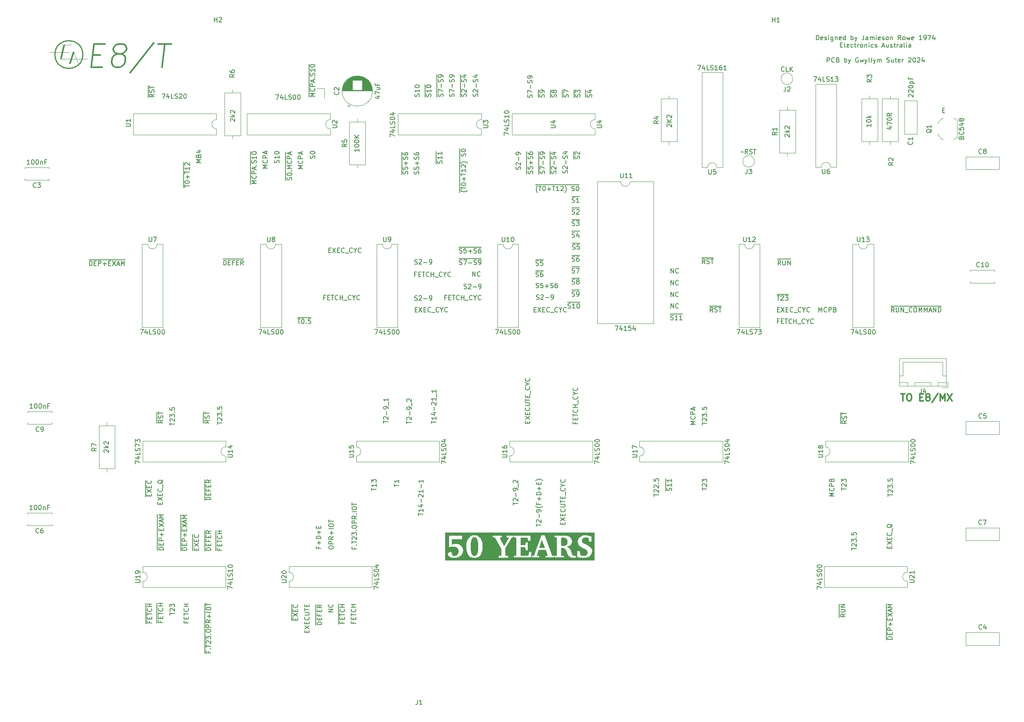
<source format=gbr>
G04 #@! TF.GenerationSoftware,KiCad,Pcbnew,9.0.1*
G04 #@! TF.CreationDate,2025-07-20T15:05:15+10:00*
G04 #@! TF.ProjectId,educ 8 timing ,65647563-2038-4207-9469-6d696e67202e,rev?*
G04 #@! TF.SameCoordinates,Original*
G04 #@! TF.FileFunction,Legend,Top*
G04 #@! TF.FilePolarity,Positive*
%FSLAX46Y46*%
G04 Gerber Fmt 4.6, Leading zero omitted, Abs format (unit mm)*
G04 Created by KiCad (PCBNEW 9.0.1) date 2025-07-20 15:05:15*
%MOMM*%
%LPD*%
G01*
G04 APERTURE LIST*
%ADD10C,0.120000*%
%ADD11C,0.150000*%
%ADD12C,0.750000*%
%ADD13C,0.300000*%
%ADD14C,0.240000*%
G04 APERTURE END LIST*
D10*
X92800000Y-35100000D02*
X92800000Y-37200000D01*
X91200000Y-35100000D02*
X92800000Y-35100000D01*
D11*
X146138095Y-77207200D02*
X146280952Y-77254819D01*
X146280952Y-77254819D02*
X146519047Y-77254819D01*
X146519047Y-77254819D02*
X146614285Y-77207200D01*
X146614285Y-77207200D02*
X146661904Y-77159580D01*
X146661904Y-77159580D02*
X146709523Y-77064342D01*
X146709523Y-77064342D02*
X146709523Y-76969104D01*
X146709523Y-76969104D02*
X146661904Y-76873866D01*
X146661904Y-76873866D02*
X146614285Y-76826247D01*
X146614285Y-76826247D02*
X146519047Y-76778628D01*
X146519047Y-76778628D02*
X146328571Y-76731009D01*
X146328571Y-76731009D02*
X146233333Y-76683390D01*
X146233333Y-76683390D02*
X146185714Y-76635771D01*
X146185714Y-76635771D02*
X146138095Y-76540533D01*
X146138095Y-76540533D02*
X146138095Y-76445295D01*
X146138095Y-76445295D02*
X146185714Y-76350057D01*
X146185714Y-76350057D02*
X146233333Y-76302438D01*
X146233333Y-76302438D02*
X146328571Y-76254819D01*
X146328571Y-76254819D02*
X146566666Y-76254819D01*
X146566666Y-76254819D02*
X146709523Y-76302438D01*
X147280952Y-76683390D02*
X147185714Y-76635771D01*
X147185714Y-76635771D02*
X147138095Y-76588152D01*
X147138095Y-76588152D02*
X147090476Y-76492914D01*
X147090476Y-76492914D02*
X147090476Y-76445295D01*
X147090476Y-76445295D02*
X147138095Y-76350057D01*
X147138095Y-76350057D02*
X147185714Y-76302438D01*
X147185714Y-76302438D02*
X147280952Y-76254819D01*
X147280952Y-76254819D02*
X147471428Y-76254819D01*
X147471428Y-76254819D02*
X147566666Y-76302438D01*
X147566666Y-76302438D02*
X147614285Y-76350057D01*
X147614285Y-76350057D02*
X147661904Y-76445295D01*
X147661904Y-76445295D02*
X147661904Y-76492914D01*
X147661904Y-76492914D02*
X147614285Y-76588152D01*
X147614285Y-76588152D02*
X147566666Y-76635771D01*
X147566666Y-76635771D02*
X147471428Y-76683390D01*
X147471428Y-76683390D02*
X147280952Y-76683390D01*
X147280952Y-76683390D02*
X147185714Y-76731009D01*
X147185714Y-76731009D02*
X147138095Y-76778628D01*
X147138095Y-76778628D02*
X147090476Y-76873866D01*
X147090476Y-76873866D02*
X147090476Y-77064342D01*
X147090476Y-77064342D02*
X147138095Y-77159580D01*
X147138095Y-77159580D02*
X147185714Y-77207200D01*
X147185714Y-77207200D02*
X147280952Y-77254819D01*
X147280952Y-77254819D02*
X147471428Y-77254819D01*
X147471428Y-77254819D02*
X147566666Y-77207200D01*
X147566666Y-77207200D02*
X147614285Y-77159580D01*
X147614285Y-77159580D02*
X147661904Y-77064342D01*
X147661904Y-77064342D02*
X147661904Y-76873866D01*
X147661904Y-76873866D02*
X147614285Y-76778628D01*
X147614285Y-76778628D02*
X147566666Y-76731009D01*
X147566666Y-76731009D02*
X147471428Y-76683390D01*
X146047619Y-75977200D02*
X147752381Y-75977200D01*
X85707200Y-54799999D02*
X85754819Y-54657142D01*
X85754819Y-54657142D02*
X85754819Y-54419047D01*
X85754819Y-54419047D02*
X85707200Y-54323809D01*
X85707200Y-54323809D02*
X85659580Y-54276190D01*
X85659580Y-54276190D02*
X85564342Y-54228571D01*
X85564342Y-54228571D02*
X85469104Y-54228571D01*
X85469104Y-54228571D02*
X85373866Y-54276190D01*
X85373866Y-54276190D02*
X85326247Y-54323809D01*
X85326247Y-54323809D02*
X85278628Y-54419047D01*
X85278628Y-54419047D02*
X85231009Y-54609523D01*
X85231009Y-54609523D02*
X85183390Y-54704761D01*
X85183390Y-54704761D02*
X85135771Y-54752380D01*
X85135771Y-54752380D02*
X85040533Y-54799999D01*
X85040533Y-54799999D02*
X84945295Y-54799999D01*
X84945295Y-54799999D02*
X84850057Y-54752380D01*
X84850057Y-54752380D02*
X84802438Y-54704761D01*
X84802438Y-54704761D02*
X84754819Y-54609523D01*
X84754819Y-54609523D02*
X84754819Y-54371428D01*
X84754819Y-54371428D02*
X84802438Y-54228571D01*
X84754819Y-53609523D02*
X84754819Y-53514285D01*
X84754819Y-53514285D02*
X84802438Y-53419047D01*
X84802438Y-53419047D02*
X84850057Y-53371428D01*
X84850057Y-53371428D02*
X84945295Y-53323809D01*
X84945295Y-53323809D02*
X85135771Y-53276190D01*
X85135771Y-53276190D02*
X85373866Y-53276190D01*
X85373866Y-53276190D02*
X85564342Y-53323809D01*
X85564342Y-53323809D02*
X85659580Y-53371428D01*
X85659580Y-53371428D02*
X85707200Y-53419047D01*
X85707200Y-53419047D02*
X85754819Y-53514285D01*
X85754819Y-53514285D02*
X85754819Y-53609523D01*
X85754819Y-53609523D02*
X85707200Y-53704761D01*
X85707200Y-53704761D02*
X85659580Y-53752380D01*
X85659580Y-53752380D02*
X85564342Y-53799999D01*
X85564342Y-53799999D02*
X85373866Y-53847618D01*
X85373866Y-53847618D02*
X85135771Y-53847618D01*
X85135771Y-53847618D02*
X84945295Y-53799999D01*
X84945295Y-53799999D02*
X84850057Y-53752380D01*
X84850057Y-53752380D02*
X84802438Y-53704761D01*
X84802438Y-53704761D02*
X84754819Y-53609523D01*
X85659580Y-52847618D02*
X85707200Y-52799999D01*
X85707200Y-52799999D02*
X85754819Y-52847618D01*
X85754819Y-52847618D02*
X85707200Y-52895237D01*
X85707200Y-52895237D02*
X85659580Y-52847618D01*
X85659580Y-52847618D02*
X85754819Y-52847618D01*
X85754819Y-52371428D02*
X84754819Y-52371428D01*
X84754819Y-52371428D02*
X85469104Y-52038095D01*
X85469104Y-52038095D02*
X84754819Y-51704762D01*
X84754819Y-51704762D02*
X85754819Y-51704762D01*
X85659580Y-50657143D02*
X85707200Y-50704762D01*
X85707200Y-50704762D02*
X85754819Y-50847619D01*
X85754819Y-50847619D02*
X85754819Y-50942857D01*
X85754819Y-50942857D02*
X85707200Y-51085714D01*
X85707200Y-51085714D02*
X85611961Y-51180952D01*
X85611961Y-51180952D02*
X85516723Y-51228571D01*
X85516723Y-51228571D02*
X85326247Y-51276190D01*
X85326247Y-51276190D02*
X85183390Y-51276190D01*
X85183390Y-51276190D02*
X84992914Y-51228571D01*
X84992914Y-51228571D02*
X84897676Y-51180952D01*
X84897676Y-51180952D02*
X84802438Y-51085714D01*
X84802438Y-51085714D02*
X84754819Y-50942857D01*
X84754819Y-50942857D02*
X84754819Y-50847619D01*
X84754819Y-50847619D02*
X84802438Y-50704762D01*
X84802438Y-50704762D02*
X84850057Y-50657143D01*
X85754819Y-50228571D02*
X84754819Y-50228571D01*
X84754819Y-50228571D02*
X84754819Y-49847619D01*
X84754819Y-49847619D02*
X84802438Y-49752381D01*
X84802438Y-49752381D02*
X84850057Y-49704762D01*
X84850057Y-49704762D02*
X84945295Y-49657143D01*
X84945295Y-49657143D02*
X85088152Y-49657143D01*
X85088152Y-49657143D02*
X85183390Y-49704762D01*
X85183390Y-49704762D02*
X85231009Y-49752381D01*
X85231009Y-49752381D02*
X85278628Y-49847619D01*
X85278628Y-49847619D02*
X85278628Y-50228571D01*
X85469104Y-49276190D02*
X85469104Y-48800000D01*
X85754819Y-49371428D02*
X84754819Y-49038095D01*
X84754819Y-49038095D02*
X85754819Y-48704762D01*
X84477200Y-54890476D02*
X84477200Y-48709524D01*
X58054819Y-106547619D02*
X57578628Y-106880952D01*
X58054819Y-107119047D02*
X57054819Y-107119047D01*
X57054819Y-107119047D02*
X57054819Y-106738095D01*
X57054819Y-106738095D02*
X57102438Y-106642857D01*
X57102438Y-106642857D02*
X57150057Y-106595238D01*
X57150057Y-106595238D02*
X57245295Y-106547619D01*
X57245295Y-106547619D02*
X57388152Y-106547619D01*
X57388152Y-106547619D02*
X57483390Y-106595238D01*
X57483390Y-106595238D02*
X57531009Y-106642857D01*
X57531009Y-106642857D02*
X57578628Y-106738095D01*
X57578628Y-106738095D02*
X57578628Y-107119047D01*
X58007200Y-106166666D02*
X58054819Y-106023809D01*
X58054819Y-106023809D02*
X58054819Y-105785714D01*
X58054819Y-105785714D02*
X58007200Y-105690476D01*
X58007200Y-105690476D02*
X57959580Y-105642857D01*
X57959580Y-105642857D02*
X57864342Y-105595238D01*
X57864342Y-105595238D02*
X57769104Y-105595238D01*
X57769104Y-105595238D02*
X57673866Y-105642857D01*
X57673866Y-105642857D02*
X57626247Y-105690476D01*
X57626247Y-105690476D02*
X57578628Y-105785714D01*
X57578628Y-105785714D02*
X57531009Y-105976190D01*
X57531009Y-105976190D02*
X57483390Y-106071428D01*
X57483390Y-106071428D02*
X57435771Y-106119047D01*
X57435771Y-106119047D02*
X57340533Y-106166666D01*
X57340533Y-106166666D02*
X57245295Y-106166666D01*
X57245295Y-106166666D02*
X57150057Y-106119047D01*
X57150057Y-106119047D02*
X57102438Y-106071428D01*
X57102438Y-106071428D02*
X57054819Y-105976190D01*
X57054819Y-105976190D02*
X57054819Y-105738095D01*
X57054819Y-105738095D02*
X57102438Y-105595238D01*
X57054819Y-105309523D02*
X57054819Y-104738095D01*
X58054819Y-105023809D02*
X57054819Y-105023809D01*
X56777200Y-107257143D02*
X56777200Y-104742857D01*
X99031009Y-150014285D02*
X99031009Y-150347618D01*
X99554819Y-150347618D02*
X98554819Y-150347618D01*
X98554819Y-150347618D02*
X98554819Y-149871428D01*
X99031009Y-149490475D02*
X99031009Y-149157142D01*
X99554819Y-149014285D02*
X99554819Y-149490475D01*
X99554819Y-149490475D02*
X98554819Y-149490475D01*
X98554819Y-149490475D02*
X98554819Y-149014285D01*
X98554819Y-148728570D02*
X98554819Y-148157142D01*
X99554819Y-148442856D02*
X98554819Y-148442856D01*
X99459580Y-147252380D02*
X99507200Y-147299999D01*
X99507200Y-147299999D02*
X99554819Y-147442856D01*
X99554819Y-147442856D02*
X99554819Y-147538094D01*
X99554819Y-147538094D02*
X99507200Y-147680951D01*
X99507200Y-147680951D02*
X99411961Y-147776189D01*
X99411961Y-147776189D02*
X99316723Y-147823808D01*
X99316723Y-147823808D02*
X99126247Y-147871427D01*
X99126247Y-147871427D02*
X98983390Y-147871427D01*
X98983390Y-147871427D02*
X98792914Y-147823808D01*
X98792914Y-147823808D02*
X98697676Y-147776189D01*
X98697676Y-147776189D02*
X98602438Y-147680951D01*
X98602438Y-147680951D02*
X98554819Y-147538094D01*
X98554819Y-147538094D02*
X98554819Y-147442856D01*
X98554819Y-147442856D02*
X98602438Y-147299999D01*
X98602438Y-147299999D02*
X98650057Y-147252380D01*
X99554819Y-146823808D02*
X98554819Y-146823808D01*
X99031009Y-146823808D02*
X99031009Y-146252380D01*
X99554819Y-146252380D02*
X98554819Y-146252380D01*
X215461904Y-83254819D02*
X215128571Y-82778628D01*
X214890476Y-83254819D02*
X214890476Y-82254819D01*
X214890476Y-82254819D02*
X215271428Y-82254819D01*
X215271428Y-82254819D02*
X215366666Y-82302438D01*
X215366666Y-82302438D02*
X215414285Y-82350057D01*
X215414285Y-82350057D02*
X215461904Y-82445295D01*
X215461904Y-82445295D02*
X215461904Y-82588152D01*
X215461904Y-82588152D02*
X215414285Y-82683390D01*
X215414285Y-82683390D02*
X215366666Y-82731009D01*
X215366666Y-82731009D02*
X215271428Y-82778628D01*
X215271428Y-82778628D02*
X214890476Y-82778628D01*
X215890476Y-82254819D02*
X215890476Y-83064342D01*
X215890476Y-83064342D02*
X215938095Y-83159580D01*
X215938095Y-83159580D02*
X215985714Y-83207200D01*
X215985714Y-83207200D02*
X216080952Y-83254819D01*
X216080952Y-83254819D02*
X216271428Y-83254819D01*
X216271428Y-83254819D02*
X216366666Y-83207200D01*
X216366666Y-83207200D02*
X216414285Y-83159580D01*
X216414285Y-83159580D02*
X216461904Y-83064342D01*
X216461904Y-83064342D02*
X216461904Y-82254819D01*
X216938095Y-83254819D02*
X216938095Y-82254819D01*
X216938095Y-82254819D02*
X217509523Y-83254819D01*
X217509523Y-83254819D02*
X217509523Y-82254819D01*
X217747619Y-83350057D02*
X218509523Y-83350057D01*
X219319047Y-83159580D02*
X219271428Y-83207200D01*
X219271428Y-83207200D02*
X219128571Y-83254819D01*
X219128571Y-83254819D02*
X219033333Y-83254819D01*
X219033333Y-83254819D02*
X218890476Y-83207200D01*
X218890476Y-83207200D02*
X218795238Y-83111961D01*
X218795238Y-83111961D02*
X218747619Y-83016723D01*
X218747619Y-83016723D02*
X218700000Y-82826247D01*
X218700000Y-82826247D02*
X218700000Y-82683390D01*
X218700000Y-82683390D02*
X218747619Y-82492914D01*
X218747619Y-82492914D02*
X218795238Y-82397676D01*
X218795238Y-82397676D02*
X218890476Y-82302438D01*
X218890476Y-82302438D02*
X219033333Y-82254819D01*
X219033333Y-82254819D02*
X219128571Y-82254819D01*
X219128571Y-82254819D02*
X219271428Y-82302438D01*
X219271428Y-82302438D02*
X219319047Y-82350057D01*
X219938095Y-82254819D02*
X220128571Y-82254819D01*
X220128571Y-82254819D02*
X220223809Y-82302438D01*
X220223809Y-82302438D02*
X220319047Y-82397676D01*
X220319047Y-82397676D02*
X220366666Y-82588152D01*
X220366666Y-82588152D02*
X220366666Y-82921485D01*
X220366666Y-82921485D02*
X220319047Y-83111961D01*
X220319047Y-83111961D02*
X220223809Y-83207200D01*
X220223809Y-83207200D02*
X220128571Y-83254819D01*
X220128571Y-83254819D02*
X219938095Y-83254819D01*
X219938095Y-83254819D02*
X219842857Y-83207200D01*
X219842857Y-83207200D02*
X219747619Y-83111961D01*
X219747619Y-83111961D02*
X219700000Y-82921485D01*
X219700000Y-82921485D02*
X219700000Y-82588152D01*
X219700000Y-82588152D02*
X219747619Y-82397676D01*
X219747619Y-82397676D02*
X219842857Y-82302438D01*
X219842857Y-82302438D02*
X219938095Y-82254819D01*
X220795238Y-83254819D02*
X220795238Y-82254819D01*
X220795238Y-82254819D02*
X221128571Y-82969104D01*
X221128571Y-82969104D02*
X221461904Y-82254819D01*
X221461904Y-82254819D02*
X221461904Y-83254819D01*
X221938095Y-83254819D02*
X221938095Y-82254819D01*
X221938095Y-82254819D02*
X222271428Y-82969104D01*
X222271428Y-82969104D02*
X222604761Y-82254819D01*
X222604761Y-82254819D02*
X222604761Y-83254819D01*
X223033333Y-82969104D02*
X223509523Y-82969104D01*
X222938095Y-83254819D02*
X223271428Y-82254819D01*
X223271428Y-82254819D02*
X223604761Y-83254819D01*
X223938095Y-83254819D02*
X223938095Y-82254819D01*
X223938095Y-82254819D02*
X224509523Y-83254819D01*
X224509523Y-83254819D02*
X224509523Y-82254819D01*
X224985714Y-83254819D02*
X224985714Y-82254819D01*
X224985714Y-82254819D02*
X225223809Y-82254819D01*
X225223809Y-82254819D02*
X225366666Y-82302438D01*
X225366666Y-82302438D02*
X225461904Y-82397676D01*
X225461904Y-82397676D02*
X225509523Y-82492914D01*
X225509523Y-82492914D02*
X225557142Y-82683390D01*
X225557142Y-82683390D02*
X225557142Y-82826247D01*
X225557142Y-82826247D02*
X225509523Y-83016723D01*
X225509523Y-83016723D02*
X225461904Y-83111961D01*
X225461904Y-83111961D02*
X225366666Y-83207200D01*
X225366666Y-83207200D02*
X225223809Y-83254819D01*
X225223809Y-83254819D02*
X224985714Y-83254819D01*
X214752381Y-81977200D02*
X225647619Y-81977200D01*
X140207200Y-53433332D02*
X140254819Y-53290475D01*
X140254819Y-53290475D02*
X140254819Y-53052380D01*
X140254819Y-53052380D02*
X140207200Y-52957142D01*
X140207200Y-52957142D02*
X140159580Y-52909523D01*
X140159580Y-52909523D02*
X140064342Y-52861904D01*
X140064342Y-52861904D02*
X139969104Y-52861904D01*
X139969104Y-52861904D02*
X139873866Y-52909523D01*
X139873866Y-52909523D02*
X139826247Y-52957142D01*
X139826247Y-52957142D02*
X139778628Y-53052380D01*
X139778628Y-53052380D02*
X139731009Y-53242856D01*
X139731009Y-53242856D02*
X139683390Y-53338094D01*
X139683390Y-53338094D02*
X139635771Y-53385713D01*
X139635771Y-53385713D02*
X139540533Y-53433332D01*
X139540533Y-53433332D02*
X139445295Y-53433332D01*
X139445295Y-53433332D02*
X139350057Y-53385713D01*
X139350057Y-53385713D02*
X139302438Y-53338094D01*
X139302438Y-53338094D02*
X139254819Y-53242856D01*
X139254819Y-53242856D02*
X139254819Y-53004761D01*
X139254819Y-53004761D02*
X139302438Y-52861904D01*
X139254819Y-52528570D02*
X139254819Y-51861904D01*
X139254819Y-51861904D02*
X140254819Y-52290475D01*
X139873866Y-51480951D02*
X139873866Y-50719047D01*
X140207200Y-50290475D02*
X140254819Y-50147618D01*
X140254819Y-50147618D02*
X140254819Y-49909523D01*
X140254819Y-49909523D02*
X140207200Y-49814285D01*
X140207200Y-49814285D02*
X140159580Y-49766666D01*
X140159580Y-49766666D02*
X140064342Y-49719047D01*
X140064342Y-49719047D02*
X139969104Y-49719047D01*
X139969104Y-49719047D02*
X139873866Y-49766666D01*
X139873866Y-49766666D02*
X139826247Y-49814285D01*
X139826247Y-49814285D02*
X139778628Y-49909523D01*
X139778628Y-49909523D02*
X139731009Y-50099999D01*
X139731009Y-50099999D02*
X139683390Y-50195237D01*
X139683390Y-50195237D02*
X139635771Y-50242856D01*
X139635771Y-50242856D02*
X139540533Y-50290475D01*
X139540533Y-50290475D02*
X139445295Y-50290475D01*
X139445295Y-50290475D02*
X139350057Y-50242856D01*
X139350057Y-50242856D02*
X139302438Y-50195237D01*
X139302438Y-50195237D02*
X139254819Y-50099999D01*
X139254819Y-50099999D02*
X139254819Y-49861904D01*
X139254819Y-49861904D02*
X139302438Y-49719047D01*
X140254819Y-49242856D02*
X140254819Y-49052380D01*
X140254819Y-49052380D02*
X140207200Y-48957142D01*
X140207200Y-48957142D02*
X140159580Y-48909523D01*
X140159580Y-48909523D02*
X140016723Y-48814285D01*
X140016723Y-48814285D02*
X139826247Y-48766666D01*
X139826247Y-48766666D02*
X139445295Y-48766666D01*
X139445295Y-48766666D02*
X139350057Y-48814285D01*
X139350057Y-48814285D02*
X139302438Y-48861904D01*
X139302438Y-48861904D02*
X139254819Y-48957142D01*
X139254819Y-48957142D02*
X139254819Y-49147618D01*
X139254819Y-49147618D02*
X139302438Y-49242856D01*
X139302438Y-49242856D02*
X139350057Y-49290475D01*
X139350057Y-49290475D02*
X139445295Y-49338094D01*
X139445295Y-49338094D02*
X139683390Y-49338094D01*
X139683390Y-49338094D02*
X139778628Y-49290475D01*
X139778628Y-49290475D02*
X139826247Y-49242856D01*
X139826247Y-49242856D02*
X139873866Y-49147618D01*
X139873866Y-49147618D02*
X139873866Y-48957142D01*
X139873866Y-48957142D02*
X139826247Y-48861904D01*
X139826247Y-48861904D02*
X139778628Y-48814285D01*
X139778628Y-48814285D02*
X139683390Y-48766666D01*
X138977200Y-53523809D02*
X138977200Y-48676190D01*
X57531009Y-149814285D02*
X57531009Y-150147618D01*
X58054819Y-150147618D02*
X57054819Y-150147618D01*
X57054819Y-150147618D02*
X57054819Y-149671428D01*
X57531009Y-149290475D02*
X57531009Y-148957142D01*
X58054819Y-148814285D02*
X58054819Y-149290475D01*
X58054819Y-149290475D02*
X57054819Y-149290475D01*
X57054819Y-149290475D02*
X57054819Y-148814285D01*
X57054819Y-148528570D02*
X57054819Y-147957142D01*
X58054819Y-148242856D02*
X57054819Y-148242856D01*
X57959580Y-147052380D02*
X58007200Y-147099999D01*
X58007200Y-147099999D02*
X58054819Y-147242856D01*
X58054819Y-147242856D02*
X58054819Y-147338094D01*
X58054819Y-147338094D02*
X58007200Y-147480951D01*
X58007200Y-147480951D02*
X57911961Y-147576189D01*
X57911961Y-147576189D02*
X57816723Y-147623808D01*
X57816723Y-147623808D02*
X57626247Y-147671427D01*
X57626247Y-147671427D02*
X57483390Y-147671427D01*
X57483390Y-147671427D02*
X57292914Y-147623808D01*
X57292914Y-147623808D02*
X57197676Y-147576189D01*
X57197676Y-147576189D02*
X57102438Y-147480951D01*
X57102438Y-147480951D02*
X57054819Y-147338094D01*
X57054819Y-147338094D02*
X57054819Y-147242856D01*
X57054819Y-147242856D02*
X57102438Y-147099999D01*
X57102438Y-147099999D02*
X57150057Y-147052380D01*
X58054819Y-146623808D02*
X57054819Y-146623808D01*
X57531009Y-146623808D02*
X57531009Y-146052380D01*
X58054819Y-146052380D02*
X57054819Y-146052380D01*
X56777200Y-150285714D02*
X56777200Y-145914285D01*
X146138095Y-59607200D02*
X146280952Y-59654819D01*
X146280952Y-59654819D02*
X146519047Y-59654819D01*
X146519047Y-59654819D02*
X146614285Y-59607200D01*
X146614285Y-59607200D02*
X146661904Y-59559580D01*
X146661904Y-59559580D02*
X146709523Y-59464342D01*
X146709523Y-59464342D02*
X146709523Y-59369104D01*
X146709523Y-59369104D02*
X146661904Y-59273866D01*
X146661904Y-59273866D02*
X146614285Y-59226247D01*
X146614285Y-59226247D02*
X146519047Y-59178628D01*
X146519047Y-59178628D02*
X146328571Y-59131009D01*
X146328571Y-59131009D02*
X146233333Y-59083390D01*
X146233333Y-59083390D02*
X146185714Y-59035771D01*
X146185714Y-59035771D02*
X146138095Y-58940533D01*
X146138095Y-58940533D02*
X146138095Y-58845295D01*
X146138095Y-58845295D02*
X146185714Y-58750057D01*
X146185714Y-58750057D02*
X146233333Y-58702438D01*
X146233333Y-58702438D02*
X146328571Y-58654819D01*
X146328571Y-58654819D02*
X146566666Y-58654819D01*
X146566666Y-58654819D02*
X146709523Y-58702438D01*
X147661904Y-59654819D02*
X147090476Y-59654819D01*
X147376190Y-59654819D02*
X147376190Y-58654819D01*
X147376190Y-58654819D02*
X147280952Y-58797676D01*
X147280952Y-58797676D02*
X147185714Y-58892914D01*
X147185714Y-58892914D02*
X147090476Y-58940533D01*
X146047619Y-58377200D02*
X147752381Y-58377200D01*
X206354819Y-134552380D02*
X206354819Y-133980952D01*
X207354819Y-134266666D02*
X206354819Y-134266666D01*
X206450057Y-133695237D02*
X206402438Y-133647618D01*
X206402438Y-133647618D02*
X206354819Y-133552380D01*
X206354819Y-133552380D02*
X206354819Y-133314285D01*
X206354819Y-133314285D02*
X206402438Y-133219047D01*
X206402438Y-133219047D02*
X206450057Y-133171428D01*
X206450057Y-133171428D02*
X206545295Y-133123809D01*
X206545295Y-133123809D02*
X206640533Y-133123809D01*
X206640533Y-133123809D02*
X206783390Y-133171428D01*
X206783390Y-133171428D02*
X207354819Y-133742856D01*
X207354819Y-133742856D02*
X207354819Y-133123809D01*
X206354819Y-132790475D02*
X206354819Y-132171428D01*
X206354819Y-132171428D02*
X206735771Y-132504761D01*
X206735771Y-132504761D02*
X206735771Y-132361904D01*
X206735771Y-132361904D02*
X206783390Y-132266666D01*
X206783390Y-132266666D02*
X206831009Y-132219047D01*
X206831009Y-132219047D02*
X206926247Y-132171428D01*
X206926247Y-132171428D02*
X207164342Y-132171428D01*
X207164342Y-132171428D02*
X207259580Y-132219047D01*
X207259580Y-132219047D02*
X207307200Y-132266666D01*
X207307200Y-132266666D02*
X207354819Y-132361904D01*
X207354819Y-132361904D02*
X207354819Y-132647618D01*
X207354819Y-132647618D02*
X207307200Y-132742856D01*
X207307200Y-132742856D02*
X207259580Y-132790475D01*
X207259580Y-131742856D02*
X207307200Y-131695237D01*
X207307200Y-131695237D02*
X207354819Y-131742856D01*
X207354819Y-131742856D02*
X207307200Y-131790475D01*
X207307200Y-131790475D02*
X207259580Y-131742856D01*
X207259580Y-131742856D02*
X207354819Y-131742856D01*
X206354819Y-130790476D02*
X206354819Y-131266666D01*
X206354819Y-131266666D02*
X206831009Y-131314285D01*
X206831009Y-131314285D02*
X206783390Y-131266666D01*
X206783390Y-131266666D02*
X206735771Y-131171428D01*
X206735771Y-131171428D02*
X206735771Y-130933333D01*
X206735771Y-130933333D02*
X206783390Y-130838095D01*
X206783390Y-130838095D02*
X206831009Y-130790476D01*
X206831009Y-130790476D02*
X206926247Y-130742857D01*
X206926247Y-130742857D02*
X207164342Y-130742857D01*
X207164342Y-130742857D02*
X207259580Y-130790476D01*
X207259580Y-130790476D02*
X207307200Y-130838095D01*
X207307200Y-130838095D02*
X207354819Y-130933333D01*
X207354819Y-130933333D02*
X207354819Y-131171428D01*
X207354819Y-131171428D02*
X207307200Y-131266666D01*
X207307200Y-131266666D02*
X207259580Y-131314285D01*
X63154819Y-134561904D02*
X62154819Y-134561904D01*
X62154819Y-134561904D02*
X62154819Y-134323809D01*
X62154819Y-134323809D02*
X62202438Y-134180952D01*
X62202438Y-134180952D02*
X62297676Y-134085714D01*
X62297676Y-134085714D02*
X62392914Y-134038095D01*
X62392914Y-134038095D02*
X62583390Y-133990476D01*
X62583390Y-133990476D02*
X62726247Y-133990476D01*
X62726247Y-133990476D02*
X62916723Y-134038095D01*
X62916723Y-134038095D02*
X63011961Y-134085714D01*
X63011961Y-134085714D02*
X63107200Y-134180952D01*
X63107200Y-134180952D02*
X63154819Y-134323809D01*
X63154819Y-134323809D02*
X63154819Y-134561904D01*
X62631009Y-133561904D02*
X62631009Y-133228571D01*
X63154819Y-133085714D02*
X63154819Y-133561904D01*
X63154819Y-133561904D02*
X62154819Y-133561904D01*
X62154819Y-133561904D02*
X62154819Y-133085714D01*
X63154819Y-132657142D02*
X62154819Y-132657142D01*
X62154819Y-132657142D02*
X62154819Y-132276190D01*
X62154819Y-132276190D02*
X62202438Y-132180952D01*
X62202438Y-132180952D02*
X62250057Y-132133333D01*
X62250057Y-132133333D02*
X62345295Y-132085714D01*
X62345295Y-132085714D02*
X62488152Y-132085714D01*
X62488152Y-132085714D02*
X62583390Y-132133333D01*
X62583390Y-132133333D02*
X62631009Y-132180952D01*
X62631009Y-132180952D02*
X62678628Y-132276190D01*
X62678628Y-132276190D02*
X62678628Y-132657142D01*
X62773866Y-131657142D02*
X62773866Y-130895238D01*
X63154819Y-131276190D02*
X62392914Y-131276190D01*
X62631009Y-130419047D02*
X62631009Y-130085714D01*
X63154819Y-129942857D02*
X63154819Y-130419047D01*
X63154819Y-130419047D02*
X62154819Y-130419047D01*
X62154819Y-130419047D02*
X62154819Y-129942857D01*
X62154819Y-129609523D02*
X63154819Y-128942857D01*
X62154819Y-128942857D02*
X63154819Y-129609523D01*
X62869104Y-128609523D02*
X62869104Y-128133333D01*
X63154819Y-128704761D02*
X62154819Y-128371428D01*
X62154819Y-128371428D02*
X63154819Y-128038095D01*
X63154819Y-127704761D02*
X62154819Y-127704761D01*
X62154819Y-127704761D02*
X62869104Y-127371428D01*
X62869104Y-127371428D02*
X62154819Y-127038095D01*
X62154819Y-127038095D02*
X63154819Y-127038095D01*
X61877200Y-134700000D02*
X61877200Y-126900000D01*
X144131009Y-129009523D02*
X144131009Y-128676190D01*
X144654819Y-128533333D02*
X144654819Y-129009523D01*
X144654819Y-129009523D02*
X143654819Y-129009523D01*
X143654819Y-129009523D02*
X143654819Y-128533333D01*
X143654819Y-128199999D02*
X144654819Y-127533333D01*
X143654819Y-127533333D02*
X144654819Y-128199999D01*
X144131009Y-127152380D02*
X144131009Y-126819047D01*
X144654819Y-126676190D02*
X144654819Y-127152380D01*
X144654819Y-127152380D02*
X143654819Y-127152380D01*
X143654819Y-127152380D02*
X143654819Y-126676190D01*
X144559580Y-125676190D02*
X144607200Y-125723809D01*
X144607200Y-125723809D02*
X144654819Y-125866666D01*
X144654819Y-125866666D02*
X144654819Y-125961904D01*
X144654819Y-125961904D02*
X144607200Y-126104761D01*
X144607200Y-126104761D02*
X144511961Y-126199999D01*
X144511961Y-126199999D02*
X144416723Y-126247618D01*
X144416723Y-126247618D02*
X144226247Y-126295237D01*
X144226247Y-126295237D02*
X144083390Y-126295237D01*
X144083390Y-126295237D02*
X143892914Y-126247618D01*
X143892914Y-126247618D02*
X143797676Y-126199999D01*
X143797676Y-126199999D02*
X143702438Y-126104761D01*
X143702438Y-126104761D02*
X143654819Y-125961904D01*
X143654819Y-125961904D02*
X143654819Y-125866666D01*
X143654819Y-125866666D02*
X143702438Y-125723809D01*
X143702438Y-125723809D02*
X143750057Y-125676190D01*
X143654819Y-125247618D02*
X144464342Y-125247618D01*
X144464342Y-125247618D02*
X144559580Y-125199999D01*
X144559580Y-125199999D02*
X144607200Y-125152380D01*
X144607200Y-125152380D02*
X144654819Y-125057142D01*
X144654819Y-125057142D02*
X144654819Y-124866666D01*
X144654819Y-124866666D02*
X144607200Y-124771428D01*
X144607200Y-124771428D02*
X144559580Y-124723809D01*
X144559580Y-124723809D02*
X144464342Y-124676190D01*
X144464342Y-124676190D02*
X143654819Y-124676190D01*
X143654819Y-124342856D02*
X143654819Y-123771428D01*
X144654819Y-124057142D02*
X143654819Y-124057142D01*
X144131009Y-123438094D02*
X144131009Y-123104761D01*
X144654819Y-122961904D02*
X144654819Y-123438094D01*
X144654819Y-123438094D02*
X143654819Y-123438094D01*
X143654819Y-123438094D02*
X143654819Y-122961904D01*
X144750057Y-122771428D02*
X144750057Y-122009523D01*
X144559580Y-121199999D02*
X144607200Y-121247618D01*
X144607200Y-121247618D02*
X144654819Y-121390475D01*
X144654819Y-121390475D02*
X144654819Y-121485713D01*
X144654819Y-121485713D02*
X144607200Y-121628570D01*
X144607200Y-121628570D02*
X144511961Y-121723808D01*
X144511961Y-121723808D02*
X144416723Y-121771427D01*
X144416723Y-121771427D02*
X144226247Y-121819046D01*
X144226247Y-121819046D02*
X144083390Y-121819046D01*
X144083390Y-121819046D02*
X143892914Y-121771427D01*
X143892914Y-121771427D02*
X143797676Y-121723808D01*
X143797676Y-121723808D02*
X143702438Y-121628570D01*
X143702438Y-121628570D02*
X143654819Y-121485713D01*
X143654819Y-121485713D02*
X143654819Y-121390475D01*
X143654819Y-121390475D02*
X143702438Y-121247618D01*
X143702438Y-121247618D02*
X143750057Y-121199999D01*
X144178628Y-120580951D02*
X144654819Y-120580951D01*
X143654819Y-120914284D02*
X144178628Y-120580951D01*
X144178628Y-120580951D02*
X143654819Y-120247618D01*
X144559580Y-119342856D02*
X144607200Y-119390475D01*
X144607200Y-119390475D02*
X144654819Y-119533332D01*
X144654819Y-119533332D02*
X144654819Y-119628570D01*
X144654819Y-119628570D02*
X144607200Y-119771427D01*
X144607200Y-119771427D02*
X144511961Y-119866665D01*
X144511961Y-119866665D02*
X144416723Y-119914284D01*
X144416723Y-119914284D02*
X144226247Y-119961903D01*
X144226247Y-119961903D02*
X144083390Y-119961903D01*
X144083390Y-119961903D02*
X143892914Y-119914284D01*
X143892914Y-119914284D02*
X143797676Y-119866665D01*
X143797676Y-119866665D02*
X143702438Y-119771427D01*
X143702438Y-119771427D02*
X143654819Y-119628570D01*
X143654819Y-119628570D02*
X143654819Y-119533332D01*
X143654819Y-119533332D02*
X143702438Y-119390475D01*
X143702438Y-119390475D02*
X143750057Y-119342856D01*
X174154819Y-107552380D02*
X174154819Y-106980952D01*
X175154819Y-107266666D02*
X174154819Y-107266666D01*
X174250057Y-106695237D02*
X174202438Y-106647618D01*
X174202438Y-106647618D02*
X174154819Y-106552380D01*
X174154819Y-106552380D02*
X174154819Y-106314285D01*
X174154819Y-106314285D02*
X174202438Y-106219047D01*
X174202438Y-106219047D02*
X174250057Y-106171428D01*
X174250057Y-106171428D02*
X174345295Y-106123809D01*
X174345295Y-106123809D02*
X174440533Y-106123809D01*
X174440533Y-106123809D02*
X174583390Y-106171428D01*
X174583390Y-106171428D02*
X175154819Y-106742856D01*
X175154819Y-106742856D02*
X175154819Y-106123809D01*
X174154819Y-105790475D02*
X174154819Y-105171428D01*
X174154819Y-105171428D02*
X174535771Y-105504761D01*
X174535771Y-105504761D02*
X174535771Y-105361904D01*
X174535771Y-105361904D02*
X174583390Y-105266666D01*
X174583390Y-105266666D02*
X174631009Y-105219047D01*
X174631009Y-105219047D02*
X174726247Y-105171428D01*
X174726247Y-105171428D02*
X174964342Y-105171428D01*
X174964342Y-105171428D02*
X175059580Y-105219047D01*
X175059580Y-105219047D02*
X175107200Y-105266666D01*
X175107200Y-105266666D02*
X175154819Y-105361904D01*
X175154819Y-105361904D02*
X175154819Y-105647618D01*
X175154819Y-105647618D02*
X175107200Y-105742856D01*
X175107200Y-105742856D02*
X175059580Y-105790475D01*
X175059580Y-104742856D02*
X175107200Y-104695237D01*
X175107200Y-104695237D02*
X175154819Y-104742856D01*
X175154819Y-104742856D02*
X175107200Y-104790475D01*
X175107200Y-104790475D02*
X175059580Y-104742856D01*
X175059580Y-104742856D02*
X175154819Y-104742856D01*
X174154819Y-103790476D02*
X174154819Y-104266666D01*
X174154819Y-104266666D02*
X174631009Y-104314285D01*
X174631009Y-104314285D02*
X174583390Y-104266666D01*
X174583390Y-104266666D02*
X174535771Y-104171428D01*
X174535771Y-104171428D02*
X174535771Y-103933333D01*
X174535771Y-103933333D02*
X174583390Y-103838095D01*
X174583390Y-103838095D02*
X174631009Y-103790476D01*
X174631009Y-103790476D02*
X174726247Y-103742857D01*
X174726247Y-103742857D02*
X174964342Y-103742857D01*
X174964342Y-103742857D02*
X175059580Y-103790476D01*
X175059580Y-103790476D02*
X175107200Y-103838095D01*
X175107200Y-103838095D02*
X175154819Y-103933333D01*
X175154819Y-103933333D02*
X175154819Y-104171428D01*
X175154819Y-104171428D02*
X175107200Y-104266666D01*
X175107200Y-104266666D02*
X175059580Y-104314285D01*
X115707200Y-36838094D02*
X115754819Y-36695237D01*
X115754819Y-36695237D02*
X115754819Y-36457142D01*
X115754819Y-36457142D02*
X115707200Y-36361904D01*
X115707200Y-36361904D02*
X115659580Y-36314285D01*
X115659580Y-36314285D02*
X115564342Y-36266666D01*
X115564342Y-36266666D02*
X115469104Y-36266666D01*
X115469104Y-36266666D02*
X115373866Y-36314285D01*
X115373866Y-36314285D02*
X115326247Y-36361904D01*
X115326247Y-36361904D02*
X115278628Y-36457142D01*
X115278628Y-36457142D02*
X115231009Y-36647618D01*
X115231009Y-36647618D02*
X115183390Y-36742856D01*
X115183390Y-36742856D02*
X115135771Y-36790475D01*
X115135771Y-36790475D02*
X115040533Y-36838094D01*
X115040533Y-36838094D02*
X114945295Y-36838094D01*
X114945295Y-36838094D02*
X114850057Y-36790475D01*
X114850057Y-36790475D02*
X114802438Y-36742856D01*
X114802438Y-36742856D02*
X114754819Y-36647618D01*
X114754819Y-36647618D02*
X114754819Y-36409523D01*
X114754819Y-36409523D02*
X114802438Y-36266666D01*
X115754819Y-35314285D02*
X115754819Y-35885713D01*
X115754819Y-35599999D02*
X114754819Y-35599999D01*
X114754819Y-35599999D02*
X114897676Y-35695237D01*
X114897676Y-35695237D02*
X114992914Y-35790475D01*
X114992914Y-35790475D02*
X115040533Y-35885713D01*
X114754819Y-34695237D02*
X114754819Y-34599999D01*
X114754819Y-34599999D02*
X114802438Y-34504761D01*
X114802438Y-34504761D02*
X114850057Y-34457142D01*
X114850057Y-34457142D02*
X114945295Y-34409523D01*
X114945295Y-34409523D02*
X115135771Y-34361904D01*
X115135771Y-34361904D02*
X115373866Y-34361904D01*
X115373866Y-34361904D02*
X115564342Y-34409523D01*
X115564342Y-34409523D02*
X115659580Y-34457142D01*
X115659580Y-34457142D02*
X115707200Y-34504761D01*
X115707200Y-34504761D02*
X115754819Y-34599999D01*
X115754819Y-34599999D02*
X115754819Y-34695237D01*
X115754819Y-34695237D02*
X115707200Y-34790475D01*
X115707200Y-34790475D02*
X115659580Y-34838094D01*
X115659580Y-34838094D02*
X115564342Y-34885713D01*
X115564342Y-34885713D02*
X115373866Y-34933332D01*
X115373866Y-34933332D02*
X115135771Y-34933332D01*
X115135771Y-34933332D02*
X114945295Y-34885713D01*
X114945295Y-34885713D02*
X114850057Y-34838094D01*
X114850057Y-34838094D02*
X114802438Y-34790475D01*
X114802438Y-34790475D02*
X114754819Y-34695237D01*
X114477200Y-36928571D02*
X114477200Y-34271428D01*
X115854819Y-107266666D02*
X115854819Y-106695238D01*
X116854819Y-106980952D02*
X115854819Y-106980952D01*
X116854819Y-105838095D02*
X116854819Y-106409523D01*
X116854819Y-106123809D02*
X115854819Y-106123809D01*
X115854819Y-106123809D02*
X115997676Y-106219047D01*
X115997676Y-106219047D02*
X116092914Y-106314285D01*
X116092914Y-106314285D02*
X116140533Y-106409523D01*
X116188152Y-104980952D02*
X116854819Y-104980952D01*
X115807200Y-105219047D02*
X116521485Y-105457142D01*
X116521485Y-105457142D02*
X116521485Y-104838095D01*
X116473866Y-104457142D02*
X116473866Y-103695238D01*
X115950057Y-103266666D02*
X115902438Y-103219047D01*
X115902438Y-103219047D02*
X115854819Y-103123809D01*
X115854819Y-103123809D02*
X115854819Y-102885714D01*
X115854819Y-102885714D02*
X115902438Y-102790476D01*
X115902438Y-102790476D02*
X115950057Y-102742857D01*
X115950057Y-102742857D02*
X116045295Y-102695238D01*
X116045295Y-102695238D02*
X116140533Y-102695238D01*
X116140533Y-102695238D02*
X116283390Y-102742857D01*
X116283390Y-102742857D02*
X116854819Y-103314285D01*
X116854819Y-103314285D02*
X116854819Y-102695238D01*
X116854819Y-101742857D02*
X116854819Y-102314285D01*
X116854819Y-102028571D02*
X115854819Y-102028571D01*
X115854819Y-102028571D02*
X115997676Y-102123809D01*
X115997676Y-102123809D02*
X116092914Y-102219047D01*
X116092914Y-102219047D02*
X116140533Y-102314285D01*
X116950057Y-101552381D02*
X116950057Y-100790476D01*
X116854819Y-100028571D02*
X116854819Y-100599999D01*
X116854819Y-100314285D02*
X115854819Y-100314285D01*
X115854819Y-100314285D02*
X115997676Y-100409523D01*
X115997676Y-100409523D02*
X116092914Y-100504761D01*
X116092914Y-100504761D02*
X116140533Y-100599999D01*
X146138095Y-67107200D02*
X146280952Y-67154819D01*
X146280952Y-67154819D02*
X146519047Y-67154819D01*
X146519047Y-67154819D02*
X146614285Y-67107200D01*
X146614285Y-67107200D02*
X146661904Y-67059580D01*
X146661904Y-67059580D02*
X146709523Y-66964342D01*
X146709523Y-66964342D02*
X146709523Y-66869104D01*
X146709523Y-66869104D02*
X146661904Y-66773866D01*
X146661904Y-66773866D02*
X146614285Y-66726247D01*
X146614285Y-66726247D02*
X146519047Y-66678628D01*
X146519047Y-66678628D02*
X146328571Y-66631009D01*
X146328571Y-66631009D02*
X146233333Y-66583390D01*
X146233333Y-66583390D02*
X146185714Y-66535771D01*
X146185714Y-66535771D02*
X146138095Y-66440533D01*
X146138095Y-66440533D02*
X146138095Y-66345295D01*
X146138095Y-66345295D02*
X146185714Y-66250057D01*
X146185714Y-66250057D02*
X146233333Y-66202438D01*
X146233333Y-66202438D02*
X146328571Y-66154819D01*
X146328571Y-66154819D02*
X146566666Y-66154819D01*
X146566666Y-66154819D02*
X146709523Y-66202438D01*
X147566666Y-66488152D02*
X147566666Y-67154819D01*
X147328571Y-66107200D02*
X147090476Y-66821485D01*
X147090476Y-66821485D02*
X147709523Y-66821485D01*
X146047619Y-65877200D02*
X147752381Y-65877200D01*
X67831009Y-156352380D02*
X67831009Y-156685713D01*
X68354819Y-156685713D02*
X67354819Y-156685713D01*
X67354819Y-156685713D02*
X67354819Y-156209523D01*
X68259580Y-155828570D02*
X68307200Y-155780951D01*
X68307200Y-155780951D02*
X68354819Y-155828570D01*
X68354819Y-155828570D02*
X68307200Y-155876189D01*
X68307200Y-155876189D02*
X68259580Y-155828570D01*
X68259580Y-155828570D02*
X68354819Y-155828570D01*
X67354819Y-155495237D02*
X67354819Y-154923809D01*
X68354819Y-155209523D02*
X67354819Y-155209523D01*
X67450057Y-154638094D02*
X67402438Y-154590475D01*
X67402438Y-154590475D02*
X67354819Y-154495237D01*
X67354819Y-154495237D02*
X67354819Y-154257142D01*
X67354819Y-154257142D02*
X67402438Y-154161904D01*
X67402438Y-154161904D02*
X67450057Y-154114285D01*
X67450057Y-154114285D02*
X67545295Y-154066666D01*
X67545295Y-154066666D02*
X67640533Y-154066666D01*
X67640533Y-154066666D02*
X67783390Y-154114285D01*
X67783390Y-154114285D02*
X68354819Y-154685713D01*
X68354819Y-154685713D02*
X68354819Y-154066666D01*
X67354819Y-153733332D02*
X67354819Y-153114285D01*
X67354819Y-153114285D02*
X67735771Y-153447618D01*
X67735771Y-153447618D02*
X67735771Y-153304761D01*
X67735771Y-153304761D02*
X67783390Y-153209523D01*
X67783390Y-153209523D02*
X67831009Y-153161904D01*
X67831009Y-153161904D02*
X67926247Y-153114285D01*
X67926247Y-153114285D02*
X68164342Y-153114285D01*
X68164342Y-153114285D02*
X68259580Y-153161904D01*
X68259580Y-153161904D02*
X68307200Y-153209523D01*
X68307200Y-153209523D02*
X68354819Y-153304761D01*
X68354819Y-153304761D02*
X68354819Y-153590475D01*
X68354819Y-153590475D02*
X68307200Y-153685713D01*
X68307200Y-153685713D02*
X68259580Y-153733332D01*
X68259580Y-152685713D02*
X68307200Y-152638094D01*
X68307200Y-152638094D02*
X68354819Y-152685713D01*
X68354819Y-152685713D02*
X68307200Y-152733332D01*
X68307200Y-152733332D02*
X68259580Y-152685713D01*
X68259580Y-152685713D02*
X68354819Y-152685713D01*
X67354819Y-152019047D02*
X67354819Y-151828571D01*
X67354819Y-151828571D02*
X67402438Y-151733333D01*
X67402438Y-151733333D02*
X67497676Y-151638095D01*
X67497676Y-151638095D02*
X67688152Y-151590476D01*
X67688152Y-151590476D02*
X68021485Y-151590476D01*
X68021485Y-151590476D02*
X68211961Y-151638095D01*
X68211961Y-151638095D02*
X68307200Y-151733333D01*
X68307200Y-151733333D02*
X68354819Y-151828571D01*
X68354819Y-151828571D02*
X68354819Y-152019047D01*
X68354819Y-152019047D02*
X68307200Y-152114285D01*
X68307200Y-152114285D02*
X68211961Y-152209523D01*
X68211961Y-152209523D02*
X68021485Y-152257142D01*
X68021485Y-152257142D02*
X67688152Y-152257142D01*
X67688152Y-152257142D02*
X67497676Y-152209523D01*
X67497676Y-152209523D02*
X67402438Y-152114285D01*
X67402438Y-152114285D02*
X67354819Y-152019047D01*
X68354819Y-151161904D02*
X67354819Y-151161904D01*
X67354819Y-151161904D02*
X67354819Y-150780952D01*
X67354819Y-150780952D02*
X67402438Y-150685714D01*
X67402438Y-150685714D02*
X67450057Y-150638095D01*
X67450057Y-150638095D02*
X67545295Y-150590476D01*
X67545295Y-150590476D02*
X67688152Y-150590476D01*
X67688152Y-150590476D02*
X67783390Y-150638095D01*
X67783390Y-150638095D02*
X67831009Y-150685714D01*
X67831009Y-150685714D02*
X67878628Y-150780952D01*
X67878628Y-150780952D02*
X67878628Y-151161904D01*
X68354819Y-149590476D02*
X67878628Y-149923809D01*
X68354819Y-150161904D02*
X67354819Y-150161904D01*
X67354819Y-150161904D02*
X67354819Y-149780952D01*
X67354819Y-149780952D02*
X67402438Y-149685714D01*
X67402438Y-149685714D02*
X67450057Y-149638095D01*
X67450057Y-149638095D02*
X67545295Y-149590476D01*
X67545295Y-149590476D02*
X67688152Y-149590476D01*
X67688152Y-149590476D02*
X67783390Y-149638095D01*
X67783390Y-149638095D02*
X67831009Y-149685714D01*
X67831009Y-149685714D02*
X67878628Y-149780952D01*
X67878628Y-149780952D02*
X67878628Y-150161904D01*
X67973866Y-149161904D02*
X67973866Y-148400000D01*
X68354819Y-148780952D02*
X67592914Y-148780952D01*
X68354819Y-147923809D02*
X67354819Y-147923809D01*
X67354819Y-147257143D02*
X67354819Y-147066667D01*
X67354819Y-147066667D02*
X67402438Y-146971429D01*
X67402438Y-146971429D02*
X67497676Y-146876191D01*
X67497676Y-146876191D02*
X67688152Y-146828572D01*
X67688152Y-146828572D02*
X68021485Y-146828572D01*
X68021485Y-146828572D02*
X68211961Y-146876191D01*
X68211961Y-146876191D02*
X68307200Y-146971429D01*
X68307200Y-146971429D02*
X68354819Y-147066667D01*
X68354819Y-147066667D02*
X68354819Y-147257143D01*
X68354819Y-147257143D02*
X68307200Y-147352381D01*
X68307200Y-147352381D02*
X68211961Y-147447619D01*
X68211961Y-147447619D02*
X68021485Y-147495238D01*
X68021485Y-147495238D02*
X67688152Y-147495238D01*
X67688152Y-147495238D02*
X67497676Y-147447619D01*
X67497676Y-147447619D02*
X67402438Y-147352381D01*
X67402438Y-147352381D02*
X67354819Y-147257143D01*
X67354819Y-146542857D02*
X67354819Y-145971429D01*
X68354819Y-146257143D02*
X67354819Y-146257143D01*
X67077200Y-156823809D02*
X67077200Y-145976191D01*
X120707200Y-36833332D02*
X120754819Y-36690475D01*
X120754819Y-36690475D02*
X120754819Y-36452380D01*
X120754819Y-36452380D02*
X120707200Y-36357142D01*
X120707200Y-36357142D02*
X120659580Y-36309523D01*
X120659580Y-36309523D02*
X120564342Y-36261904D01*
X120564342Y-36261904D02*
X120469104Y-36261904D01*
X120469104Y-36261904D02*
X120373866Y-36309523D01*
X120373866Y-36309523D02*
X120326247Y-36357142D01*
X120326247Y-36357142D02*
X120278628Y-36452380D01*
X120278628Y-36452380D02*
X120231009Y-36642856D01*
X120231009Y-36642856D02*
X120183390Y-36738094D01*
X120183390Y-36738094D02*
X120135771Y-36785713D01*
X120135771Y-36785713D02*
X120040533Y-36833332D01*
X120040533Y-36833332D02*
X119945295Y-36833332D01*
X119945295Y-36833332D02*
X119850057Y-36785713D01*
X119850057Y-36785713D02*
X119802438Y-36738094D01*
X119802438Y-36738094D02*
X119754819Y-36642856D01*
X119754819Y-36642856D02*
X119754819Y-36404761D01*
X119754819Y-36404761D02*
X119802438Y-36261904D01*
X119754819Y-35928570D02*
X119754819Y-35261904D01*
X119754819Y-35261904D02*
X120754819Y-35690475D01*
X120373866Y-34880951D02*
X120373866Y-34119047D01*
X120707200Y-33690475D02*
X120754819Y-33547618D01*
X120754819Y-33547618D02*
X120754819Y-33309523D01*
X120754819Y-33309523D02*
X120707200Y-33214285D01*
X120707200Y-33214285D02*
X120659580Y-33166666D01*
X120659580Y-33166666D02*
X120564342Y-33119047D01*
X120564342Y-33119047D02*
X120469104Y-33119047D01*
X120469104Y-33119047D02*
X120373866Y-33166666D01*
X120373866Y-33166666D02*
X120326247Y-33214285D01*
X120326247Y-33214285D02*
X120278628Y-33309523D01*
X120278628Y-33309523D02*
X120231009Y-33499999D01*
X120231009Y-33499999D02*
X120183390Y-33595237D01*
X120183390Y-33595237D02*
X120135771Y-33642856D01*
X120135771Y-33642856D02*
X120040533Y-33690475D01*
X120040533Y-33690475D02*
X119945295Y-33690475D01*
X119945295Y-33690475D02*
X119850057Y-33642856D01*
X119850057Y-33642856D02*
X119802438Y-33595237D01*
X119802438Y-33595237D02*
X119754819Y-33499999D01*
X119754819Y-33499999D02*
X119754819Y-33261904D01*
X119754819Y-33261904D02*
X119802438Y-33119047D01*
X120754819Y-32642856D02*
X120754819Y-32452380D01*
X120754819Y-32452380D02*
X120707200Y-32357142D01*
X120707200Y-32357142D02*
X120659580Y-32309523D01*
X120659580Y-32309523D02*
X120516723Y-32214285D01*
X120516723Y-32214285D02*
X120326247Y-32166666D01*
X120326247Y-32166666D02*
X119945295Y-32166666D01*
X119945295Y-32166666D02*
X119850057Y-32214285D01*
X119850057Y-32214285D02*
X119802438Y-32261904D01*
X119802438Y-32261904D02*
X119754819Y-32357142D01*
X119754819Y-32357142D02*
X119754819Y-32547618D01*
X119754819Y-32547618D02*
X119802438Y-32642856D01*
X119802438Y-32642856D02*
X119850057Y-32690475D01*
X119850057Y-32690475D02*
X119945295Y-32738094D01*
X119945295Y-32738094D02*
X120183390Y-32738094D01*
X120183390Y-32738094D02*
X120278628Y-32690475D01*
X120278628Y-32690475D02*
X120326247Y-32642856D01*
X120326247Y-32642856D02*
X120373866Y-32547618D01*
X120373866Y-32547618D02*
X120373866Y-32357142D01*
X120373866Y-32357142D02*
X120326247Y-32261904D01*
X120326247Y-32261904D02*
X120278628Y-32214285D01*
X120278628Y-32214285D02*
X120183390Y-32166666D01*
X147707200Y-50261904D02*
X147754819Y-50119047D01*
X147754819Y-50119047D02*
X147754819Y-49880952D01*
X147754819Y-49880952D02*
X147707200Y-49785714D01*
X147707200Y-49785714D02*
X147659580Y-49738095D01*
X147659580Y-49738095D02*
X147564342Y-49690476D01*
X147564342Y-49690476D02*
X147469104Y-49690476D01*
X147469104Y-49690476D02*
X147373866Y-49738095D01*
X147373866Y-49738095D02*
X147326247Y-49785714D01*
X147326247Y-49785714D02*
X147278628Y-49880952D01*
X147278628Y-49880952D02*
X147231009Y-50071428D01*
X147231009Y-50071428D02*
X147183390Y-50166666D01*
X147183390Y-50166666D02*
X147135771Y-50214285D01*
X147135771Y-50214285D02*
X147040533Y-50261904D01*
X147040533Y-50261904D02*
X146945295Y-50261904D01*
X146945295Y-50261904D02*
X146850057Y-50214285D01*
X146850057Y-50214285D02*
X146802438Y-50166666D01*
X146802438Y-50166666D02*
X146754819Y-50071428D01*
X146754819Y-50071428D02*
X146754819Y-49833333D01*
X146754819Y-49833333D02*
X146802438Y-49690476D01*
X146850057Y-49309523D02*
X146802438Y-49261904D01*
X146802438Y-49261904D02*
X146754819Y-49166666D01*
X146754819Y-49166666D02*
X146754819Y-48928571D01*
X146754819Y-48928571D02*
X146802438Y-48833333D01*
X146802438Y-48833333D02*
X146850057Y-48785714D01*
X146850057Y-48785714D02*
X146945295Y-48738095D01*
X146945295Y-48738095D02*
X147040533Y-48738095D01*
X147040533Y-48738095D02*
X147183390Y-48785714D01*
X147183390Y-48785714D02*
X147754819Y-49357142D01*
X147754819Y-49357142D02*
X147754819Y-48738095D01*
X146477200Y-50352381D02*
X146477200Y-48647619D01*
X167414286Y-79954819D02*
X167414286Y-78954819D01*
X167414286Y-78954819D02*
X167985714Y-79954819D01*
X167985714Y-79954819D02*
X167985714Y-78954819D01*
X169033333Y-79859580D02*
X168985714Y-79907200D01*
X168985714Y-79907200D02*
X168842857Y-79954819D01*
X168842857Y-79954819D02*
X168747619Y-79954819D01*
X168747619Y-79954819D02*
X168604762Y-79907200D01*
X168604762Y-79907200D02*
X168509524Y-79811961D01*
X168509524Y-79811961D02*
X168461905Y-79716723D01*
X168461905Y-79716723D02*
X168414286Y-79526247D01*
X168414286Y-79526247D02*
X168414286Y-79383390D01*
X168414286Y-79383390D02*
X168461905Y-79192914D01*
X168461905Y-79192914D02*
X168509524Y-79097676D01*
X168509524Y-79097676D02*
X168604762Y-79002438D01*
X168604762Y-79002438D02*
X168747619Y-78954819D01*
X168747619Y-78954819D02*
X168842857Y-78954819D01*
X168842857Y-78954819D02*
X168985714Y-79002438D01*
X168985714Y-79002438D02*
X169033333Y-79050057D01*
X78154819Y-55628570D02*
X77154819Y-55628570D01*
X77154819Y-55628570D02*
X77869104Y-55295237D01*
X77869104Y-55295237D02*
X77154819Y-54961904D01*
X77154819Y-54961904D02*
X78154819Y-54961904D01*
X78059580Y-53914285D02*
X78107200Y-53961904D01*
X78107200Y-53961904D02*
X78154819Y-54104761D01*
X78154819Y-54104761D02*
X78154819Y-54199999D01*
X78154819Y-54199999D02*
X78107200Y-54342856D01*
X78107200Y-54342856D02*
X78011961Y-54438094D01*
X78011961Y-54438094D02*
X77916723Y-54485713D01*
X77916723Y-54485713D02*
X77726247Y-54533332D01*
X77726247Y-54533332D02*
X77583390Y-54533332D01*
X77583390Y-54533332D02*
X77392914Y-54485713D01*
X77392914Y-54485713D02*
X77297676Y-54438094D01*
X77297676Y-54438094D02*
X77202438Y-54342856D01*
X77202438Y-54342856D02*
X77154819Y-54199999D01*
X77154819Y-54199999D02*
X77154819Y-54104761D01*
X77154819Y-54104761D02*
X77202438Y-53961904D01*
X77202438Y-53961904D02*
X77250057Y-53914285D01*
X78154819Y-53485713D02*
X77154819Y-53485713D01*
X77154819Y-53485713D02*
X77154819Y-53104761D01*
X77154819Y-53104761D02*
X77202438Y-53009523D01*
X77202438Y-53009523D02*
X77250057Y-52961904D01*
X77250057Y-52961904D02*
X77345295Y-52914285D01*
X77345295Y-52914285D02*
X77488152Y-52914285D01*
X77488152Y-52914285D02*
X77583390Y-52961904D01*
X77583390Y-52961904D02*
X77631009Y-53009523D01*
X77631009Y-53009523D02*
X77678628Y-53104761D01*
X77678628Y-53104761D02*
X77678628Y-53485713D01*
X77869104Y-52533332D02*
X77869104Y-52057142D01*
X78154819Y-52628570D02*
X77154819Y-52295237D01*
X77154819Y-52295237D02*
X78154819Y-51961904D01*
X78059580Y-51628570D02*
X78107200Y-51580951D01*
X78107200Y-51580951D02*
X78154819Y-51628570D01*
X78154819Y-51628570D02*
X78107200Y-51676189D01*
X78107200Y-51676189D02*
X78059580Y-51628570D01*
X78059580Y-51628570D02*
X78154819Y-51628570D01*
X78107200Y-51199999D02*
X78154819Y-51057142D01*
X78154819Y-51057142D02*
X78154819Y-50819047D01*
X78154819Y-50819047D02*
X78107200Y-50723809D01*
X78107200Y-50723809D02*
X78059580Y-50676190D01*
X78059580Y-50676190D02*
X77964342Y-50628571D01*
X77964342Y-50628571D02*
X77869104Y-50628571D01*
X77869104Y-50628571D02*
X77773866Y-50676190D01*
X77773866Y-50676190D02*
X77726247Y-50723809D01*
X77726247Y-50723809D02*
X77678628Y-50819047D01*
X77678628Y-50819047D02*
X77631009Y-51009523D01*
X77631009Y-51009523D02*
X77583390Y-51104761D01*
X77583390Y-51104761D02*
X77535771Y-51152380D01*
X77535771Y-51152380D02*
X77440533Y-51199999D01*
X77440533Y-51199999D02*
X77345295Y-51199999D01*
X77345295Y-51199999D02*
X77250057Y-51152380D01*
X77250057Y-51152380D02*
X77202438Y-51104761D01*
X77202438Y-51104761D02*
X77154819Y-51009523D01*
X77154819Y-51009523D02*
X77154819Y-50771428D01*
X77154819Y-50771428D02*
X77202438Y-50628571D01*
X78154819Y-49676190D02*
X78154819Y-50247618D01*
X78154819Y-49961904D02*
X77154819Y-49961904D01*
X77154819Y-49961904D02*
X77297676Y-50057142D01*
X77297676Y-50057142D02*
X77392914Y-50152380D01*
X77392914Y-50152380D02*
X77440533Y-50247618D01*
X77154819Y-49057142D02*
X77154819Y-48961904D01*
X77154819Y-48961904D02*
X77202438Y-48866666D01*
X77202438Y-48866666D02*
X77250057Y-48819047D01*
X77250057Y-48819047D02*
X77345295Y-48771428D01*
X77345295Y-48771428D02*
X77535771Y-48723809D01*
X77535771Y-48723809D02*
X77773866Y-48723809D01*
X77773866Y-48723809D02*
X77964342Y-48771428D01*
X77964342Y-48771428D02*
X78059580Y-48819047D01*
X78059580Y-48819047D02*
X78107200Y-48866666D01*
X78107200Y-48866666D02*
X78154819Y-48961904D01*
X78154819Y-48961904D02*
X78154819Y-49057142D01*
X78154819Y-49057142D02*
X78107200Y-49152380D01*
X78107200Y-49152380D02*
X78059580Y-49199999D01*
X78059580Y-49199999D02*
X77964342Y-49247618D01*
X77964342Y-49247618D02*
X77773866Y-49295237D01*
X77773866Y-49295237D02*
X77535771Y-49295237D01*
X77535771Y-49295237D02*
X77345295Y-49247618D01*
X77345295Y-49247618D02*
X77250057Y-49199999D01*
X77250057Y-49199999D02*
X77202438Y-49152380D01*
X77202438Y-49152380D02*
X77154819Y-49057142D01*
X76877200Y-55766666D02*
X76877200Y-48633333D01*
X145307200Y-36961904D02*
X145354819Y-36819047D01*
X145354819Y-36819047D02*
X145354819Y-36580952D01*
X145354819Y-36580952D02*
X145307200Y-36485714D01*
X145307200Y-36485714D02*
X145259580Y-36438095D01*
X145259580Y-36438095D02*
X145164342Y-36390476D01*
X145164342Y-36390476D02*
X145069104Y-36390476D01*
X145069104Y-36390476D02*
X144973866Y-36438095D01*
X144973866Y-36438095D02*
X144926247Y-36485714D01*
X144926247Y-36485714D02*
X144878628Y-36580952D01*
X144878628Y-36580952D02*
X144831009Y-36771428D01*
X144831009Y-36771428D02*
X144783390Y-36866666D01*
X144783390Y-36866666D02*
X144735771Y-36914285D01*
X144735771Y-36914285D02*
X144640533Y-36961904D01*
X144640533Y-36961904D02*
X144545295Y-36961904D01*
X144545295Y-36961904D02*
X144450057Y-36914285D01*
X144450057Y-36914285D02*
X144402438Y-36866666D01*
X144402438Y-36866666D02*
X144354819Y-36771428D01*
X144354819Y-36771428D02*
X144354819Y-36533333D01*
X144354819Y-36533333D02*
X144402438Y-36390476D01*
X144354819Y-36057142D02*
X144354819Y-35390476D01*
X144354819Y-35390476D02*
X145354819Y-35819047D01*
X144077200Y-37052381D02*
X144077200Y-35347619D01*
X93747619Y-69931009D02*
X94080952Y-69931009D01*
X94223809Y-70454819D02*
X93747619Y-70454819D01*
X93747619Y-70454819D02*
X93747619Y-69454819D01*
X93747619Y-69454819D02*
X94223809Y-69454819D01*
X94557143Y-69454819D02*
X95223809Y-70454819D01*
X95223809Y-69454819D02*
X94557143Y-70454819D01*
X95604762Y-69931009D02*
X95938095Y-69931009D01*
X96080952Y-70454819D02*
X95604762Y-70454819D01*
X95604762Y-70454819D02*
X95604762Y-69454819D01*
X95604762Y-69454819D02*
X96080952Y-69454819D01*
X97080952Y-70359580D02*
X97033333Y-70407200D01*
X97033333Y-70407200D02*
X96890476Y-70454819D01*
X96890476Y-70454819D02*
X96795238Y-70454819D01*
X96795238Y-70454819D02*
X96652381Y-70407200D01*
X96652381Y-70407200D02*
X96557143Y-70311961D01*
X96557143Y-70311961D02*
X96509524Y-70216723D01*
X96509524Y-70216723D02*
X96461905Y-70026247D01*
X96461905Y-70026247D02*
X96461905Y-69883390D01*
X96461905Y-69883390D02*
X96509524Y-69692914D01*
X96509524Y-69692914D02*
X96557143Y-69597676D01*
X96557143Y-69597676D02*
X96652381Y-69502438D01*
X96652381Y-69502438D02*
X96795238Y-69454819D01*
X96795238Y-69454819D02*
X96890476Y-69454819D01*
X96890476Y-69454819D02*
X97033333Y-69502438D01*
X97033333Y-69502438D02*
X97080952Y-69550057D01*
X97271429Y-70550057D02*
X98033333Y-70550057D01*
X98842857Y-70359580D02*
X98795238Y-70407200D01*
X98795238Y-70407200D02*
X98652381Y-70454819D01*
X98652381Y-70454819D02*
X98557143Y-70454819D01*
X98557143Y-70454819D02*
X98414286Y-70407200D01*
X98414286Y-70407200D02*
X98319048Y-70311961D01*
X98319048Y-70311961D02*
X98271429Y-70216723D01*
X98271429Y-70216723D02*
X98223810Y-70026247D01*
X98223810Y-70026247D02*
X98223810Y-69883390D01*
X98223810Y-69883390D02*
X98271429Y-69692914D01*
X98271429Y-69692914D02*
X98319048Y-69597676D01*
X98319048Y-69597676D02*
X98414286Y-69502438D01*
X98414286Y-69502438D02*
X98557143Y-69454819D01*
X98557143Y-69454819D02*
X98652381Y-69454819D01*
X98652381Y-69454819D02*
X98795238Y-69502438D01*
X98795238Y-69502438D02*
X98842857Y-69550057D01*
X99461905Y-69978628D02*
X99461905Y-70454819D01*
X99128572Y-69454819D02*
X99461905Y-69978628D01*
X99461905Y-69978628D02*
X99795238Y-69454819D01*
X100700000Y-70359580D02*
X100652381Y-70407200D01*
X100652381Y-70407200D02*
X100509524Y-70454819D01*
X100509524Y-70454819D02*
X100414286Y-70454819D01*
X100414286Y-70454819D02*
X100271429Y-70407200D01*
X100271429Y-70407200D02*
X100176191Y-70311961D01*
X100176191Y-70311961D02*
X100128572Y-70216723D01*
X100128572Y-70216723D02*
X100080953Y-70026247D01*
X100080953Y-70026247D02*
X100080953Y-69883390D01*
X100080953Y-69883390D02*
X100128572Y-69692914D01*
X100128572Y-69692914D02*
X100176191Y-69597676D01*
X100176191Y-69597676D02*
X100271429Y-69502438D01*
X100271429Y-69502438D02*
X100414286Y-69454819D01*
X100414286Y-69454819D02*
X100509524Y-69454819D01*
X100509524Y-69454819D02*
X100652381Y-69502438D01*
X100652381Y-69502438D02*
X100700000Y-69550057D01*
X80554819Y-52261904D02*
X79554819Y-52261904D01*
X79554819Y-52261904D02*
X80269104Y-51928571D01*
X80269104Y-51928571D02*
X79554819Y-51595238D01*
X79554819Y-51595238D02*
X80554819Y-51595238D01*
X80459580Y-50547619D02*
X80507200Y-50595238D01*
X80507200Y-50595238D02*
X80554819Y-50738095D01*
X80554819Y-50738095D02*
X80554819Y-50833333D01*
X80554819Y-50833333D02*
X80507200Y-50976190D01*
X80507200Y-50976190D02*
X80411961Y-51071428D01*
X80411961Y-51071428D02*
X80316723Y-51119047D01*
X80316723Y-51119047D02*
X80126247Y-51166666D01*
X80126247Y-51166666D02*
X79983390Y-51166666D01*
X79983390Y-51166666D02*
X79792914Y-51119047D01*
X79792914Y-51119047D02*
X79697676Y-51071428D01*
X79697676Y-51071428D02*
X79602438Y-50976190D01*
X79602438Y-50976190D02*
X79554819Y-50833333D01*
X79554819Y-50833333D02*
X79554819Y-50738095D01*
X79554819Y-50738095D02*
X79602438Y-50595238D01*
X79602438Y-50595238D02*
X79650057Y-50547619D01*
X80554819Y-50119047D02*
X79554819Y-50119047D01*
X79554819Y-50119047D02*
X79554819Y-49738095D01*
X79554819Y-49738095D02*
X79602438Y-49642857D01*
X79602438Y-49642857D02*
X79650057Y-49595238D01*
X79650057Y-49595238D02*
X79745295Y-49547619D01*
X79745295Y-49547619D02*
X79888152Y-49547619D01*
X79888152Y-49547619D02*
X79983390Y-49595238D01*
X79983390Y-49595238D02*
X80031009Y-49642857D01*
X80031009Y-49642857D02*
X80078628Y-49738095D01*
X80078628Y-49738095D02*
X80078628Y-50119047D01*
X80269104Y-49166666D02*
X80269104Y-48690476D01*
X80554819Y-49261904D02*
X79554819Y-48928571D01*
X79554819Y-48928571D02*
X80554819Y-48595238D01*
X146138095Y-79807200D02*
X146280952Y-79854819D01*
X146280952Y-79854819D02*
X146519047Y-79854819D01*
X146519047Y-79854819D02*
X146614285Y-79807200D01*
X146614285Y-79807200D02*
X146661904Y-79759580D01*
X146661904Y-79759580D02*
X146709523Y-79664342D01*
X146709523Y-79664342D02*
X146709523Y-79569104D01*
X146709523Y-79569104D02*
X146661904Y-79473866D01*
X146661904Y-79473866D02*
X146614285Y-79426247D01*
X146614285Y-79426247D02*
X146519047Y-79378628D01*
X146519047Y-79378628D02*
X146328571Y-79331009D01*
X146328571Y-79331009D02*
X146233333Y-79283390D01*
X146233333Y-79283390D02*
X146185714Y-79235771D01*
X146185714Y-79235771D02*
X146138095Y-79140533D01*
X146138095Y-79140533D02*
X146138095Y-79045295D01*
X146138095Y-79045295D02*
X146185714Y-78950057D01*
X146185714Y-78950057D02*
X146233333Y-78902438D01*
X146233333Y-78902438D02*
X146328571Y-78854819D01*
X146328571Y-78854819D02*
X146566666Y-78854819D01*
X146566666Y-78854819D02*
X146709523Y-78902438D01*
X147185714Y-79854819D02*
X147376190Y-79854819D01*
X147376190Y-79854819D02*
X147471428Y-79807200D01*
X147471428Y-79807200D02*
X147519047Y-79759580D01*
X147519047Y-79759580D02*
X147614285Y-79616723D01*
X147614285Y-79616723D02*
X147661904Y-79426247D01*
X147661904Y-79426247D02*
X147661904Y-79045295D01*
X147661904Y-79045295D02*
X147614285Y-78950057D01*
X147614285Y-78950057D02*
X147566666Y-78902438D01*
X147566666Y-78902438D02*
X147471428Y-78854819D01*
X147471428Y-78854819D02*
X147280952Y-78854819D01*
X147280952Y-78854819D02*
X147185714Y-78902438D01*
X147185714Y-78902438D02*
X147138095Y-78950057D01*
X147138095Y-78950057D02*
X147090476Y-79045295D01*
X147090476Y-79045295D02*
X147090476Y-79283390D01*
X147090476Y-79283390D02*
X147138095Y-79378628D01*
X147138095Y-79378628D02*
X147185714Y-79426247D01*
X147185714Y-79426247D02*
X147280952Y-79473866D01*
X147280952Y-79473866D02*
X147471428Y-79473866D01*
X147471428Y-79473866D02*
X147566666Y-79426247D01*
X147566666Y-79426247D02*
X147614285Y-79378628D01*
X147614285Y-79378628D02*
X147661904Y-79283390D01*
X146047619Y-78577200D02*
X147752381Y-78577200D01*
X122842857Y-78207200D02*
X122985714Y-78254819D01*
X122985714Y-78254819D02*
X123223809Y-78254819D01*
X123223809Y-78254819D02*
X123319047Y-78207200D01*
X123319047Y-78207200D02*
X123366666Y-78159580D01*
X123366666Y-78159580D02*
X123414285Y-78064342D01*
X123414285Y-78064342D02*
X123414285Y-77969104D01*
X123414285Y-77969104D02*
X123366666Y-77873866D01*
X123366666Y-77873866D02*
X123319047Y-77826247D01*
X123319047Y-77826247D02*
X123223809Y-77778628D01*
X123223809Y-77778628D02*
X123033333Y-77731009D01*
X123033333Y-77731009D02*
X122938095Y-77683390D01*
X122938095Y-77683390D02*
X122890476Y-77635771D01*
X122890476Y-77635771D02*
X122842857Y-77540533D01*
X122842857Y-77540533D02*
X122842857Y-77445295D01*
X122842857Y-77445295D02*
X122890476Y-77350057D01*
X122890476Y-77350057D02*
X122938095Y-77302438D01*
X122938095Y-77302438D02*
X123033333Y-77254819D01*
X123033333Y-77254819D02*
X123271428Y-77254819D01*
X123271428Y-77254819D02*
X123414285Y-77302438D01*
X123795238Y-77350057D02*
X123842857Y-77302438D01*
X123842857Y-77302438D02*
X123938095Y-77254819D01*
X123938095Y-77254819D02*
X124176190Y-77254819D01*
X124176190Y-77254819D02*
X124271428Y-77302438D01*
X124271428Y-77302438D02*
X124319047Y-77350057D01*
X124319047Y-77350057D02*
X124366666Y-77445295D01*
X124366666Y-77445295D02*
X124366666Y-77540533D01*
X124366666Y-77540533D02*
X124319047Y-77683390D01*
X124319047Y-77683390D02*
X123747619Y-78254819D01*
X123747619Y-78254819D02*
X124366666Y-78254819D01*
X124795238Y-77873866D02*
X125557143Y-77873866D01*
X126080952Y-78254819D02*
X126271428Y-78254819D01*
X126271428Y-78254819D02*
X126366666Y-78207200D01*
X126366666Y-78207200D02*
X126414285Y-78159580D01*
X126414285Y-78159580D02*
X126509523Y-78016723D01*
X126509523Y-78016723D02*
X126557142Y-77826247D01*
X126557142Y-77826247D02*
X126557142Y-77445295D01*
X126557142Y-77445295D02*
X126509523Y-77350057D01*
X126509523Y-77350057D02*
X126461904Y-77302438D01*
X126461904Y-77302438D02*
X126366666Y-77254819D01*
X126366666Y-77254819D02*
X126176190Y-77254819D01*
X126176190Y-77254819D02*
X126080952Y-77302438D01*
X126080952Y-77302438D02*
X126033333Y-77350057D01*
X126033333Y-77350057D02*
X125985714Y-77445295D01*
X125985714Y-77445295D02*
X125985714Y-77683390D01*
X125985714Y-77683390D02*
X126033333Y-77778628D01*
X126033333Y-77778628D02*
X126080952Y-77826247D01*
X126080952Y-77826247D02*
X126176190Y-77873866D01*
X126176190Y-77873866D02*
X126366666Y-77873866D01*
X126366666Y-77873866D02*
X126461904Y-77826247D01*
X126461904Y-77826247D02*
X126509523Y-77778628D01*
X126509523Y-77778628D02*
X126557142Y-77683390D01*
X174752380Y-72854819D02*
X174419047Y-72378628D01*
X174180952Y-72854819D02*
X174180952Y-71854819D01*
X174180952Y-71854819D02*
X174561904Y-71854819D01*
X174561904Y-71854819D02*
X174657142Y-71902438D01*
X174657142Y-71902438D02*
X174704761Y-71950057D01*
X174704761Y-71950057D02*
X174752380Y-72045295D01*
X174752380Y-72045295D02*
X174752380Y-72188152D01*
X174752380Y-72188152D02*
X174704761Y-72283390D01*
X174704761Y-72283390D02*
X174657142Y-72331009D01*
X174657142Y-72331009D02*
X174561904Y-72378628D01*
X174561904Y-72378628D02*
X174180952Y-72378628D01*
X175133333Y-72807200D02*
X175276190Y-72854819D01*
X175276190Y-72854819D02*
X175514285Y-72854819D01*
X175514285Y-72854819D02*
X175609523Y-72807200D01*
X175609523Y-72807200D02*
X175657142Y-72759580D01*
X175657142Y-72759580D02*
X175704761Y-72664342D01*
X175704761Y-72664342D02*
X175704761Y-72569104D01*
X175704761Y-72569104D02*
X175657142Y-72473866D01*
X175657142Y-72473866D02*
X175609523Y-72426247D01*
X175609523Y-72426247D02*
X175514285Y-72378628D01*
X175514285Y-72378628D02*
X175323809Y-72331009D01*
X175323809Y-72331009D02*
X175228571Y-72283390D01*
X175228571Y-72283390D02*
X175180952Y-72235771D01*
X175180952Y-72235771D02*
X175133333Y-72140533D01*
X175133333Y-72140533D02*
X175133333Y-72045295D01*
X175133333Y-72045295D02*
X175180952Y-71950057D01*
X175180952Y-71950057D02*
X175228571Y-71902438D01*
X175228571Y-71902438D02*
X175323809Y-71854819D01*
X175323809Y-71854819D02*
X175561904Y-71854819D01*
X175561904Y-71854819D02*
X175704761Y-71902438D01*
X175990476Y-71854819D02*
X176561904Y-71854819D01*
X176276190Y-72854819D02*
X176276190Y-71854819D01*
X174042857Y-71577200D02*
X176557143Y-71577200D01*
X190347619Y-82731009D02*
X190680952Y-82731009D01*
X190823809Y-83254819D02*
X190347619Y-83254819D01*
X190347619Y-83254819D02*
X190347619Y-82254819D01*
X190347619Y-82254819D02*
X190823809Y-82254819D01*
X191157143Y-82254819D02*
X191823809Y-83254819D01*
X191823809Y-82254819D02*
X191157143Y-83254819D01*
X192204762Y-82731009D02*
X192538095Y-82731009D01*
X192680952Y-83254819D02*
X192204762Y-83254819D01*
X192204762Y-83254819D02*
X192204762Y-82254819D01*
X192204762Y-82254819D02*
X192680952Y-82254819D01*
X193680952Y-83159580D02*
X193633333Y-83207200D01*
X193633333Y-83207200D02*
X193490476Y-83254819D01*
X193490476Y-83254819D02*
X193395238Y-83254819D01*
X193395238Y-83254819D02*
X193252381Y-83207200D01*
X193252381Y-83207200D02*
X193157143Y-83111961D01*
X193157143Y-83111961D02*
X193109524Y-83016723D01*
X193109524Y-83016723D02*
X193061905Y-82826247D01*
X193061905Y-82826247D02*
X193061905Y-82683390D01*
X193061905Y-82683390D02*
X193109524Y-82492914D01*
X193109524Y-82492914D02*
X193157143Y-82397676D01*
X193157143Y-82397676D02*
X193252381Y-82302438D01*
X193252381Y-82302438D02*
X193395238Y-82254819D01*
X193395238Y-82254819D02*
X193490476Y-82254819D01*
X193490476Y-82254819D02*
X193633333Y-82302438D01*
X193633333Y-82302438D02*
X193680952Y-82350057D01*
X193871429Y-83350057D02*
X194633333Y-83350057D01*
X195442857Y-83159580D02*
X195395238Y-83207200D01*
X195395238Y-83207200D02*
X195252381Y-83254819D01*
X195252381Y-83254819D02*
X195157143Y-83254819D01*
X195157143Y-83254819D02*
X195014286Y-83207200D01*
X195014286Y-83207200D02*
X194919048Y-83111961D01*
X194919048Y-83111961D02*
X194871429Y-83016723D01*
X194871429Y-83016723D02*
X194823810Y-82826247D01*
X194823810Y-82826247D02*
X194823810Y-82683390D01*
X194823810Y-82683390D02*
X194871429Y-82492914D01*
X194871429Y-82492914D02*
X194919048Y-82397676D01*
X194919048Y-82397676D02*
X195014286Y-82302438D01*
X195014286Y-82302438D02*
X195157143Y-82254819D01*
X195157143Y-82254819D02*
X195252381Y-82254819D01*
X195252381Y-82254819D02*
X195395238Y-82302438D01*
X195395238Y-82302438D02*
X195442857Y-82350057D01*
X196061905Y-82778628D02*
X196061905Y-83254819D01*
X195728572Y-82254819D02*
X196061905Y-82778628D01*
X196061905Y-82778628D02*
X196395238Y-82254819D01*
X197300000Y-83159580D02*
X197252381Y-83207200D01*
X197252381Y-83207200D02*
X197109524Y-83254819D01*
X197109524Y-83254819D02*
X197014286Y-83254819D01*
X197014286Y-83254819D02*
X196871429Y-83207200D01*
X196871429Y-83207200D02*
X196776191Y-83111961D01*
X196776191Y-83111961D02*
X196728572Y-83016723D01*
X196728572Y-83016723D02*
X196680953Y-82826247D01*
X196680953Y-82826247D02*
X196680953Y-82683390D01*
X196680953Y-82683390D02*
X196728572Y-82492914D01*
X196728572Y-82492914D02*
X196776191Y-82397676D01*
X196776191Y-82397676D02*
X196871429Y-82302438D01*
X196871429Y-82302438D02*
X197014286Y-82254819D01*
X197014286Y-82254819D02*
X197109524Y-82254819D01*
X197109524Y-82254819D02*
X197252381Y-82302438D01*
X197252381Y-82302438D02*
X197300000Y-82350057D01*
X91531009Y-133847618D02*
X91531009Y-134180951D01*
X92054819Y-134180951D02*
X91054819Y-134180951D01*
X91054819Y-134180951D02*
X91054819Y-133704761D01*
X91673866Y-133323808D02*
X91673866Y-132561904D01*
X92054819Y-132942856D02*
X91292914Y-132942856D01*
X92054819Y-132085713D02*
X91054819Y-132085713D01*
X91054819Y-132085713D02*
X91054819Y-131847618D01*
X91054819Y-131847618D02*
X91102438Y-131704761D01*
X91102438Y-131704761D02*
X91197676Y-131609523D01*
X91197676Y-131609523D02*
X91292914Y-131561904D01*
X91292914Y-131561904D02*
X91483390Y-131514285D01*
X91483390Y-131514285D02*
X91626247Y-131514285D01*
X91626247Y-131514285D02*
X91816723Y-131561904D01*
X91816723Y-131561904D02*
X91911961Y-131609523D01*
X91911961Y-131609523D02*
X92007200Y-131704761D01*
X92007200Y-131704761D02*
X92054819Y-131847618D01*
X92054819Y-131847618D02*
X92054819Y-132085713D01*
X91673866Y-131085713D02*
X91673866Y-130323809D01*
X92054819Y-130704761D02*
X91292914Y-130704761D01*
X91531009Y-129847618D02*
X91531009Y-129514285D01*
X92054819Y-129371428D02*
X92054819Y-129847618D01*
X92054819Y-129847618D02*
X91054819Y-129847618D01*
X91054819Y-129847618D02*
X91054819Y-129371428D01*
X145261905Y-82407200D02*
X145404762Y-82454819D01*
X145404762Y-82454819D02*
X145642857Y-82454819D01*
X145642857Y-82454819D02*
X145738095Y-82407200D01*
X145738095Y-82407200D02*
X145785714Y-82359580D01*
X145785714Y-82359580D02*
X145833333Y-82264342D01*
X145833333Y-82264342D02*
X145833333Y-82169104D01*
X145833333Y-82169104D02*
X145785714Y-82073866D01*
X145785714Y-82073866D02*
X145738095Y-82026247D01*
X145738095Y-82026247D02*
X145642857Y-81978628D01*
X145642857Y-81978628D02*
X145452381Y-81931009D01*
X145452381Y-81931009D02*
X145357143Y-81883390D01*
X145357143Y-81883390D02*
X145309524Y-81835771D01*
X145309524Y-81835771D02*
X145261905Y-81740533D01*
X145261905Y-81740533D02*
X145261905Y-81645295D01*
X145261905Y-81645295D02*
X145309524Y-81550057D01*
X145309524Y-81550057D02*
X145357143Y-81502438D01*
X145357143Y-81502438D02*
X145452381Y-81454819D01*
X145452381Y-81454819D02*
X145690476Y-81454819D01*
X145690476Y-81454819D02*
X145833333Y-81502438D01*
X146785714Y-82454819D02*
X146214286Y-82454819D01*
X146500000Y-82454819D02*
X146500000Y-81454819D01*
X146500000Y-81454819D02*
X146404762Y-81597676D01*
X146404762Y-81597676D02*
X146309524Y-81692914D01*
X146309524Y-81692914D02*
X146214286Y-81740533D01*
X147404762Y-81454819D02*
X147500000Y-81454819D01*
X147500000Y-81454819D02*
X147595238Y-81502438D01*
X147595238Y-81502438D02*
X147642857Y-81550057D01*
X147642857Y-81550057D02*
X147690476Y-81645295D01*
X147690476Y-81645295D02*
X147738095Y-81835771D01*
X147738095Y-81835771D02*
X147738095Y-82073866D01*
X147738095Y-82073866D02*
X147690476Y-82264342D01*
X147690476Y-82264342D02*
X147642857Y-82359580D01*
X147642857Y-82359580D02*
X147595238Y-82407200D01*
X147595238Y-82407200D02*
X147500000Y-82454819D01*
X147500000Y-82454819D02*
X147404762Y-82454819D01*
X147404762Y-82454819D02*
X147309524Y-82407200D01*
X147309524Y-82407200D02*
X147261905Y-82359580D01*
X147261905Y-82359580D02*
X147214286Y-82264342D01*
X147214286Y-82264342D02*
X147166667Y-82073866D01*
X147166667Y-82073866D02*
X147166667Y-81835771D01*
X147166667Y-81835771D02*
X147214286Y-81645295D01*
X147214286Y-81645295D02*
X147261905Y-81550057D01*
X147261905Y-81550057D02*
X147309524Y-81502438D01*
X147309524Y-81502438D02*
X147404762Y-81454819D01*
X145171429Y-81177200D02*
X147828572Y-81177200D01*
D12*
G36*
X125307307Y-131783199D02*
G01*
X125468977Y-131870893D01*
X125612888Y-132024749D01*
X125740186Y-132264096D01*
X125844893Y-132613092D01*
X125918572Y-133109795D01*
X125946877Y-133795498D01*
X125918572Y-134481202D01*
X125844893Y-134977905D01*
X125740186Y-135326901D01*
X125612888Y-135566248D01*
X125468977Y-135720104D01*
X125307307Y-135807797D01*
X125120420Y-135837369D01*
X124933695Y-135807596D01*
X124772018Y-135719208D01*
X124627921Y-135563852D01*
X124500348Y-135321711D01*
X124395816Y-134969285D01*
X124322233Y-134467613D01*
X124293963Y-133775043D01*
X124322295Y-133103613D01*
X124396348Y-132612863D01*
X124502180Y-132264096D01*
X124630331Y-132024408D01*
X124774307Y-131870568D01*
X124935228Y-131783071D01*
X125120420Y-131753628D01*
X125307307Y-131783199D01*
G37*
G36*
X144455887Y-131880378D02*
G01*
X144706180Y-131959297D01*
X144896763Y-132080914D01*
X145041041Y-132250892D01*
X145130896Y-132468731D01*
X145163293Y-132749223D01*
X145129538Y-133057196D01*
X145037707Y-133287232D01*
X144893405Y-133458443D01*
X144699722Y-133577830D01*
X144429085Y-133657817D01*
X144056873Y-133688032D01*
X143904832Y-133688032D01*
X143807440Y-133688032D01*
X143804082Y-131851325D01*
X144128620Y-131851325D01*
X144455887Y-131880378D01*
G37*
G36*
X140303166Y-134098360D02*
G01*
X139070350Y-134098360D01*
X139678210Y-132370036D01*
X140303166Y-134098360D01*
G37*
G36*
X151021362Y-136783713D02*
G01*
X118830347Y-136783713D01*
X118830347Y-135376666D01*
X119385903Y-135376666D01*
X119407601Y-135545464D01*
X119471972Y-135698189D01*
X119582441Y-135839770D01*
X119747993Y-135972618D01*
X119999926Y-136098803D01*
X120308682Y-136179548D01*
X120687412Y-136208618D01*
X121124488Y-136177501D01*
X121502675Y-136088948D01*
X121831449Y-135947511D01*
X122118370Y-135754021D01*
X122363174Y-135507130D01*
X122533570Y-135234184D01*
X122636451Y-134929556D01*
X122671885Y-134584403D01*
X122643435Y-134284192D01*
X122561693Y-134023857D01*
X122430229Y-133798857D01*
X123344164Y-133798857D01*
X123378170Y-134373162D01*
X123472963Y-134851857D01*
X123620264Y-135250164D01*
X123815553Y-135580914D01*
X124020808Y-135816300D01*
X124249233Y-135994996D01*
X124503764Y-136122590D01*
X124789517Y-136200965D01*
X125113398Y-136228157D01*
X125438821Y-136200967D01*
X125726231Y-136122574D01*
X125982489Y-135994941D01*
X126212691Y-135816223D01*
X126419792Y-135580914D01*
X126617389Y-135249833D01*
X126766281Y-134851406D01*
X126862033Y-134372826D01*
X126896371Y-133798857D01*
X126861987Y-133225292D01*
X126766028Y-132746204D01*
X126616669Y-132346566D01*
X126418265Y-132013747D01*
X126232565Y-131802172D01*
X129086924Y-131802172D01*
X129537552Y-131873918D01*
X130886994Y-134305966D01*
X130886994Y-135672199D01*
X130767315Y-135767759D01*
X130299284Y-135805312D01*
X130299284Y-136153663D01*
X132396414Y-136153663D01*
X132396414Y-135805312D01*
X131921667Y-135767759D01*
X131809010Y-135672199D01*
X131809010Y-134138354D01*
X133137691Y-131880635D01*
X133478694Y-131815910D01*
X133631367Y-131815910D01*
X134058487Y-131851325D01*
X134171144Y-131949633D01*
X134171144Y-135650828D01*
X134058487Y-135759211D01*
X133631367Y-135797984D01*
X133631367Y-136150000D01*
X137388433Y-136150000D01*
X137388433Y-135808060D01*
X137523072Y-135808060D01*
X137523072Y-136150000D01*
X139029134Y-136150000D01*
X139029134Y-135808975D01*
X138588581Y-135757684D01*
X138516835Y-135669146D01*
X138936933Y-134489148D01*
X140463756Y-134489148D01*
X140883853Y-135675863D01*
X140832562Y-135764706D01*
X140392009Y-135808975D01*
X140392009Y-136150000D01*
X142280922Y-136150000D01*
X142280922Y-135808060D01*
X141867541Y-135736313D01*
X140405858Y-131797897D01*
X142369460Y-131797897D01*
X142782841Y-131831786D01*
X142805094Y-131851325D01*
X142895498Y-131930704D01*
X142895498Y-135661514D01*
X142782841Y-135770812D01*
X142369460Y-135808365D01*
X142369460Y-136150000D01*
X144343553Y-136150000D01*
X144343553Y-135807144D01*
X143916739Y-135769286D01*
X143804082Y-135659682D01*
X143804082Y-134078820D01*
X143923761Y-134078820D01*
X144219547Y-134102539D01*
X144440231Y-134166005D01*
X144603061Y-134261697D01*
X144732863Y-134401915D01*
X144875247Y-134647800D01*
X145030181Y-135041748D01*
X145067733Y-135164785D01*
X145214429Y-135526575D01*
X145381464Y-135789590D01*
X145566294Y-135973839D01*
X145710457Y-136063300D01*
X145889000Y-136132903D01*
X146082911Y-136174742D01*
X146293832Y-136189078D01*
X146623560Y-136179309D01*
X146994199Y-136150000D01*
X146994199Y-135813860D01*
X146905355Y-135813860D01*
X146659614Y-135799172D01*
X146483444Y-135760909D01*
X146360389Y-135705783D01*
X146256990Y-135621326D01*
X146162869Y-135496154D01*
X146078593Y-135319879D01*
X145965936Y-134980382D01*
X145874534Y-134723621D01*
X147261950Y-134723621D01*
X147261950Y-135995211D01*
X147584812Y-136094495D01*
X147924459Y-136168012D01*
X148269628Y-136213210D01*
X148611086Y-136228157D01*
X149030505Y-136200458D01*
X149388432Y-136122246D01*
X149694571Y-135998633D01*
X149956864Y-135831568D01*
X150182161Y-135614547D01*
X150338682Y-135372850D01*
X150433194Y-135101280D01*
X150465806Y-134791399D01*
X150447642Y-134588456D01*
X150393428Y-134394563D01*
X150301857Y-134206742D01*
X150106444Y-133956239D01*
X149833827Y-133738101D01*
X149582359Y-133593060D01*
X149254666Y-133435546D01*
X148836400Y-133235266D01*
X148556678Y-133040561D01*
X148397374Y-132874398D01*
X148301476Y-132687687D01*
X148269452Y-132479335D01*
X148295048Y-132291507D01*
X148369228Y-132133184D01*
X148494766Y-131996955D01*
X148654639Y-131897439D01*
X148850764Y-131834717D01*
X149092550Y-131812247D01*
X149379535Y-131836060D01*
X149604849Y-131910554D01*
X149704073Y-132008862D01*
X149820088Y-132730600D01*
X150325671Y-132730600D01*
X150325671Y-131600976D01*
X149984043Y-131495879D01*
X149656140Y-131422374D01*
X149328952Y-131377550D01*
X149010729Y-131362840D01*
X148647463Y-131389496D01*
X148333038Y-131465419D01*
X148059439Y-131586919D01*
X147820350Y-131753628D01*
X147617303Y-131964937D01*
X147475758Y-132197573D01*
X147390281Y-132456202D01*
X147360868Y-132748002D01*
X147391895Y-133003584D01*
X147487264Y-133258775D01*
X147638886Y-133493616D01*
X147849354Y-133707876D01*
X148123973Y-133900916D01*
X148566512Y-134133164D01*
X148764654Y-134229030D01*
X149129426Y-134446674D01*
X149340151Y-134638747D01*
X149436429Y-134784514D01*
X149493365Y-134941381D01*
X149512648Y-135113494D01*
X149484974Y-135302482D01*
X149404440Y-135461054D01*
X149266573Y-135597095D01*
X149093796Y-135694212D01*
X148878833Y-135756312D01*
X148611086Y-135778750D01*
X148301814Y-135754631D01*
X147996205Y-135681969D01*
X147904003Y-135574502D01*
X147791346Y-134723621D01*
X147261950Y-134723621D01*
X145874534Y-134723621D01*
X145806159Y-134531544D01*
X145672234Y-134280626D01*
X145540913Y-134131547D01*
X145376700Y-134011348D01*
X145184547Y-133920116D01*
X144937979Y-133844958D01*
X145322865Y-133743523D01*
X145616312Y-133605173D01*
X145836182Y-133434630D01*
X146003237Y-133217026D01*
X146104729Y-132960216D01*
X146140265Y-132652747D01*
X146112004Y-132367366D01*
X146032071Y-132130088D01*
X145903151Y-131930976D01*
X145721693Y-131763703D01*
X145509089Y-131640426D01*
X145242182Y-131545512D01*
X144909463Y-131483233D01*
X144497426Y-131460537D01*
X142369460Y-131460537D01*
X142369460Y-131797897D01*
X140405858Y-131797897D01*
X140258897Y-131401919D01*
X139524642Y-131401919D01*
X138542394Y-134098360D01*
X137943169Y-135743335D01*
X137523072Y-135808060D01*
X137388433Y-135808060D01*
X137388433Y-134899476D01*
X136906969Y-134899476D01*
X136794312Y-135627930D01*
X136712185Y-135738756D01*
X135079727Y-135738756D01*
X135079727Y-133942044D01*
X135991669Y-133942044D01*
X136087229Y-134037909D01*
X136158975Y-134543187D01*
X136572356Y-134543187D01*
X136572356Y-132911034D01*
X136158975Y-132911034D01*
X136087229Y-133413258D01*
X135991669Y-133512177D01*
X135079727Y-133512177D01*
X135079727Y-131865064D01*
X136479849Y-131865064D01*
X136555259Y-131955129D01*
X136674633Y-132554745D01*
X137159760Y-132554745D01*
X137159760Y-131460537D01*
X133631367Y-131460537D01*
X133631367Y-131815910D01*
X133478694Y-131815910D01*
X133551072Y-131802172D01*
X133551072Y-131460537D01*
X132027608Y-131460537D01*
X132027608Y-131802172D01*
X132447705Y-131873918D01*
X132502355Y-131983217D01*
X131501570Y-133697801D01*
X130542001Y-131921851D01*
X130606725Y-131836366D01*
X130999651Y-131802172D01*
X130999651Y-131460537D01*
X129086924Y-131460537D01*
X129086924Y-131802172D01*
X126232565Y-131802172D01*
X126210210Y-131776702D01*
X125979606Y-131596920D01*
X125723574Y-131468718D01*
X125437096Y-131390084D01*
X125113398Y-131362840D01*
X124791159Y-131390036D01*
X124506294Y-131468501D01*
X124251988Y-131596393D01*
X124023208Y-131775729D01*
X123817079Y-132012220D01*
X123621158Y-132343771D01*
X123473381Y-132743077D01*
X123378281Y-133223014D01*
X123345575Y-133775043D01*
X123344164Y-133798857D01*
X122430229Y-133798857D01*
X122428252Y-133795474D01*
X122239576Y-133593693D01*
X122014733Y-133435079D01*
X121752171Y-133318540D01*
X121444807Y-133245079D01*
X121083696Y-133219085D01*
X120677032Y-133256638D01*
X120236479Y-133372653D01*
X120236479Y-132183496D01*
X122419094Y-132183496D01*
X122419094Y-131460537D01*
X119672889Y-131460537D01*
X119672889Y-133881289D01*
X120094513Y-133809542D01*
X120516442Y-133785729D01*
X120890081Y-133819489D01*
X121184448Y-133912445D01*
X121416477Y-134057754D01*
X121558235Y-134204914D01*
X121658974Y-134374620D01*
X121721085Y-134571354D01*
X121742847Y-134801779D01*
X121709716Y-135077207D01*
X121613544Y-135315417D01*
X121452503Y-135525348D01*
X121243818Y-135687795D01*
X121007623Y-135784551D01*
X120735040Y-135817829D01*
X120557353Y-135809281D01*
X120407144Y-135779972D01*
X120168091Y-134986488D01*
X120012691Y-134948935D01*
X119908583Y-134938555D01*
X119698950Y-134971184D01*
X119534586Y-135064340D01*
X119451049Y-135156195D01*
X119402426Y-135258911D01*
X119385903Y-135376666D01*
X118830347Y-135376666D01*
X118830347Y-130807284D01*
X151021362Y-130807284D01*
X151021362Y-136783713D01*
G37*
D11*
X90754819Y-36828570D02*
X89754819Y-36828570D01*
X89754819Y-36828570D02*
X90469104Y-36495237D01*
X90469104Y-36495237D02*
X89754819Y-36161904D01*
X89754819Y-36161904D02*
X90754819Y-36161904D01*
X90659580Y-35114285D02*
X90707200Y-35161904D01*
X90707200Y-35161904D02*
X90754819Y-35304761D01*
X90754819Y-35304761D02*
X90754819Y-35399999D01*
X90754819Y-35399999D02*
X90707200Y-35542856D01*
X90707200Y-35542856D02*
X90611961Y-35638094D01*
X90611961Y-35638094D02*
X90516723Y-35685713D01*
X90516723Y-35685713D02*
X90326247Y-35733332D01*
X90326247Y-35733332D02*
X90183390Y-35733332D01*
X90183390Y-35733332D02*
X89992914Y-35685713D01*
X89992914Y-35685713D02*
X89897676Y-35638094D01*
X89897676Y-35638094D02*
X89802438Y-35542856D01*
X89802438Y-35542856D02*
X89754819Y-35399999D01*
X89754819Y-35399999D02*
X89754819Y-35304761D01*
X89754819Y-35304761D02*
X89802438Y-35161904D01*
X89802438Y-35161904D02*
X89850057Y-35114285D01*
X90754819Y-34685713D02*
X89754819Y-34685713D01*
X89754819Y-34685713D02*
X89754819Y-34304761D01*
X89754819Y-34304761D02*
X89802438Y-34209523D01*
X89802438Y-34209523D02*
X89850057Y-34161904D01*
X89850057Y-34161904D02*
X89945295Y-34114285D01*
X89945295Y-34114285D02*
X90088152Y-34114285D01*
X90088152Y-34114285D02*
X90183390Y-34161904D01*
X90183390Y-34161904D02*
X90231009Y-34209523D01*
X90231009Y-34209523D02*
X90278628Y-34304761D01*
X90278628Y-34304761D02*
X90278628Y-34685713D01*
X90469104Y-33733332D02*
X90469104Y-33257142D01*
X90754819Y-33828570D02*
X89754819Y-33495237D01*
X89754819Y-33495237D02*
X90754819Y-33161904D01*
X90659580Y-32828570D02*
X90707200Y-32780951D01*
X90707200Y-32780951D02*
X90754819Y-32828570D01*
X90754819Y-32828570D02*
X90707200Y-32876189D01*
X90707200Y-32876189D02*
X90659580Y-32828570D01*
X90659580Y-32828570D02*
X90754819Y-32828570D01*
X90707200Y-32399999D02*
X90754819Y-32257142D01*
X90754819Y-32257142D02*
X90754819Y-32019047D01*
X90754819Y-32019047D02*
X90707200Y-31923809D01*
X90707200Y-31923809D02*
X90659580Y-31876190D01*
X90659580Y-31876190D02*
X90564342Y-31828571D01*
X90564342Y-31828571D02*
X90469104Y-31828571D01*
X90469104Y-31828571D02*
X90373866Y-31876190D01*
X90373866Y-31876190D02*
X90326247Y-31923809D01*
X90326247Y-31923809D02*
X90278628Y-32019047D01*
X90278628Y-32019047D02*
X90231009Y-32209523D01*
X90231009Y-32209523D02*
X90183390Y-32304761D01*
X90183390Y-32304761D02*
X90135771Y-32352380D01*
X90135771Y-32352380D02*
X90040533Y-32399999D01*
X90040533Y-32399999D02*
X89945295Y-32399999D01*
X89945295Y-32399999D02*
X89850057Y-32352380D01*
X89850057Y-32352380D02*
X89802438Y-32304761D01*
X89802438Y-32304761D02*
X89754819Y-32209523D01*
X89754819Y-32209523D02*
X89754819Y-31971428D01*
X89754819Y-31971428D02*
X89802438Y-31828571D01*
X90754819Y-30876190D02*
X90754819Y-31447618D01*
X90754819Y-31161904D02*
X89754819Y-31161904D01*
X89754819Y-31161904D02*
X89897676Y-31257142D01*
X89897676Y-31257142D02*
X89992914Y-31352380D01*
X89992914Y-31352380D02*
X90040533Y-31447618D01*
X89754819Y-30257142D02*
X89754819Y-30161904D01*
X89754819Y-30161904D02*
X89802438Y-30066666D01*
X89802438Y-30066666D02*
X89850057Y-30019047D01*
X89850057Y-30019047D02*
X89945295Y-29971428D01*
X89945295Y-29971428D02*
X90135771Y-29923809D01*
X90135771Y-29923809D02*
X90373866Y-29923809D01*
X90373866Y-29923809D02*
X90564342Y-29971428D01*
X90564342Y-29971428D02*
X90659580Y-30019047D01*
X90659580Y-30019047D02*
X90707200Y-30066666D01*
X90707200Y-30066666D02*
X90754819Y-30161904D01*
X90754819Y-30161904D02*
X90754819Y-30257142D01*
X90754819Y-30257142D02*
X90707200Y-30352380D01*
X90707200Y-30352380D02*
X90659580Y-30399999D01*
X90659580Y-30399999D02*
X90564342Y-30447618D01*
X90564342Y-30447618D02*
X90373866Y-30495237D01*
X90373866Y-30495237D02*
X90135771Y-30495237D01*
X90135771Y-30495237D02*
X89945295Y-30447618D01*
X89945295Y-30447618D02*
X89850057Y-30399999D01*
X89850057Y-30399999D02*
X89802438Y-30352380D01*
X89802438Y-30352380D02*
X89754819Y-30257142D01*
X89477200Y-36966666D02*
X89477200Y-29833333D01*
X42238095Y-73254819D02*
X42238095Y-72254819D01*
X42238095Y-72254819D02*
X42476190Y-72254819D01*
X42476190Y-72254819D02*
X42619047Y-72302438D01*
X42619047Y-72302438D02*
X42714285Y-72397676D01*
X42714285Y-72397676D02*
X42761904Y-72492914D01*
X42761904Y-72492914D02*
X42809523Y-72683390D01*
X42809523Y-72683390D02*
X42809523Y-72826247D01*
X42809523Y-72826247D02*
X42761904Y-73016723D01*
X42761904Y-73016723D02*
X42714285Y-73111961D01*
X42714285Y-73111961D02*
X42619047Y-73207200D01*
X42619047Y-73207200D02*
X42476190Y-73254819D01*
X42476190Y-73254819D02*
X42238095Y-73254819D01*
X43238095Y-72731009D02*
X43571428Y-72731009D01*
X43714285Y-73254819D02*
X43238095Y-73254819D01*
X43238095Y-73254819D02*
X43238095Y-72254819D01*
X43238095Y-72254819D02*
X43714285Y-72254819D01*
X44142857Y-73254819D02*
X44142857Y-72254819D01*
X44142857Y-72254819D02*
X44523809Y-72254819D01*
X44523809Y-72254819D02*
X44619047Y-72302438D01*
X44619047Y-72302438D02*
X44666666Y-72350057D01*
X44666666Y-72350057D02*
X44714285Y-72445295D01*
X44714285Y-72445295D02*
X44714285Y-72588152D01*
X44714285Y-72588152D02*
X44666666Y-72683390D01*
X44666666Y-72683390D02*
X44619047Y-72731009D01*
X44619047Y-72731009D02*
X44523809Y-72778628D01*
X44523809Y-72778628D02*
X44142857Y-72778628D01*
X45142857Y-72873866D02*
X45904762Y-72873866D01*
X45523809Y-73254819D02*
X45523809Y-72492914D01*
X46380952Y-72731009D02*
X46714285Y-72731009D01*
X46857142Y-73254819D02*
X46380952Y-73254819D01*
X46380952Y-73254819D02*
X46380952Y-72254819D01*
X46380952Y-72254819D02*
X46857142Y-72254819D01*
X47190476Y-72254819D02*
X47857142Y-73254819D01*
X47857142Y-72254819D02*
X47190476Y-73254819D01*
X48190476Y-72969104D02*
X48666666Y-72969104D01*
X48095238Y-73254819D02*
X48428571Y-72254819D01*
X48428571Y-72254819D02*
X48761904Y-73254819D01*
X49095238Y-73254819D02*
X49095238Y-72254819D01*
X49095238Y-72254819D02*
X49428571Y-72969104D01*
X49428571Y-72969104D02*
X49761904Y-72254819D01*
X49761904Y-72254819D02*
X49761904Y-73254819D01*
X42100000Y-71977200D02*
X49900000Y-71977200D01*
X113054819Y-127104761D02*
X113054819Y-126533333D01*
X114054819Y-126819047D02*
X113054819Y-126819047D01*
X114054819Y-125676190D02*
X114054819Y-126247618D01*
X114054819Y-125961904D02*
X113054819Y-125961904D01*
X113054819Y-125961904D02*
X113197676Y-126057142D01*
X113197676Y-126057142D02*
X113292914Y-126152380D01*
X113292914Y-126152380D02*
X113340533Y-126247618D01*
X113388152Y-124819047D02*
X114054819Y-124819047D01*
X113007200Y-125057142D02*
X113721485Y-125295237D01*
X113721485Y-125295237D02*
X113721485Y-124676190D01*
X113673866Y-124295237D02*
X113673866Y-123533333D01*
X113150057Y-123104761D02*
X113102438Y-123057142D01*
X113102438Y-123057142D02*
X113054819Y-122961904D01*
X113054819Y-122961904D02*
X113054819Y-122723809D01*
X113054819Y-122723809D02*
X113102438Y-122628571D01*
X113102438Y-122628571D02*
X113150057Y-122580952D01*
X113150057Y-122580952D02*
X113245295Y-122533333D01*
X113245295Y-122533333D02*
X113340533Y-122533333D01*
X113340533Y-122533333D02*
X113483390Y-122580952D01*
X113483390Y-122580952D02*
X114054819Y-123152380D01*
X114054819Y-123152380D02*
X114054819Y-122533333D01*
X114054819Y-121580952D02*
X114054819Y-122152380D01*
X114054819Y-121866666D02*
X113054819Y-121866666D01*
X113054819Y-121866666D02*
X113197676Y-121961904D01*
X113197676Y-121961904D02*
X113292914Y-122057142D01*
X113292914Y-122057142D02*
X113340533Y-122152380D01*
X113673866Y-121152380D02*
X113673866Y-120390476D01*
X114054819Y-119390476D02*
X114054819Y-119961904D01*
X114054819Y-119676190D02*
X113054819Y-119676190D01*
X113054819Y-119676190D02*
X113197676Y-119771428D01*
X113197676Y-119771428D02*
X113292914Y-119866666D01*
X113292914Y-119866666D02*
X113340533Y-119961904D01*
X167414286Y-77454819D02*
X167414286Y-76454819D01*
X167414286Y-76454819D02*
X167985714Y-77454819D01*
X167985714Y-77454819D02*
X167985714Y-76454819D01*
X169033333Y-77359580D02*
X168985714Y-77407200D01*
X168985714Y-77407200D02*
X168842857Y-77454819D01*
X168842857Y-77454819D02*
X168747619Y-77454819D01*
X168747619Y-77454819D02*
X168604762Y-77407200D01*
X168604762Y-77407200D02*
X168509524Y-77311961D01*
X168509524Y-77311961D02*
X168461905Y-77216723D01*
X168461905Y-77216723D02*
X168414286Y-77026247D01*
X168414286Y-77026247D02*
X168414286Y-76883390D01*
X168414286Y-76883390D02*
X168461905Y-76692914D01*
X168461905Y-76692914D02*
X168509524Y-76597676D01*
X168509524Y-76597676D02*
X168604762Y-76502438D01*
X168604762Y-76502438D02*
X168747619Y-76454819D01*
X168747619Y-76454819D02*
X168842857Y-76454819D01*
X168842857Y-76454819D02*
X168985714Y-76502438D01*
X168985714Y-76502438D02*
X169033333Y-76550057D01*
X125807200Y-36833332D02*
X125854819Y-36690475D01*
X125854819Y-36690475D02*
X125854819Y-36452380D01*
X125854819Y-36452380D02*
X125807200Y-36357142D01*
X125807200Y-36357142D02*
X125759580Y-36309523D01*
X125759580Y-36309523D02*
X125664342Y-36261904D01*
X125664342Y-36261904D02*
X125569104Y-36261904D01*
X125569104Y-36261904D02*
X125473866Y-36309523D01*
X125473866Y-36309523D02*
X125426247Y-36357142D01*
X125426247Y-36357142D02*
X125378628Y-36452380D01*
X125378628Y-36452380D02*
X125331009Y-36642856D01*
X125331009Y-36642856D02*
X125283390Y-36738094D01*
X125283390Y-36738094D02*
X125235771Y-36785713D01*
X125235771Y-36785713D02*
X125140533Y-36833332D01*
X125140533Y-36833332D02*
X125045295Y-36833332D01*
X125045295Y-36833332D02*
X124950057Y-36785713D01*
X124950057Y-36785713D02*
X124902438Y-36738094D01*
X124902438Y-36738094D02*
X124854819Y-36642856D01*
X124854819Y-36642856D02*
X124854819Y-36404761D01*
X124854819Y-36404761D02*
X124902438Y-36261904D01*
X124950057Y-35880951D02*
X124902438Y-35833332D01*
X124902438Y-35833332D02*
X124854819Y-35738094D01*
X124854819Y-35738094D02*
X124854819Y-35499999D01*
X124854819Y-35499999D02*
X124902438Y-35404761D01*
X124902438Y-35404761D02*
X124950057Y-35357142D01*
X124950057Y-35357142D02*
X125045295Y-35309523D01*
X125045295Y-35309523D02*
X125140533Y-35309523D01*
X125140533Y-35309523D02*
X125283390Y-35357142D01*
X125283390Y-35357142D02*
X125854819Y-35928570D01*
X125854819Y-35928570D02*
X125854819Y-35309523D01*
X125473866Y-34880951D02*
X125473866Y-34119047D01*
X125807200Y-33690475D02*
X125854819Y-33547618D01*
X125854819Y-33547618D02*
X125854819Y-33309523D01*
X125854819Y-33309523D02*
X125807200Y-33214285D01*
X125807200Y-33214285D02*
X125759580Y-33166666D01*
X125759580Y-33166666D02*
X125664342Y-33119047D01*
X125664342Y-33119047D02*
X125569104Y-33119047D01*
X125569104Y-33119047D02*
X125473866Y-33166666D01*
X125473866Y-33166666D02*
X125426247Y-33214285D01*
X125426247Y-33214285D02*
X125378628Y-33309523D01*
X125378628Y-33309523D02*
X125331009Y-33499999D01*
X125331009Y-33499999D02*
X125283390Y-33595237D01*
X125283390Y-33595237D02*
X125235771Y-33642856D01*
X125235771Y-33642856D02*
X125140533Y-33690475D01*
X125140533Y-33690475D02*
X125045295Y-33690475D01*
X125045295Y-33690475D02*
X124950057Y-33642856D01*
X124950057Y-33642856D02*
X124902438Y-33595237D01*
X124902438Y-33595237D02*
X124854819Y-33499999D01*
X124854819Y-33499999D02*
X124854819Y-33261904D01*
X124854819Y-33261904D02*
X124902438Y-33119047D01*
X125188152Y-32261904D02*
X125854819Y-32261904D01*
X124807200Y-32499999D02*
X125521485Y-32738094D01*
X125521485Y-32738094D02*
X125521485Y-32119047D01*
X112576190Y-75131009D02*
X112242857Y-75131009D01*
X112242857Y-75654819D02*
X112242857Y-74654819D01*
X112242857Y-74654819D02*
X112719047Y-74654819D01*
X113100000Y-75131009D02*
X113433333Y-75131009D01*
X113576190Y-75654819D02*
X113100000Y-75654819D01*
X113100000Y-75654819D02*
X113100000Y-74654819D01*
X113100000Y-74654819D02*
X113576190Y-74654819D01*
X113861905Y-74654819D02*
X114433333Y-74654819D01*
X114147619Y-75654819D02*
X114147619Y-74654819D01*
X115338095Y-75559580D02*
X115290476Y-75607200D01*
X115290476Y-75607200D02*
X115147619Y-75654819D01*
X115147619Y-75654819D02*
X115052381Y-75654819D01*
X115052381Y-75654819D02*
X114909524Y-75607200D01*
X114909524Y-75607200D02*
X114814286Y-75511961D01*
X114814286Y-75511961D02*
X114766667Y-75416723D01*
X114766667Y-75416723D02*
X114719048Y-75226247D01*
X114719048Y-75226247D02*
X114719048Y-75083390D01*
X114719048Y-75083390D02*
X114766667Y-74892914D01*
X114766667Y-74892914D02*
X114814286Y-74797676D01*
X114814286Y-74797676D02*
X114909524Y-74702438D01*
X114909524Y-74702438D02*
X115052381Y-74654819D01*
X115052381Y-74654819D02*
X115147619Y-74654819D01*
X115147619Y-74654819D02*
X115290476Y-74702438D01*
X115290476Y-74702438D02*
X115338095Y-74750057D01*
X115766667Y-75654819D02*
X115766667Y-74654819D01*
X115766667Y-75131009D02*
X116338095Y-75131009D01*
X116338095Y-75654819D02*
X116338095Y-74654819D01*
X116576191Y-75750057D02*
X117338095Y-75750057D01*
X118147619Y-75559580D02*
X118100000Y-75607200D01*
X118100000Y-75607200D02*
X117957143Y-75654819D01*
X117957143Y-75654819D02*
X117861905Y-75654819D01*
X117861905Y-75654819D02*
X117719048Y-75607200D01*
X117719048Y-75607200D02*
X117623810Y-75511961D01*
X117623810Y-75511961D02*
X117576191Y-75416723D01*
X117576191Y-75416723D02*
X117528572Y-75226247D01*
X117528572Y-75226247D02*
X117528572Y-75083390D01*
X117528572Y-75083390D02*
X117576191Y-74892914D01*
X117576191Y-74892914D02*
X117623810Y-74797676D01*
X117623810Y-74797676D02*
X117719048Y-74702438D01*
X117719048Y-74702438D02*
X117861905Y-74654819D01*
X117861905Y-74654819D02*
X117957143Y-74654819D01*
X117957143Y-74654819D02*
X118100000Y-74702438D01*
X118100000Y-74702438D02*
X118147619Y-74750057D01*
X118766667Y-75178628D02*
X118766667Y-75654819D01*
X118433334Y-74654819D02*
X118766667Y-75178628D01*
X118766667Y-75178628D02*
X119100000Y-74654819D01*
X120004762Y-75559580D02*
X119957143Y-75607200D01*
X119957143Y-75607200D02*
X119814286Y-75654819D01*
X119814286Y-75654819D02*
X119719048Y-75654819D01*
X119719048Y-75654819D02*
X119576191Y-75607200D01*
X119576191Y-75607200D02*
X119480953Y-75511961D01*
X119480953Y-75511961D02*
X119433334Y-75416723D01*
X119433334Y-75416723D02*
X119385715Y-75226247D01*
X119385715Y-75226247D02*
X119385715Y-75083390D01*
X119385715Y-75083390D02*
X119433334Y-74892914D01*
X119433334Y-74892914D02*
X119480953Y-74797676D01*
X119480953Y-74797676D02*
X119576191Y-74702438D01*
X119576191Y-74702438D02*
X119719048Y-74654819D01*
X119719048Y-74654819D02*
X119814286Y-74654819D01*
X119814286Y-74654819D02*
X119957143Y-74702438D01*
X119957143Y-74702438D02*
X120004762Y-74750057D01*
X135007200Y-52557142D02*
X135054819Y-52414285D01*
X135054819Y-52414285D02*
X135054819Y-52176190D01*
X135054819Y-52176190D02*
X135007200Y-52080952D01*
X135007200Y-52080952D02*
X134959580Y-52033333D01*
X134959580Y-52033333D02*
X134864342Y-51985714D01*
X134864342Y-51985714D02*
X134769104Y-51985714D01*
X134769104Y-51985714D02*
X134673866Y-52033333D01*
X134673866Y-52033333D02*
X134626247Y-52080952D01*
X134626247Y-52080952D02*
X134578628Y-52176190D01*
X134578628Y-52176190D02*
X134531009Y-52366666D01*
X134531009Y-52366666D02*
X134483390Y-52461904D01*
X134483390Y-52461904D02*
X134435771Y-52509523D01*
X134435771Y-52509523D02*
X134340533Y-52557142D01*
X134340533Y-52557142D02*
X134245295Y-52557142D01*
X134245295Y-52557142D02*
X134150057Y-52509523D01*
X134150057Y-52509523D02*
X134102438Y-52461904D01*
X134102438Y-52461904D02*
X134054819Y-52366666D01*
X134054819Y-52366666D02*
X134054819Y-52128571D01*
X134054819Y-52128571D02*
X134102438Y-51985714D01*
X134150057Y-51604761D02*
X134102438Y-51557142D01*
X134102438Y-51557142D02*
X134054819Y-51461904D01*
X134054819Y-51461904D02*
X134054819Y-51223809D01*
X134054819Y-51223809D02*
X134102438Y-51128571D01*
X134102438Y-51128571D02*
X134150057Y-51080952D01*
X134150057Y-51080952D02*
X134245295Y-51033333D01*
X134245295Y-51033333D02*
X134340533Y-51033333D01*
X134340533Y-51033333D02*
X134483390Y-51080952D01*
X134483390Y-51080952D02*
X135054819Y-51652380D01*
X135054819Y-51652380D02*
X135054819Y-51033333D01*
X134673866Y-50604761D02*
X134673866Y-49842857D01*
X135054819Y-49319047D02*
X135054819Y-49128571D01*
X135054819Y-49128571D02*
X135007200Y-49033333D01*
X135007200Y-49033333D02*
X134959580Y-48985714D01*
X134959580Y-48985714D02*
X134816723Y-48890476D01*
X134816723Y-48890476D02*
X134626247Y-48842857D01*
X134626247Y-48842857D02*
X134245295Y-48842857D01*
X134245295Y-48842857D02*
X134150057Y-48890476D01*
X134150057Y-48890476D02*
X134102438Y-48938095D01*
X134102438Y-48938095D02*
X134054819Y-49033333D01*
X134054819Y-49033333D02*
X134054819Y-49223809D01*
X134054819Y-49223809D02*
X134102438Y-49319047D01*
X134102438Y-49319047D02*
X134150057Y-49366666D01*
X134150057Y-49366666D02*
X134245295Y-49414285D01*
X134245295Y-49414285D02*
X134483390Y-49414285D01*
X134483390Y-49414285D02*
X134578628Y-49366666D01*
X134578628Y-49366666D02*
X134626247Y-49319047D01*
X134626247Y-49319047D02*
X134673866Y-49223809D01*
X134673866Y-49223809D02*
X134673866Y-49033333D01*
X134673866Y-49033333D02*
X134626247Y-48938095D01*
X134626247Y-48938095D02*
X134578628Y-48890476D01*
X134578628Y-48890476D02*
X134483390Y-48842857D01*
X146138095Y-64607200D02*
X146280952Y-64654819D01*
X146280952Y-64654819D02*
X146519047Y-64654819D01*
X146519047Y-64654819D02*
X146614285Y-64607200D01*
X146614285Y-64607200D02*
X146661904Y-64559580D01*
X146661904Y-64559580D02*
X146709523Y-64464342D01*
X146709523Y-64464342D02*
X146709523Y-64369104D01*
X146709523Y-64369104D02*
X146661904Y-64273866D01*
X146661904Y-64273866D02*
X146614285Y-64226247D01*
X146614285Y-64226247D02*
X146519047Y-64178628D01*
X146519047Y-64178628D02*
X146328571Y-64131009D01*
X146328571Y-64131009D02*
X146233333Y-64083390D01*
X146233333Y-64083390D02*
X146185714Y-64035771D01*
X146185714Y-64035771D02*
X146138095Y-63940533D01*
X146138095Y-63940533D02*
X146138095Y-63845295D01*
X146138095Y-63845295D02*
X146185714Y-63750057D01*
X146185714Y-63750057D02*
X146233333Y-63702438D01*
X146233333Y-63702438D02*
X146328571Y-63654819D01*
X146328571Y-63654819D02*
X146566666Y-63654819D01*
X146566666Y-63654819D02*
X146709523Y-63702438D01*
X147042857Y-63654819D02*
X147661904Y-63654819D01*
X147661904Y-63654819D02*
X147328571Y-64035771D01*
X147328571Y-64035771D02*
X147471428Y-64035771D01*
X147471428Y-64035771D02*
X147566666Y-64083390D01*
X147566666Y-64083390D02*
X147614285Y-64131009D01*
X147614285Y-64131009D02*
X147661904Y-64226247D01*
X147661904Y-64226247D02*
X147661904Y-64464342D01*
X147661904Y-64464342D02*
X147614285Y-64559580D01*
X147614285Y-64559580D02*
X147566666Y-64607200D01*
X147566666Y-64607200D02*
X147471428Y-64654819D01*
X147471428Y-64654819D02*
X147185714Y-64654819D01*
X147185714Y-64654819D02*
X147090476Y-64607200D01*
X147090476Y-64607200D02*
X147042857Y-64559580D01*
X146047619Y-63377200D02*
X147752381Y-63377200D01*
X146238095Y-69707200D02*
X146380952Y-69754819D01*
X146380952Y-69754819D02*
X146619047Y-69754819D01*
X146619047Y-69754819D02*
X146714285Y-69707200D01*
X146714285Y-69707200D02*
X146761904Y-69659580D01*
X146761904Y-69659580D02*
X146809523Y-69564342D01*
X146809523Y-69564342D02*
X146809523Y-69469104D01*
X146809523Y-69469104D02*
X146761904Y-69373866D01*
X146761904Y-69373866D02*
X146714285Y-69326247D01*
X146714285Y-69326247D02*
X146619047Y-69278628D01*
X146619047Y-69278628D02*
X146428571Y-69231009D01*
X146428571Y-69231009D02*
X146333333Y-69183390D01*
X146333333Y-69183390D02*
X146285714Y-69135771D01*
X146285714Y-69135771D02*
X146238095Y-69040533D01*
X146238095Y-69040533D02*
X146238095Y-68945295D01*
X146238095Y-68945295D02*
X146285714Y-68850057D01*
X146285714Y-68850057D02*
X146333333Y-68802438D01*
X146333333Y-68802438D02*
X146428571Y-68754819D01*
X146428571Y-68754819D02*
X146666666Y-68754819D01*
X146666666Y-68754819D02*
X146809523Y-68802438D01*
X147714285Y-68754819D02*
X147238095Y-68754819D01*
X147238095Y-68754819D02*
X147190476Y-69231009D01*
X147190476Y-69231009D02*
X147238095Y-69183390D01*
X147238095Y-69183390D02*
X147333333Y-69135771D01*
X147333333Y-69135771D02*
X147571428Y-69135771D01*
X147571428Y-69135771D02*
X147666666Y-69183390D01*
X147666666Y-69183390D02*
X147714285Y-69231009D01*
X147714285Y-69231009D02*
X147761904Y-69326247D01*
X147761904Y-69326247D02*
X147761904Y-69564342D01*
X147761904Y-69564342D02*
X147714285Y-69659580D01*
X147714285Y-69659580D02*
X147666666Y-69707200D01*
X147666666Y-69707200D02*
X147571428Y-69754819D01*
X147571428Y-69754819D02*
X147333333Y-69754819D01*
X147333333Y-69754819D02*
X147238095Y-69707200D01*
X147238095Y-69707200D02*
X147190476Y-69659580D01*
X146147619Y-68477200D02*
X147852381Y-68477200D01*
X190261905Y-79754819D02*
X190833333Y-79754819D01*
X190547619Y-80754819D02*
X190547619Y-79754819D01*
X191119048Y-79850057D02*
X191166667Y-79802438D01*
X191166667Y-79802438D02*
X191261905Y-79754819D01*
X191261905Y-79754819D02*
X191500000Y-79754819D01*
X191500000Y-79754819D02*
X191595238Y-79802438D01*
X191595238Y-79802438D02*
X191642857Y-79850057D01*
X191642857Y-79850057D02*
X191690476Y-79945295D01*
X191690476Y-79945295D02*
X191690476Y-80040533D01*
X191690476Y-80040533D02*
X191642857Y-80183390D01*
X191642857Y-80183390D02*
X191071429Y-80754819D01*
X191071429Y-80754819D02*
X191690476Y-80754819D01*
X192023810Y-79754819D02*
X192642857Y-79754819D01*
X192642857Y-79754819D02*
X192309524Y-80135771D01*
X192309524Y-80135771D02*
X192452381Y-80135771D01*
X192452381Y-80135771D02*
X192547619Y-80183390D01*
X192547619Y-80183390D02*
X192595238Y-80231009D01*
X192595238Y-80231009D02*
X192642857Y-80326247D01*
X192642857Y-80326247D02*
X192642857Y-80564342D01*
X192642857Y-80564342D02*
X192595238Y-80659580D01*
X192595238Y-80659580D02*
X192547619Y-80707200D01*
X192547619Y-80707200D02*
X192452381Y-80754819D01*
X192452381Y-80754819D02*
X192166667Y-80754819D01*
X192166667Y-80754819D02*
X192071429Y-80707200D01*
X192071429Y-80707200D02*
X192023810Y-80659580D01*
X190266667Y-79477200D02*
X192733334Y-79477200D01*
X204154819Y-121638094D02*
X204154819Y-121066666D01*
X205154819Y-121352380D02*
X204154819Y-121352380D01*
X204250057Y-120780951D02*
X204202438Y-120733332D01*
X204202438Y-120733332D02*
X204154819Y-120638094D01*
X204154819Y-120638094D02*
X204154819Y-120399999D01*
X204154819Y-120399999D02*
X204202438Y-120304761D01*
X204202438Y-120304761D02*
X204250057Y-120257142D01*
X204250057Y-120257142D02*
X204345295Y-120209523D01*
X204345295Y-120209523D02*
X204440533Y-120209523D01*
X204440533Y-120209523D02*
X204583390Y-120257142D01*
X204583390Y-120257142D02*
X205154819Y-120828570D01*
X205154819Y-120828570D02*
X205154819Y-120209523D01*
X204154819Y-119876189D02*
X204154819Y-119257142D01*
X204154819Y-119257142D02*
X204535771Y-119590475D01*
X204535771Y-119590475D02*
X204535771Y-119447618D01*
X204535771Y-119447618D02*
X204583390Y-119352380D01*
X204583390Y-119352380D02*
X204631009Y-119304761D01*
X204631009Y-119304761D02*
X204726247Y-119257142D01*
X204726247Y-119257142D02*
X204964342Y-119257142D01*
X204964342Y-119257142D02*
X205059580Y-119304761D01*
X205059580Y-119304761D02*
X205107200Y-119352380D01*
X205107200Y-119352380D02*
X205154819Y-119447618D01*
X205154819Y-119447618D02*
X205154819Y-119733332D01*
X205154819Y-119733332D02*
X205107200Y-119828570D01*
X205107200Y-119828570D02*
X205059580Y-119876189D01*
X140107200Y-36961904D02*
X140154819Y-36819047D01*
X140154819Y-36819047D02*
X140154819Y-36580952D01*
X140154819Y-36580952D02*
X140107200Y-36485714D01*
X140107200Y-36485714D02*
X140059580Y-36438095D01*
X140059580Y-36438095D02*
X139964342Y-36390476D01*
X139964342Y-36390476D02*
X139869104Y-36390476D01*
X139869104Y-36390476D02*
X139773866Y-36438095D01*
X139773866Y-36438095D02*
X139726247Y-36485714D01*
X139726247Y-36485714D02*
X139678628Y-36580952D01*
X139678628Y-36580952D02*
X139631009Y-36771428D01*
X139631009Y-36771428D02*
X139583390Y-36866666D01*
X139583390Y-36866666D02*
X139535771Y-36914285D01*
X139535771Y-36914285D02*
X139440533Y-36961904D01*
X139440533Y-36961904D02*
X139345295Y-36961904D01*
X139345295Y-36961904D02*
X139250057Y-36914285D01*
X139250057Y-36914285D02*
X139202438Y-36866666D01*
X139202438Y-36866666D02*
X139154819Y-36771428D01*
X139154819Y-36771428D02*
X139154819Y-36533333D01*
X139154819Y-36533333D02*
X139202438Y-36390476D01*
X140154819Y-35914285D02*
X140154819Y-35723809D01*
X140154819Y-35723809D02*
X140107200Y-35628571D01*
X140107200Y-35628571D02*
X140059580Y-35580952D01*
X140059580Y-35580952D02*
X139916723Y-35485714D01*
X139916723Y-35485714D02*
X139726247Y-35438095D01*
X139726247Y-35438095D02*
X139345295Y-35438095D01*
X139345295Y-35438095D02*
X139250057Y-35485714D01*
X139250057Y-35485714D02*
X139202438Y-35533333D01*
X139202438Y-35533333D02*
X139154819Y-35628571D01*
X139154819Y-35628571D02*
X139154819Y-35819047D01*
X139154819Y-35819047D02*
X139202438Y-35914285D01*
X139202438Y-35914285D02*
X139250057Y-35961904D01*
X139250057Y-35961904D02*
X139345295Y-36009523D01*
X139345295Y-36009523D02*
X139583390Y-36009523D01*
X139583390Y-36009523D02*
X139678628Y-35961904D01*
X139678628Y-35961904D02*
X139726247Y-35914285D01*
X139726247Y-35914285D02*
X139773866Y-35819047D01*
X139773866Y-35819047D02*
X139773866Y-35628571D01*
X139773866Y-35628571D02*
X139726247Y-35533333D01*
X139726247Y-35533333D02*
X139678628Y-35485714D01*
X139678628Y-35485714D02*
X139583390Y-35438095D01*
X138877200Y-37052381D02*
X138877200Y-35347619D01*
X59554819Y-148538094D02*
X59554819Y-147966666D01*
X60554819Y-148252380D02*
X59554819Y-148252380D01*
X59650057Y-147680951D02*
X59602438Y-147633332D01*
X59602438Y-147633332D02*
X59554819Y-147538094D01*
X59554819Y-147538094D02*
X59554819Y-147299999D01*
X59554819Y-147299999D02*
X59602438Y-147204761D01*
X59602438Y-147204761D02*
X59650057Y-147157142D01*
X59650057Y-147157142D02*
X59745295Y-147109523D01*
X59745295Y-147109523D02*
X59840533Y-147109523D01*
X59840533Y-147109523D02*
X59983390Y-147157142D01*
X59983390Y-147157142D02*
X60554819Y-147728570D01*
X60554819Y-147728570D02*
X60554819Y-147109523D01*
X59554819Y-146776189D02*
X59554819Y-146157142D01*
X59554819Y-146157142D02*
X59935771Y-146490475D01*
X59935771Y-146490475D02*
X59935771Y-146347618D01*
X59935771Y-146347618D02*
X59983390Y-146252380D01*
X59983390Y-146252380D02*
X60031009Y-146204761D01*
X60031009Y-146204761D02*
X60126247Y-146157142D01*
X60126247Y-146157142D02*
X60364342Y-146157142D01*
X60364342Y-146157142D02*
X60459580Y-146204761D01*
X60459580Y-146204761D02*
X60507200Y-146252380D01*
X60507200Y-146252380D02*
X60554819Y-146347618D01*
X60554819Y-146347618D02*
X60554819Y-146633332D01*
X60554819Y-146633332D02*
X60507200Y-146728570D01*
X60507200Y-146728570D02*
X60459580Y-146776189D01*
X121866667Y-70507200D02*
X122009524Y-70554819D01*
X122009524Y-70554819D02*
X122247619Y-70554819D01*
X122247619Y-70554819D02*
X122342857Y-70507200D01*
X122342857Y-70507200D02*
X122390476Y-70459580D01*
X122390476Y-70459580D02*
X122438095Y-70364342D01*
X122438095Y-70364342D02*
X122438095Y-70269104D01*
X122438095Y-70269104D02*
X122390476Y-70173866D01*
X122390476Y-70173866D02*
X122342857Y-70126247D01*
X122342857Y-70126247D02*
X122247619Y-70078628D01*
X122247619Y-70078628D02*
X122057143Y-70031009D01*
X122057143Y-70031009D02*
X121961905Y-69983390D01*
X121961905Y-69983390D02*
X121914286Y-69935771D01*
X121914286Y-69935771D02*
X121866667Y-69840533D01*
X121866667Y-69840533D02*
X121866667Y-69745295D01*
X121866667Y-69745295D02*
X121914286Y-69650057D01*
X121914286Y-69650057D02*
X121961905Y-69602438D01*
X121961905Y-69602438D02*
X122057143Y-69554819D01*
X122057143Y-69554819D02*
X122295238Y-69554819D01*
X122295238Y-69554819D02*
X122438095Y-69602438D01*
X123342857Y-69554819D02*
X122866667Y-69554819D01*
X122866667Y-69554819D02*
X122819048Y-70031009D01*
X122819048Y-70031009D02*
X122866667Y-69983390D01*
X122866667Y-69983390D02*
X122961905Y-69935771D01*
X122961905Y-69935771D02*
X123200000Y-69935771D01*
X123200000Y-69935771D02*
X123295238Y-69983390D01*
X123295238Y-69983390D02*
X123342857Y-70031009D01*
X123342857Y-70031009D02*
X123390476Y-70126247D01*
X123390476Y-70126247D02*
X123390476Y-70364342D01*
X123390476Y-70364342D02*
X123342857Y-70459580D01*
X123342857Y-70459580D02*
X123295238Y-70507200D01*
X123295238Y-70507200D02*
X123200000Y-70554819D01*
X123200000Y-70554819D02*
X122961905Y-70554819D01*
X122961905Y-70554819D02*
X122866667Y-70507200D01*
X122866667Y-70507200D02*
X122819048Y-70459580D01*
X123819048Y-70173866D02*
X124580953Y-70173866D01*
X124200000Y-70554819D02*
X124200000Y-69792914D01*
X125009524Y-70507200D02*
X125152381Y-70554819D01*
X125152381Y-70554819D02*
X125390476Y-70554819D01*
X125390476Y-70554819D02*
X125485714Y-70507200D01*
X125485714Y-70507200D02*
X125533333Y-70459580D01*
X125533333Y-70459580D02*
X125580952Y-70364342D01*
X125580952Y-70364342D02*
X125580952Y-70269104D01*
X125580952Y-70269104D02*
X125533333Y-70173866D01*
X125533333Y-70173866D02*
X125485714Y-70126247D01*
X125485714Y-70126247D02*
X125390476Y-70078628D01*
X125390476Y-70078628D02*
X125200000Y-70031009D01*
X125200000Y-70031009D02*
X125104762Y-69983390D01*
X125104762Y-69983390D02*
X125057143Y-69935771D01*
X125057143Y-69935771D02*
X125009524Y-69840533D01*
X125009524Y-69840533D02*
X125009524Y-69745295D01*
X125009524Y-69745295D02*
X125057143Y-69650057D01*
X125057143Y-69650057D02*
X125104762Y-69602438D01*
X125104762Y-69602438D02*
X125200000Y-69554819D01*
X125200000Y-69554819D02*
X125438095Y-69554819D01*
X125438095Y-69554819D02*
X125580952Y-69602438D01*
X126438095Y-69554819D02*
X126247619Y-69554819D01*
X126247619Y-69554819D02*
X126152381Y-69602438D01*
X126152381Y-69602438D02*
X126104762Y-69650057D01*
X126104762Y-69650057D02*
X126009524Y-69792914D01*
X126009524Y-69792914D02*
X125961905Y-69983390D01*
X125961905Y-69983390D02*
X125961905Y-70364342D01*
X125961905Y-70364342D02*
X126009524Y-70459580D01*
X126009524Y-70459580D02*
X126057143Y-70507200D01*
X126057143Y-70507200D02*
X126152381Y-70554819D01*
X126152381Y-70554819D02*
X126342857Y-70554819D01*
X126342857Y-70554819D02*
X126438095Y-70507200D01*
X126438095Y-70507200D02*
X126485714Y-70459580D01*
X126485714Y-70459580D02*
X126533333Y-70364342D01*
X126533333Y-70364342D02*
X126533333Y-70126247D01*
X126533333Y-70126247D02*
X126485714Y-70031009D01*
X126485714Y-70031009D02*
X126438095Y-69983390D01*
X126438095Y-69983390D02*
X126342857Y-69935771D01*
X126342857Y-69935771D02*
X126152381Y-69935771D01*
X126152381Y-69935771D02*
X126057143Y-69983390D01*
X126057143Y-69983390D02*
X126009524Y-70031009D01*
X126009524Y-70031009D02*
X125961905Y-70126247D01*
X121776191Y-69277200D02*
X126623810Y-69277200D01*
X124714286Y-75554819D02*
X124714286Y-74554819D01*
X124714286Y-74554819D02*
X125285714Y-75554819D01*
X125285714Y-75554819D02*
X125285714Y-74554819D01*
X126333333Y-75459580D02*
X126285714Y-75507200D01*
X126285714Y-75507200D02*
X126142857Y-75554819D01*
X126142857Y-75554819D02*
X126047619Y-75554819D01*
X126047619Y-75554819D02*
X125904762Y-75507200D01*
X125904762Y-75507200D02*
X125809524Y-75411961D01*
X125809524Y-75411961D02*
X125761905Y-75316723D01*
X125761905Y-75316723D02*
X125714286Y-75126247D01*
X125714286Y-75126247D02*
X125714286Y-74983390D01*
X125714286Y-74983390D02*
X125761905Y-74792914D01*
X125761905Y-74792914D02*
X125809524Y-74697676D01*
X125809524Y-74697676D02*
X125904762Y-74602438D01*
X125904762Y-74602438D02*
X126047619Y-74554819D01*
X126047619Y-74554819D02*
X126142857Y-74554819D01*
X126142857Y-74554819D02*
X126285714Y-74602438D01*
X126285714Y-74602438D02*
X126333333Y-74650057D01*
X142707200Y-36961904D02*
X142754819Y-36819047D01*
X142754819Y-36819047D02*
X142754819Y-36580952D01*
X142754819Y-36580952D02*
X142707200Y-36485714D01*
X142707200Y-36485714D02*
X142659580Y-36438095D01*
X142659580Y-36438095D02*
X142564342Y-36390476D01*
X142564342Y-36390476D02*
X142469104Y-36390476D01*
X142469104Y-36390476D02*
X142373866Y-36438095D01*
X142373866Y-36438095D02*
X142326247Y-36485714D01*
X142326247Y-36485714D02*
X142278628Y-36580952D01*
X142278628Y-36580952D02*
X142231009Y-36771428D01*
X142231009Y-36771428D02*
X142183390Y-36866666D01*
X142183390Y-36866666D02*
X142135771Y-36914285D01*
X142135771Y-36914285D02*
X142040533Y-36961904D01*
X142040533Y-36961904D02*
X141945295Y-36961904D01*
X141945295Y-36961904D02*
X141850057Y-36914285D01*
X141850057Y-36914285D02*
X141802438Y-36866666D01*
X141802438Y-36866666D02*
X141754819Y-36771428D01*
X141754819Y-36771428D02*
X141754819Y-36533333D01*
X141754819Y-36533333D02*
X141802438Y-36390476D01*
X142183390Y-35819047D02*
X142135771Y-35914285D01*
X142135771Y-35914285D02*
X142088152Y-35961904D01*
X142088152Y-35961904D02*
X141992914Y-36009523D01*
X141992914Y-36009523D02*
X141945295Y-36009523D01*
X141945295Y-36009523D02*
X141850057Y-35961904D01*
X141850057Y-35961904D02*
X141802438Y-35914285D01*
X141802438Y-35914285D02*
X141754819Y-35819047D01*
X141754819Y-35819047D02*
X141754819Y-35628571D01*
X141754819Y-35628571D02*
X141802438Y-35533333D01*
X141802438Y-35533333D02*
X141850057Y-35485714D01*
X141850057Y-35485714D02*
X141945295Y-35438095D01*
X141945295Y-35438095D02*
X141992914Y-35438095D01*
X141992914Y-35438095D02*
X142088152Y-35485714D01*
X142088152Y-35485714D02*
X142135771Y-35533333D01*
X142135771Y-35533333D02*
X142183390Y-35628571D01*
X142183390Y-35628571D02*
X142183390Y-35819047D01*
X142183390Y-35819047D02*
X142231009Y-35914285D01*
X142231009Y-35914285D02*
X142278628Y-35961904D01*
X142278628Y-35961904D02*
X142373866Y-36009523D01*
X142373866Y-36009523D02*
X142564342Y-36009523D01*
X142564342Y-36009523D02*
X142659580Y-35961904D01*
X142659580Y-35961904D02*
X142707200Y-35914285D01*
X142707200Y-35914285D02*
X142754819Y-35819047D01*
X142754819Y-35819047D02*
X142754819Y-35628571D01*
X142754819Y-35628571D02*
X142707200Y-35533333D01*
X142707200Y-35533333D02*
X142659580Y-35485714D01*
X142659580Y-35485714D02*
X142564342Y-35438095D01*
X142564342Y-35438095D02*
X142373866Y-35438095D01*
X142373866Y-35438095D02*
X142278628Y-35485714D01*
X142278628Y-35485714D02*
X142231009Y-35533333D01*
X142231009Y-35533333D02*
X142183390Y-35628571D01*
X141477200Y-37052381D02*
X141477200Y-35347619D01*
X62754819Y-56414285D02*
X62754819Y-55842857D01*
X63754819Y-56128571D02*
X62754819Y-56128571D01*
X62754819Y-55319047D02*
X62754819Y-55223809D01*
X62754819Y-55223809D02*
X62802438Y-55128571D01*
X62802438Y-55128571D02*
X62850057Y-55080952D01*
X62850057Y-55080952D02*
X62945295Y-55033333D01*
X62945295Y-55033333D02*
X63135771Y-54985714D01*
X63135771Y-54985714D02*
X63373866Y-54985714D01*
X63373866Y-54985714D02*
X63564342Y-55033333D01*
X63564342Y-55033333D02*
X63659580Y-55080952D01*
X63659580Y-55080952D02*
X63707200Y-55128571D01*
X63707200Y-55128571D02*
X63754819Y-55223809D01*
X63754819Y-55223809D02*
X63754819Y-55319047D01*
X63754819Y-55319047D02*
X63707200Y-55414285D01*
X63707200Y-55414285D02*
X63659580Y-55461904D01*
X63659580Y-55461904D02*
X63564342Y-55509523D01*
X63564342Y-55509523D02*
X63373866Y-55557142D01*
X63373866Y-55557142D02*
X63135771Y-55557142D01*
X63135771Y-55557142D02*
X62945295Y-55509523D01*
X62945295Y-55509523D02*
X62850057Y-55461904D01*
X62850057Y-55461904D02*
X62802438Y-55414285D01*
X62802438Y-55414285D02*
X62754819Y-55319047D01*
X63373866Y-54557142D02*
X63373866Y-53795238D01*
X63754819Y-54176190D02*
X62992914Y-54176190D01*
X62754819Y-53461904D02*
X62754819Y-52890476D01*
X63754819Y-53176190D02*
X62754819Y-53176190D01*
X63754819Y-52033333D02*
X63754819Y-52604761D01*
X63754819Y-52319047D02*
X62754819Y-52319047D01*
X62754819Y-52319047D02*
X62897676Y-52414285D01*
X62897676Y-52414285D02*
X62992914Y-52509523D01*
X62992914Y-52509523D02*
X63040533Y-52604761D01*
X62850057Y-51652380D02*
X62802438Y-51604761D01*
X62802438Y-51604761D02*
X62754819Y-51509523D01*
X62754819Y-51509523D02*
X62754819Y-51271428D01*
X62754819Y-51271428D02*
X62802438Y-51176190D01*
X62802438Y-51176190D02*
X62850057Y-51128571D01*
X62850057Y-51128571D02*
X62945295Y-51080952D01*
X62945295Y-51080952D02*
X63040533Y-51080952D01*
X63040533Y-51080952D02*
X63183390Y-51128571D01*
X63183390Y-51128571D02*
X63754819Y-51699999D01*
X63754819Y-51699999D02*
X63754819Y-51080952D01*
X62477200Y-56409524D02*
X62477200Y-50990476D01*
X167414286Y-82454819D02*
X167414286Y-81454819D01*
X167414286Y-81454819D02*
X167985714Y-82454819D01*
X167985714Y-82454819D02*
X167985714Y-81454819D01*
X169033333Y-82359580D02*
X168985714Y-82407200D01*
X168985714Y-82407200D02*
X168842857Y-82454819D01*
X168842857Y-82454819D02*
X168747619Y-82454819D01*
X168747619Y-82454819D02*
X168604762Y-82407200D01*
X168604762Y-82407200D02*
X168509524Y-82311961D01*
X168509524Y-82311961D02*
X168461905Y-82216723D01*
X168461905Y-82216723D02*
X168414286Y-82026247D01*
X168414286Y-82026247D02*
X168414286Y-81883390D01*
X168414286Y-81883390D02*
X168461905Y-81692914D01*
X168461905Y-81692914D02*
X168509524Y-81597676D01*
X168509524Y-81597676D02*
X168604762Y-81502438D01*
X168604762Y-81502438D02*
X168747619Y-81454819D01*
X168747619Y-81454819D02*
X168842857Y-81454819D01*
X168842857Y-81454819D02*
X168985714Y-81502438D01*
X168985714Y-81502438D02*
X169033333Y-81550057D01*
X58154819Y-134461904D02*
X57154819Y-134461904D01*
X57154819Y-134461904D02*
X57154819Y-134223809D01*
X57154819Y-134223809D02*
X57202438Y-134080952D01*
X57202438Y-134080952D02*
X57297676Y-133985714D01*
X57297676Y-133985714D02*
X57392914Y-133938095D01*
X57392914Y-133938095D02*
X57583390Y-133890476D01*
X57583390Y-133890476D02*
X57726247Y-133890476D01*
X57726247Y-133890476D02*
X57916723Y-133938095D01*
X57916723Y-133938095D02*
X58011961Y-133985714D01*
X58011961Y-133985714D02*
X58107200Y-134080952D01*
X58107200Y-134080952D02*
X58154819Y-134223809D01*
X58154819Y-134223809D02*
X58154819Y-134461904D01*
X57631009Y-133461904D02*
X57631009Y-133128571D01*
X58154819Y-132985714D02*
X58154819Y-133461904D01*
X58154819Y-133461904D02*
X57154819Y-133461904D01*
X57154819Y-133461904D02*
X57154819Y-132985714D01*
X58154819Y-132557142D02*
X57154819Y-132557142D01*
X57154819Y-132557142D02*
X57154819Y-132176190D01*
X57154819Y-132176190D02*
X57202438Y-132080952D01*
X57202438Y-132080952D02*
X57250057Y-132033333D01*
X57250057Y-132033333D02*
X57345295Y-131985714D01*
X57345295Y-131985714D02*
X57488152Y-131985714D01*
X57488152Y-131985714D02*
X57583390Y-132033333D01*
X57583390Y-132033333D02*
X57631009Y-132080952D01*
X57631009Y-132080952D02*
X57678628Y-132176190D01*
X57678628Y-132176190D02*
X57678628Y-132557142D01*
X57773866Y-131557142D02*
X57773866Y-130795238D01*
X58154819Y-131176190D02*
X57392914Y-131176190D01*
X57631009Y-130319047D02*
X57631009Y-129985714D01*
X58154819Y-129842857D02*
X58154819Y-130319047D01*
X58154819Y-130319047D02*
X57154819Y-130319047D01*
X57154819Y-130319047D02*
X57154819Y-129842857D01*
X57154819Y-129509523D02*
X58154819Y-128842857D01*
X57154819Y-128842857D02*
X58154819Y-129509523D01*
X57869104Y-128509523D02*
X57869104Y-128033333D01*
X58154819Y-128604761D02*
X57154819Y-128271428D01*
X57154819Y-128271428D02*
X58154819Y-127938095D01*
X58154819Y-127604761D02*
X57154819Y-127604761D01*
X57154819Y-127604761D02*
X57869104Y-127271428D01*
X57869104Y-127271428D02*
X57154819Y-126938095D01*
X57154819Y-126938095D02*
X58154819Y-126938095D01*
X56877200Y-134600000D02*
X56877200Y-126800000D01*
X107854819Y-120861904D02*
X107854819Y-120290476D01*
X108854819Y-120576190D02*
X107854819Y-120576190D01*
X108854819Y-119433333D02*
X108854819Y-120004761D01*
X108854819Y-119719047D02*
X107854819Y-119719047D01*
X107854819Y-119719047D02*
X107997676Y-119814285D01*
X107997676Y-119814285D02*
X108092914Y-119909523D01*
X108092914Y-119909523D02*
X108140533Y-120004761D01*
X167361905Y-84907200D02*
X167504762Y-84954819D01*
X167504762Y-84954819D02*
X167742857Y-84954819D01*
X167742857Y-84954819D02*
X167838095Y-84907200D01*
X167838095Y-84907200D02*
X167885714Y-84859580D01*
X167885714Y-84859580D02*
X167933333Y-84764342D01*
X167933333Y-84764342D02*
X167933333Y-84669104D01*
X167933333Y-84669104D02*
X167885714Y-84573866D01*
X167885714Y-84573866D02*
X167838095Y-84526247D01*
X167838095Y-84526247D02*
X167742857Y-84478628D01*
X167742857Y-84478628D02*
X167552381Y-84431009D01*
X167552381Y-84431009D02*
X167457143Y-84383390D01*
X167457143Y-84383390D02*
X167409524Y-84335771D01*
X167409524Y-84335771D02*
X167361905Y-84240533D01*
X167361905Y-84240533D02*
X167361905Y-84145295D01*
X167361905Y-84145295D02*
X167409524Y-84050057D01*
X167409524Y-84050057D02*
X167457143Y-84002438D01*
X167457143Y-84002438D02*
X167552381Y-83954819D01*
X167552381Y-83954819D02*
X167790476Y-83954819D01*
X167790476Y-83954819D02*
X167933333Y-84002438D01*
X168885714Y-84954819D02*
X168314286Y-84954819D01*
X168600000Y-84954819D02*
X168600000Y-83954819D01*
X168600000Y-83954819D02*
X168504762Y-84097676D01*
X168504762Y-84097676D02*
X168409524Y-84192914D01*
X168409524Y-84192914D02*
X168314286Y-84240533D01*
X169838095Y-84954819D02*
X169266667Y-84954819D01*
X169552381Y-84954819D02*
X169552381Y-83954819D01*
X169552381Y-83954819D02*
X169457143Y-84097676D01*
X169457143Y-84097676D02*
X169361905Y-84192914D01*
X169361905Y-84192914D02*
X169266667Y-84240533D01*
X167271429Y-83677200D02*
X169928572Y-83677200D01*
X99231009Y-133971427D02*
X99231009Y-134304760D01*
X99754819Y-134304760D02*
X98754819Y-134304760D01*
X98754819Y-134304760D02*
X98754819Y-133828570D01*
X99659580Y-133447617D02*
X99707200Y-133399998D01*
X99707200Y-133399998D02*
X99754819Y-133447617D01*
X99754819Y-133447617D02*
X99707200Y-133495236D01*
X99707200Y-133495236D02*
X99659580Y-133447617D01*
X99659580Y-133447617D02*
X99754819Y-133447617D01*
X98754819Y-133114284D02*
X98754819Y-132542856D01*
X99754819Y-132828570D02*
X98754819Y-132828570D01*
X98850057Y-132257141D02*
X98802438Y-132209522D01*
X98802438Y-132209522D02*
X98754819Y-132114284D01*
X98754819Y-132114284D02*
X98754819Y-131876189D01*
X98754819Y-131876189D02*
X98802438Y-131780951D01*
X98802438Y-131780951D02*
X98850057Y-131733332D01*
X98850057Y-131733332D02*
X98945295Y-131685713D01*
X98945295Y-131685713D02*
X99040533Y-131685713D01*
X99040533Y-131685713D02*
X99183390Y-131733332D01*
X99183390Y-131733332D02*
X99754819Y-132304760D01*
X99754819Y-132304760D02*
X99754819Y-131685713D01*
X98754819Y-131352379D02*
X98754819Y-130733332D01*
X98754819Y-130733332D02*
X99135771Y-131066665D01*
X99135771Y-131066665D02*
X99135771Y-130923808D01*
X99135771Y-130923808D02*
X99183390Y-130828570D01*
X99183390Y-130828570D02*
X99231009Y-130780951D01*
X99231009Y-130780951D02*
X99326247Y-130733332D01*
X99326247Y-130733332D02*
X99564342Y-130733332D01*
X99564342Y-130733332D02*
X99659580Y-130780951D01*
X99659580Y-130780951D02*
X99707200Y-130828570D01*
X99707200Y-130828570D02*
X99754819Y-130923808D01*
X99754819Y-130923808D02*
X99754819Y-131209522D01*
X99754819Y-131209522D02*
X99707200Y-131304760D01*
X99707200Y-131304760D02*
X99659580Y-131352379D01*
X99659580Y-130304760D02*
X99707200Y-130257141D01*
X99707200Y-130257141D02*
X99754819Y-130304760D01*
X99754819Y-130304760D02*
X99707200Y-130352379D01*
X99707200Y-130352379D02*
X99659580Y-130304760D01*
X99659580Y-130304760D02*
X99754819Y-130304760D01*
X98754819Y-129638094D02*
X98754819Y-129447618D01*
X98754819Y-129447618D02*
X98802438Y-129352380D01*
X98802438Y-129352380D02*
X98897676Y-129257142D01*
X98897676Y-129257142D02*
X99088152Y-129209523D01*
X99088152Y-129209523D02*
X99421485Y-129209523D01*
X99421485Y-129209523D02*
X99611961Y-129257142D01*
X99611961Y-129257142D02*
X99707200Y-129352380D01*
X99707200Y-129352380D02*
X99754819Y-129447618D01*
X99754819Y-129447618D02*
X99754819Y-129638094D01*
X99754819Y-129638094D02*
X99707200Y-129733332D01*
X99707200Y-129733332D02*
X99611961Y-129828570D01*
X99611961Y-129828570D02*
X99421485Y-129876189D01*
X99421485Y-129876189D02*
X99088152Y-129876189D01*
X99088152Y-129876189D02*
X98897676Y-129828570D01*
X98897676Y-129828570D02*
X98802438Y-129733332D01*
X98802438Y-129733332D02*
X98754819Y-129638094D01*
X99754819Y-128780951D02*
X98754819Y-128780951D01*
X98754819Y-128780951D02*
X98754819Y-128399999D01*
X98754819Y-128399999D02*
X98802438Y-128304761D01*
X98802438Y-128304761D02*
X98850057Y-128257142D01*
X98850057Y-128257142D02*
X98945295Y-128209523D01*
X98945295Y-128209523D02*
X99088152Y-128209523D01*
X99088152Y-128209523D02*
X99183390Y-128257142D01*
X99183390Y-128257142D02*
X99231009Y-128304761D01*
X99231009Y-128304761D02*
X99278628Y-128399999D01*
X99278628Y-128399999D02*
X99278628Y-128780951D01*
X99754819Y-127209523D02*
X99278628Y-127542856D01*
X99754819Y-127780951D02*
X98754819Y-127780951D01*
X98754819Y-127780951D02*
X98754819Y-127399999D01*
X98754819Y-127399999D02*
X98802438Y-127304761D01*
X98802438Y-127304761D02*
X98850057Y-127257142D01*
X98850057Y-127257142D02*
X98945295Y-127209523D01*
X98945295Y-127209523D02*
X99088152Y-127209523D01*
X99088152Y-127209523D02*
X99183390Y-127257142D01*
X99183390Y-127257142D02*
X99231009Y-127304761D01*
X99231009Y-127304761D02*
X99278628Y-127399999D01*
X99278628Y-127399999D02*
X99278628Y-127780951D01*
X99659580Y-126780951D02*
X99707200Y-126733332D01*
X99707200Y-126733332D02*
X99754819Y-126780951D01*
X99754819Y-126780951D02*
X99707200Y-126828570D01*
X99707200Y-126828570D02*
X99659580Y-126780951D01*
X99659580Y-126780951D02*
X99754819Y-126780951D01*
X99754819Y-126304761D02*
X98754819Y-126304761D01*
X98754819Y-125638095D02*
X98754819Y-125447619D01*
X98754819Y-125447619D02*
X98802438Y-125352381D01*
X98802438Y-125352381D02*
X98897676Y-125257143D01*
X98897676Y-125257143D02*
X99088152Y-125209524D01*
X99088152Y-125209524D02*
X99421485Y-125209524D01*
X99421485Y-125209524D02*
X99611961Y-125257143D01*
X99611961Y-125257143D02*
X99707200Y-125352381D01*
X99707200Y-125352381D02*
X99754819Y-125447619D01*
X99754819Y-125447619D02*
X99754819Y-125638095D01*
X99754819Y-125638095D02*
X99707200Y-125733333D01*
X99707200Y-125733333D02*
X99611961Y-125828571D01*
X99611961Y-125828571D02*
X99421485Y-125876190D01*
X99421485Y-125876190D02*
X99088152Y-125876190D01*
X99088152Y-125876190D02*
X98897676Y-125828571D01*
X98897676Y-125828571D02*
X98802438Y-125733333D01*
X98802438Y-125733333D02*
X98754819Y-125638095D01*
X98754819Y-124923809D02*
X98754819Y-124352381D01*
X99754819Y-124638095D02*
X98754819Y-124638095D01*
X123307200Y-36833332D02*
X123354819Y-36690475D01*
X123354819Y-36690475D02*
X123354819Y-36452380D01*
X123354819Y-36452380D02*
X123307200Y-36357142D01*
X123307200Y-36357142D02*
X123259580Y-36309523D01*
X123259580Y-36309523D02*
X123164342Y-36261904D01*
X123164342Y-36261904D02*
X123069104Y-36261904D01*
X123069104Y-36261904D02*
X122973866Y-36309523D01*
X122973866Y-36309523D02*
X122926247Y-36357142D01*
X122926247Y-36357142D02*
X122878628Y-36452380D01*
X122878628Y-36452380D02*
X122831009Y-36642856D01*
X122831009Y-36642856D02*
X122783390Y-36738094D01*
X122783390Y-36738094D02*
X122735771Y-36785713D01*
X122735771Y-36785713D02*
X122640533Y-36833332D01*
X122640533Y-36833332D02*
X122545295Y-36833332D01*
X122545295Y-36833332D02*
X122450057Y-36785713D01*
X122450057Y-36785713D02*
X122402438Y-36738094D01*
X122402438Y-36738094D02*
X122354819Y-36642856D01*
X122354819Y-36642856D02*
X122354819Y-36404761D01*
X122354819Y-36404761D02*
X122402438Y-36261904D01*
X122450057Y-35880951D02*
X122402438Y-35833332D01*
X122402438Y-35833332D02*
X122354819Y-35738094D01*
X122354819Y-35738094D02*
X122354819Y-35499999D01*
X122354819Y-35499999D02*
X122402438Y-35404761D01*
X122402438Y-35404761D02*
X122450057Y-35357142D01*
X122450057Y-35357142D02*
X122545295Y-35309523D01*
X122545295Y-35309523D02*
X122640533Y-35309523D01*
X122640533Y-35309523D02*
X122783390Y-35357142D01*
X122783390Y-35357142D02*
X123354819Y-35928570D01*
X123354819Y-35928570D02*
X123354819Y-35309523D01*
X122973866Y-34880951D02*
X122973866Y-34119047D01*
X123307200Y-33690475D02*
X123354819Y-33547618D01*
X123354819Y-33547618D02*
X123354819Y-33309523D01*
X123354819Y-33309523D02*
X123307200Y-33214285D01*
X123307200Y-33214285D02*
X123259580Y-33166666D01*
X123259580Y-33166666D02*
X123164342Y-33119047D01*
X123164342Y-33119047D02*
X123069104Y-33119047D01*
X123069104Y-33119047D02*
X122973866Y-33166666D01*
X122973866Y-33166666D02*
X122926247Y-33214285D01*
X122926247Y-33214285D02*
X122878628Y-33309523D01*
X122878628Y-33309523D02*
X122831009Y-33499999D01*
X122831009Y-33499999D02*
X122783390Y-33595237D01*
X122783390Y-33595237D02*
X122735771Y-33642856D01*
X122735771Y-33642856D02*
X122640533Y-33690475D01*
X122640533Y-33690475D02*
X122545295Y-33690475D01*
X122545295Y-33690475D02*
X122450057Y-33642856D01*
X122450057Y-33642856D02*
X122402438Y-33595237D01*
X122402438Y-33595237D02*
X122354819Y-33499999D01*
X122354819Y-33499999D02*
X122354819Y-33261904D01*
X122354819Y-33261904D02*
X122402438Y-33119047D01*
X122688152Y-32261904D02*
X123354819Y-32261904D01*
X122307200Y-32499999D02*
X123021485Y-32738094D01*
X123021485Y-32738094D02*
X123021485Y-32119047D01*
X122077200Y-36923809D02*
X122077200Y-32076190D01*
X119076190Y-80131009D02*
X118742857Y-80131009D01*
X118742857Y-80654819D02*
X118742857Y-79654819D01*
X118742857Y-79654819D02*
X119219047Y-79654819D01*
X119600000Y-80131009D02*
X119933333Y-80131009D01*
X120076190Y-80654819D02*
X119600000Y-80654819D01*
X119600000Y-80654819D02*
X119600000Y-79654819D01*
X119600000Y-79654819D02*
X120076190Y-79654819D01*
X120361905Y-79654819D02*
X120933333Y-79654819D01*
X120647619Y-80654819D02*
X120647619Y-79654819D01*
X121838095Y-80559580D02*
X121790476Y-80607200D01*
X121790476Y-80607200D02*
X121647619Y-80654819D01*
X121647619Y-80654819D02*
X121552381Y-80654819D01*
X121552381Y-80654819D02*
X121409524Y-80607200D01*
X121409524Y-80607200D02*
X121314286Y-80511961D01*
X121314286Y-80511961D02*
X121266667Y-80416723D01*
X121266667Y-80416723D02*
X121219048Y-80226247D01*
X121219048Y-80226247D02*
X121219048Y-80083390D01*
X121219048Y-80083390D02*
X121266667Y-79892914D01*
X121266667Y-79892914D02*
X121314286Y-79797676D01*
X121314286Y-79797676D02*
X121409524Y-79702438D01*
X121409524Y-79702438D02*
X121552381Y-79654819D01*
X121552381Y-79654819D02*
X121647619Y-79654819D01*
X121647619Y-79654819D02*
X121790476Y-79702438D01*
X121790476Y-79702438D02*
X121838095Y-79750057D01*
X122266667Y-80654819D02*
X122266667Y-79654819D01*
X122266667Y-80131009D02*
X122838095Y-80131009D01*
X122838095Y-80654819D02*
X122838095Y-79654819D01*
X123076191Y-80750057D02*
X123838095Y-80750057D01*
X124647619Y-80559580D02*
X124600000Y-80607200D01*
X124600000Y-80607200D02*
X124457143Y-80654819D01*
X124457143Y-80654819D02*
X124361905Y-80654819D01*
X124361905Y-80654819D02*
X124219048Y-80607200D01*
X124219048Y-80607200D02*
X124123810Y-80511961D01*
X124123810Y-80511961D02*
X124076191Y-80416723D01*
X124076191Y-80416723D02*
X124028572Y-80226247D01*
X124028572Y-80226247D02*
X124028572Y-80083390D01*
X124028572Y-80083390D02*
X124076191Y-79892914D01*
X124076191Y-79892914D02*
X124123810Y-79797676D01*
X124123810Y-79797676D02*
X124219048Y-79702438D01*
X124219048Y-79702438D02*
X124361905Y-79654819D01*
X124361905Y-79654819D02*
X124457143Y-79654819D01*
X124457143Y-79654819D02*
X124600000Y-79702438D01*
X124600000Y-79702438D02*
X124647619Y-79750057D01*
X125266667Y-80178628D02*
X125266667Y-80654819D01*
X124933334Y-79654819D02*
X125266667Y-80178628D01*
X125266667Y-80178628D02*
X125600000Y-79654819D01*
X126504762Y-80559580D02*
X126457143Y-80607200D01*
X126457143Y-80607200D02*
X126314286Y-80654819D01*
X126314286Y-80654819D02*
X126219048Y-80654819D01*
X126219048Y-80654819D02*
X126076191Y-80607200D01*
X126076191Y-80607200D02*
X125980953Y-80511961D01*
X125980953Y-80511961D02*
X125933334Y-80416723D01*
X125933334Y-80416723D02*
X125885715Y-80226247D01*
X125885715Y-80226247D02*
X125885715Y-80083390D01*
X125885715Y-80083390D02*
X125933334Y-79892914D01*
X125933334Y-79892914D02*
X125980953Y-79797676D01*
X125980953Y-79797676D02*
X126076191Y-79702438D01*
X126076191Y-79702438D02*
X126219048Y-79654819D01*
X126219048Y-79654819D02*
X126314286Y-79654819D01*
X126314286Y-79654819D02*
X126457143Y-79702438D01*
X126457143Y-79702438D02*
X126504762Y-79750057D01*
X112242857Y-80707200D02*
X112385714Y-80754819D01*
X112385714Y-80754819D02*
X112623809Y-80754819D01*
X112623809Y-80754819D02*
X112719047Y-80707200D01*
X112719047Y-80707200D02*
X112766666Y-80659580D01*
X112766666Y-80659580D02*
X112814285Y-80564342D01*
X112814285Y-80564342D02*
X112814285Y-80469104D01*
X112814285Y-80469104D02*
X112766666Y-80373866D01*
X112766666Y-80373866D02*
X112719047Y-80326247D01*
X112719047Y-80326247D02*
X112623809Y-80278628D01*
X112623809Y-80278628D02*
X112433333Y-80231009D01*
X112433333Y-80231009D02*
X112338095Y-80183390D01*
X112338095Y-80183390D02*
X112290476Y-80135771D01*
X112290476Y-80135771D02*
X112242857Y-80040533D01*
X112242857Y-80040533D02*
X112242857Y-79945295D01*
X112242857Y-79945295D02*
X112290476Y-79850057D01*
X112290476Y-79850057D02*
X112338095Y-79802438D01*
X112338095Y-79802438D02*
X112433333Y-79754819D01*
X112433333Y-79754819D02*
X112671428Y-79754819D01*
X112671428Y-79754819D02*
X112814285Y-79802438D01*
X113195238Y-79850057D02*
X113242857Y-79802438D01*
X113242857Y-79802438D02*
X113338095Y-79754819D01*
X113338095Y-79754819D02*
X113576190Y-79754819D01*
X113576190Y-79754819D02*
X113671428Y-79802438D01*
X113671428Y-79802438D02*
X113719047Y-79850057D01*
X113719047Y-79850057D02*
X113766666Y-79945295D01*
X113766666Y-79945295D02*
X113766666Y-80040533D01*
X113766666Y-80040533D02*
X113719047Y-80183390D01*
X113719047Y-80183390D02*
X113147619Y-80754819D01*
X113147619Y-80754819D02*
X113766666Y-80754819D01*
X114195238Y-80373866D02*
X114957143Y-80373866D01*
X115480952Y-80754819D02*
X115671428Y-80754819D01*
X115671428Y-80754819D02*
X115766666Y-80707200D01*
X115766666Y-80707200D02*
X115814285Y-80659580D01*
X115814285Y-80659580D02*
X115909523Y-80516723D01*
X115909523Y-80516723D02*
X115957142Y-80326247D01*
X115957142Y-80326247D02*
X115957142Y-79945295D01*
X115957142Y-79945295D02*
X115909523Y-79850057D01*
X115909523Y-79850057D02*
X115861904Y-79802438D01*
X115861904Y-79802438D02*
X115766666Y-79754819D01*
X115766666Y-79754819D02*
X115576190Y-79754819D01*
X115576190Y-79754819D02*
X115480952Y-79802438D01*
X115480952Y-79802438D02*
X115433333Y-79850057D01*
X115433333Y-79850057D02*
X115385714Y-79945295D01*
X115385714Y-79945295D02*
X115385714Y-80183390D01*
X115385714Y-80183390D02*
X115433333Y-80278628D01*
X115433333Y-80278628D02*
X115480952Y-80326247D01*
X115480952Y-80326247D02*
X115576190Y-80373866D01*
X115576190Y-80373866D02*
X115766666Y-80373866D01*
X115766666Y-80373866D02*
X115861904Y-80326247D01*
X115861904Y-80326247D02*
X115909523Y-80278628D01*
X115909523Y-80278628D02*
X115957142Y-80183390D01*
X118107200Y-51238094D02*
X118154819Y-51095237D01*
X118154819Y-51095237D02*
X118154819Y-50857142D01*
X118154819Y-50857142D02*
X118107200Y-50761904D01*
X118107200Y-50761904D02*
X118059580Y-50714285D01*
X118059580Y-50714285D02*
X117964342Y-50666666D01*
X117964342Y-50666666D02*
X117869104Y-50666666D01*
X117869104Y-50666666D02*
X117773866Y-50714285D01*
X117773866Y-50714285D02*
X117726247Y-50761904D01*
X117726247Y-50761904D02*
X117678628Y-50857142D01*
X117678628Y-50857142D02*
X117631009Y-51047618D01*
X117631009Y-51047618D02*
X117583390Y-51142856D01*
X117583390Y-51142856D02*
X117535771Y-51190475D01*
X117535771Y-51190475D02*
X117440533Y-51238094D01*
X117440533Y-51238094D02*
X117345295Y-51238094D01*
X117345295Y-51238094D02*
X117250057Y-51190475D01*
X117250057Y-51190475D02*
X117202438Y-51142856D01*
X117202438Y-51142856D02*
X117154819Y-51047618D01*
X117154819Y-51047618D02*
X117154819Y-50809523D01*
X117154819Y-50809523D02*
X117202438Y-50666666D01*
X118154819Y-49714285D02*
X118154819Y-50285713D01*
X118154819Y-49999999D02*
X117154819Y-49999999D01*
X117154819Y-49999999D02*
X117297676Y-50095237D01*
X117297676Y-50095237D02*
X117392914Y-50190475D01*
X117392914Y-50190475D02*
X117440533Y-50285713D01*
X118154819Y-48761904D02*
X118154819Y-49333332D01*
X118154819Y-49047618D02*
X117154819Y-49047618D01*
X117154819Y-49047618D02*
X117297676Y-49142856D01*
X117297676Y-49142856D02*
X117392914Y-49238094D01*
X117392914Y-49238094D02*
X117440533Y-49333332D01*
X116877200Y-51328571D02*
X116877200Y-48671428D01*
X138366667Y-78007200D02*
X138509524Y-78054819D01*
X138509524Y-78054819D02*
X138747619Y-78054819D01*
X138747619Y-78054819D02*
X138842857Y-78007200D01*
X138842857Y-78007200D02*
X138890476Y-77959580D01*
X138890476Y-77959580D02*
X138938095Y-77864342D01*
X138938095Y-77864342D02*
X138938095Y-77769104D01*
X138938095Y-77769104D02*
X138890476Y-77673866D01*
X138890476Y-77673866D02*
X138842857Y-77626247D01*
X138842857Y-77626247D02*
X138747619Y-77578628D01*
X138747619Y-77578628D02*
X138557143Y-77531009D01*
X138557143Y-77531009D02*
X138461905Y-77483390D01*
X138461905Y-77483390D02*
X138414286Y-77435771D01*
X138414286Y-77435771D02*
X138366667Y-77340533D01*
X138366667Y-77340533D02*
X138366667Y-77245295D01*
X138366667Y-77245295D02*
X138414286Y-77150057D01*
X138414286Y-77150057D02*
X138461905Y-77102438D01*
X138461905Y-77102438D02*
X138557143Y-77054819D01*
X138557143Y-77054819D02*
X138795238Y-77054819D01*
X138795238Y-77054819D02*
X138938095Y-77102438D01*
X139842857Y-77054819D02*
X139366667Y-77054819D01*
X139366667Y-77054819D02*
X139319048Y-77531009D01*
X139319048Y-77531009D02*
X139366667Y-77483390D01*
X139366667Y-77483390D02*
X139461905Y-77435771D01*
X139461905Y-77435771D02*
X139700000Y-77435771D01*
X139700000Y-77435771D02*
X139795238Y-77483390D01*
X139795238Y-77483390D02*
X139842857Y-77531009D01*
X139842857Y-77531009D02*
X139890476Y-77626247D01*
X139890476Y-77626247D02*
X139890476Y-77864342D01*
X139890476Y-77864342D02*
X139842857Y-77959580D01*
X139842857Y-77959580D02*
X139795238Y-78007200D01*
X139795238Y-78007200D02*
X139700000Y-78054819D01*
X139700000Y-78054819D02*
X139461905Y-78054819D01*
X139461905Y-78054819D02*
X139366667Y-78007200D01*
X139366667Y-78007200D02*
X139319048Y-77959580D01*
X140319048Y-77673866D02*
X141080953Y-77673866D01*
X140700000Y-78054819D02*
X140700000Y-77292914D01*
X141509524Y-78007200D02*
X141652381Y-78054819D01*
X141652381Y-78054819D02*
X141890476Y-78054819D01*
X141890476Y-78054819D02*
X141985714Y-78007200D01*
X141985714Y-78007200D02*
X142033333Y-77959580D01*
X142033333Y-77959580D02*
X142080952Y-77864342D01*
X142080952Y-77864342D02*
X142080952Y-77769104D01*
X142080952Y-77769104D02*
X142033333Y-77673866D01*
X142033333Y-77673866D02*
X141985714Y-77626247D01*
X141985714Y-77626247D02*
X141890476Y-77578628D01*
X141890476Y-77578628D02*
X141700000Y-77531009D01*
X141700000Y-77531009D02*
X141604762Y-77483390D01*
X141604762Y-77483390D02*
X141557143Y-77435771D01*
X141557143Y-77435771D02*
X141509524Y-77340533D01*
X141509524Y-77340533D02*
X141509524Y-77245295D01*
X141509524Y-77245295D02*
X141557143Y-77150057D01*
X141557143Y-77150057D02*
X141604762Y-77102438D01*
X141604762Y-77102438D02*
X141700000Y-77054819D01*
X141700000Y-77054819D02*
X141938095Y-77054819D01*
X141938095Y-77054819D02*
X142080952Y-77102438D01*
X142938095Y-77054819D02*
X142747619Y-77054819D01*
X142747619Y-77054819D02*
X142652381Y-77102438D01*
X142652381Y-77102438D02*
X142604762Y-77150057D01*
X142604762Y-77150057D02*
X142509524Y-77292914D01*
X142509524Y-77292914D02*
X142461905Y-77483390D01*
X142461905Y-77483390D02*
X142461905Y-77864342D01*
X142461905Y-77864342D02*
X142509524Y-77959580D01*
X142509524Y-77959580D02*
X142557143Y-78007200D01*
X142557143Y-78007200D02*
X142652381Y-78054819D01*
X142652381Y-78054819D02*
X142842857Y-78054819D01*
X142842857Y-78054819D02*
X142938095Y-78007200D01*
X142938095Y-78007200D02*
X142985714Y-77959580D01*
X142985714Y-77959580D02*
X143033333Y-77864342D01*
X143033333Y-77864342D02*
X143033333Y-77626247D01*
X143033333Y-77626247D02*
X142985714Y-77531009D01*
X142985714Y-77531009D02*
X142938095Y-77483390D01*
X142938095Y-77483390D02*
X142842857Y-77435771D01*
X142842857Y-77435771D02*
X142652381Y-77435771D01*
X142652381Y-77435771D02*
X142557143Y-77483390D01*
X142557143Y-77483390D02*
X142509524Y-77531009D01*
X142509524Y-77531009D02*
X142461905Y-77626247D01*
X65231009Y-134542856D02*
X65231009Y-134209523D01*
X65754819Y-134066666D02*
X65754819Y-134542856D01*
X65754819Y-134542856D02*
X64754819Y-134542856D01*
X64754819Y-134542856D02*
X64754819Y-134066666D01*
X64754819Y-133733332D02*
X65754819Y-133066666D01*
X64754819Y-133066666D02*
X65754819Y-133733332D01*
X65231009Y-132685713D02*
X65231009Y-132352380D01*
X65754819Y-132209523D02*
X65754819Y-132685713D01*
X65754819Y-132685713D02*
X64754819Y-132685713D01*
X64754819Y-132685713D02*
X64754819Y-132209523D01*
X65659580Y-131209523D02*
X65707200Y-131257142D01*
X65707200Y-131257142D02*
X65754819Y-131399999D01*
X65754819Y-131399999D02*
X65754819Y-131495237D01*
X65754819Y-131495237D02*
X65707200Y-131638094D01*
X65707200Y-131638094D02*
X65611961Y-131733332D01*
X65611961Y-131733332D02*
X65516723Y-131780951D01*
X65516723Y-131780951D02*
X65326247Y-131828570D01*
X65326247Y-131828570D02*
X65183390Y-131828570D01*
X65183390Y-131828570D02*
X64992914Y-131780951D01*
X64992914Y-131780951D02*
X64897676Y-131733332D01*
X64897676Y-131733332D02*
X64802438Y-131638094D01*
X64802438Y-131638094D02*
X64754819Y-131495237D01*
X64754819Y-131495237D02*
X64754819Y-131399999D01*
X64754819Y-131399999D02*
X64802438Y-131257142D01*
X64802438Y-131257142D02*
X64850057Y-131209523D01*
X64477200Y-134680952D02*
X64477200Y-131119047D01*
X137507200Y-37033332D02*
X137554819Y-36890475D01*
X137554819Y-36890475D02*
X137554819Y-36652380D01*
X137554819Y-36652380D02*
X137507200Y-36557142D01*
X137507200Y-36557142D02*
X137459580Y-36509523D01*
X137459580Y-36509523D02*
X137364342Y-36461904D01*
X137364342Y-36461904D02*
X137269104Y-36461904D01*
X137269104Y-36461904D02*
X137173866Y-36509523D01*
X137173866Y-36509523D02*
X137126247Y-36557142D01*
X137126247Y-36557142D02*
X137078628Y-36652380D01*
X137078628Y-36652380D02*
X137031009Y-36842856D01*
X137031009Y-36842856D02*
X136983390Y-36938094D01*
X136983390Y-36938094D02*
X136935771Y-36985713D01*
X136935771Y-36985713D02*
X136840533Y-37033332D01*
X136840533Y-37033332D02*
X136745295Y-37033332D01*
X136745295Y-37033332D02*
X136650057Y-36985713D01*
X136650057Y-36985713D02*
X136602438Y-36938094D01*
X136602438Y-36938094D02*
X136554819Y-36842856D01*
X136554819Y-36842856D02*
X136554819Y-36604761D01*
X136554819Y-36604761D02*
X136602438Y-36461904D01*
X136554819Y-36128570D02*
X136554819Y-35461904D01*
X136554819Y-35461904D02*
X137554819Y-35890475D01*
X137173866Y-35080951D02*
X137173866Y-34319047D01*
X137507200Y-33890475D02*
X137554819Y-33747618D01*
X137554819Y-33747618D02*
X137554819Y-33509523D01*
X137554819Y-33509523D02*
X137507200Y-33414285D01*
X137507200Y-33414285D02*
X137459580Y-33366666D01*
X137459580Y-33366666D02*
X137364342Y-33319047D01*
X137364342Y-33319047D02*
X137269104Y-33319047D01*
X137269104Y-33319047D02*
X137173866Y-33366666D01*
X137173866Y-33366666D02*
X137126247Y-33414285D01*
X137126247Y-33414285D02*
X137078628Y-33509523D01*
X137078628Y-33509523D02*
X137031009Y-33699999D01*
X137031009Y-33699999D02*
X136983390Y-33795237D01*
X136983390Y-33795237D02*
X136935771Y-33842856D01*
X136935771Y-33842856D02*
X136840533Y-33890475D01*
X136840533Y-33890475D02*
X136745295Y-33890475D01*
X136745295Y-33890475D02*
X136650057Y-33842856D01*
X136650057Y-33842856D02*
X136602438Y-33795237D01*
X136602438Y-33795237D02*
X136554819Y-33699999D01*
X136554819Y-33699999D02*
X136554819Y-33461904D01*
X136554819Y-33461904D02*
X136602438Y-33319047D01*
X137554819Y-32842856D02*
X137554819Y-32652380D01*
X137554819Y-32652380D02*
X137507200Y-32557142D01*
X137507200Y-32557142D02*
X137459580Y-32509523D01*
X137459580Y-32509523D02*
X137316723Y-32414285D01*
X137316723Y-32414285D02*
X137126247Y-32366666D01*
X137126247Y-32366666D02*
X136745295Y-32366666D01*
X136745295Y-32366666D02*
X136650057Y-32414285D01*
X136650057Y-32414285D02*
X136602438Y-32461904D01*
X136602438Y-32461904D02*
X136554819Y-32557142D01*
X136554819Y-32557142D02*
X136554819Y-32747618D01*
X136554819Y-32747618D02*
X136602438Y-32842856D01*
X136602438Y-32842856D02*
X136650057Y-32890475D01*
X136650057Y-32890475D02*
X136745295Y-32938094D01*
X136745295Y-32938094D02*
X136983390Y-32938094D01*
X136983390Y-32938094D02*
X137078628Y-32890475D01*
X137078628Y-32890475D02*
X137126247Y-32842856D01*
X137126247Y-32842856D02*
X137173866Y-32747618D01*
X137173866Y-32747618D02*
X137173866Y-32557142D01*
X137173866Y-32557142D02*
X137126247Y-32461904D01*
X137126247Y-32461904D02*
X137078628Y-32414285D01*
X137078628Y-32414285D02*
X136983390Y-32366666D01*
X102954819Y-121738094D02*
X102954819Y-121166666D01*
X103954819Y-121452380D02*
X102954819Y-121452380D01*
X103954819Y-120309523D02*
X103954819Y-120880951D01*
X103954819Y-120595237D02*
X102954819Y-120595237D01*
X102954819Y-120595237D02*
X103097676Y-120690475D01*
X103097676Y-120690475D02*
X103192914Y-120785713D01*
X103192914Y-120785713D02*
X103240533Y-120880951D01*
X102954819Y-119976189D02*
X102954819Y-119357142D01*
X102954819Y-119357142D02*
X103335771Y-119690475D01*
X103335771Y-119690475D02*
X103335771Y-119547618D01*
X103335771Y-119547618D02*
X103383390Y-119452380D01*
X103383390Y-119452380D02*
X103431009Y-119404761D01*
X103431009Y-119404761D02*
X103526247Y-119357142D01*
X103526247Y-119357142D02*
X103764342Y-119357142D01*
X103764342Y-119357142D02*
X103859580Y-119404761D01*
X103859580Y-119404761D02*
X103907200Y-119452380D01*
X103907200Y-119452380D02*
X103954819Y-119547618D01*
X103954819Y-119547618D02*
X103954819Y-119833332D01*
X103954819Y-119833332D02*
X103907200Y-119928570D01*
X103907200Y-119928570D02*
X103859580Y-119976189D01*
X63031009Y-149914285D02*
X63031009Y-150247618D01*
X63554819Y-150247618D02*
X62554819Y-150247618D01*
X62554819Y-150247618D02*
X62554819Y-149771428D01*
X63031009Y-149390475D02*
X63031009Y-149057142D01*
X63554819Y-148914285D02*
X63554819Y-149390475D01*
X63554819Y-149390475D02*
X62554819Y-149390475D01*
X62554819Y-149390475D02*
X62554819Y-148914285D01*
X62554819Y-148628570D02*
X62554819Y-148057142D01*
X63554819Y-148342856D02*
X62554819Y-148342856D01*
X63459580Y-147152380D02*
X63507200Y-147199999D01*
X63507200Y-147199999D02*
X63554819Y-147342856D01*
X63554819Y-147342856D02*
X63554819Y-147438094D01*
X63554819Y-147438094D02*
X63507200Y-147580951D01*
X63507200Y-147580951D02*
X63411961Y-147676189D01*
X63411961Y-147676189D02*
X63316723Y-147723808D01*
X63316723Y-147723808D02*
X63126247Y-147771427D01*
X63126247Y-147771427D02*
X62983390Y-147771427D01*
X62983390Y-147771427D02*
X62792914Y-147723808D01*
X62792914Y-147723808D02*
X62697676Y-147676189D01*
X62697676Y-147676189D02*
X62602438Y-147580951D01*
X62602438Y-147580951D02*
X62554819Y-147438094D01*
X62554819Y-147438094D02*
X62554819Y-147342856D01*
X62554819Y-147342856D02*
X62602438Y-147199999D01*
X62602438Y-147199999D02*
X62650057Y-147152380D01*
X63554819Y-146723808D02*
X62554819Y-146723808D01*
X63031009Y-146723808D02*
X63031009Y-146152380D01*
X63554819Y-146152380D02*
X62554819Y-146152380D01*
X96631009Y-150014285D02*
X96631009Y-150347618D01*
X97154819Y-150347618D02*
X96154819Y-150347618D01*
X96154819Y-150347618D02*
X96154819Y-149871428D01*
X96631009Y-149490475D02*
X96631009Y-149157142D01*
X97154819Y-149014285D02*
X97154819Y-149490475D01*
X97154819Y-149490475D02*
X96154819Y-149490475D01*
X96154819Y-149490475D02*
X96154819Y-149014285D01*
X96154819Y-148728570D02*
X96154819Y-148157142D01*
X97154819Y-148442856D02*
X96154819Y-148442856D01*
X97059580Y-147252380D02*
X97107200Y-147299999D01*
X97107200Y-147299999D02*
X97154819Y-147442856D01*
X97154819Y-147442856D02*
X97154819Y-147538094D01*
X97154819Y-147538094D02*
X97107200Y-147680951D01*
X97107200Y-147680951D02*
X97011961Y-147776189D01*
X97011961Y-147776189D02*
X96916723Y-147823808D01*
X96916723Y-147823808D02*
X96726247Y-147871427D01*
X96726247Y-147871427D02*
X96583390Y-147871427D01*
X96583390Y-147871427D02*
X96392914Y-147823808D01*
X96392914Y-147823808D02*
X96297676Y-147776189D01*
X96297676Y-147776189D02*
X96202438Y-147680951D01*
X96202438Y-147680951D02*
X96154819Y-147538094D01*
X96154819Y-147538094D02*
X96154819Y-147442856D01*
X96154819Y-147442856D02*
X96202438Y-147299999D01*
X96202438Y-147299999D02*
X96250057Y-147252380D01*
X97154819Y-146823808D02*
X96154819Y-146823808D01*
X96631009Y-146823808D02*
X96631009Y-146252380D01*
X97154819Y-146252380D02*
X96154819Y-146252380D01*
X95877200Y-150485714D02*
X95877200Y-146114285D01*
X204954819Y-148338095D02*
X204478628Y-148671428D01*
X204954819Y-148909523D02*
X203954819Y-148909523D01*
X203954819Y-148909523D02*
X203954819Y-148528571D01*
X203954819Y-148528571D02*
X204002438Y-148433333D01*
X204002438Y-148433333D02*
X204050057Y-148385714D01*
X204050057Y-148385714D02*
X204145295Y-148338095D01*
X204145295Y-148338095D02*
X204288152Y-148338095D01*
X204288152Y-148338095D02*
X204383390Y-148385714D01*
X204383390Y-148385714D02*
X204431009Y-148433333D01*
X204431009Y-148433333D02*
X204478628Y-148528571D01*
X204478628Y-148528571D02*
X204478628Y-148909523D01*
X203954819Y-147909523D02*
X204764342Y-147909523D01*
X204764342Y-147909523D02*
X204859580Y-147861904D01*
X204859580Y-147861904D02*
X204907200Y-147814285D01*
X204907200Y-147814285D02*
X204954819Y-147719047D01*
X204954819Y-147719047D02*
X204954819Y-147528571D01*
X204954819Y-147528571D02*
X204907200Y-147433333D01*
X204907200Y-147433333D02*
X204859580Y-147385714D01*
X204859580Y-147385714D02*
X204764342Y-147338095D01*
X204764342Y-147338095D02*
X203954819Y-147338095D01*
X204954819Y-146861904D02*
X203954819Y-146861904D01*
X203954819Y-146861904D02*
X204954819Y-146290476D01*
X204954819Y-146290476D02*
X203954819Y-146290476D01*
X203677200Y-149047619D02*
X203677200Y-146152381D01*
X70231009Y-134214285D02*
X70231009Y-134547618D01*
X70754819Y-134547618D02*
X69754819Y-134547618D01*
X69754819Y-134547618D02*
X69754819Y-134071428D01*
X70231009Y-133690475D02*
X70231009Y-133357142D01*
X70754819Y-133214285D02*
X70754819Y-133690475D01*
X70754819Y-133690475D02*
X69754819Y-133690475D01*
X69754819Y-133690475D02*
X69754819Y-133214285D01*
X69754819Y-132928570D02*
X69754819Y-132357142D01*
X70754819Y-132642856D02*
X69754819Y-132642856D01*
X70659580Y-131452380D02*
X70707200Y-131499999D01*
X70707200Y-131499999D02*
X70754819Y-131642856D01*
X70754819Y-131642856D02*
X70754819Y-131738094D01*
X70754819Y-131738094D02*
X70707200Y-131880951D01*
X70707200Y-131880951D02*
X70611961Y-131976189D01*
X70611961Y-131976189D02*
X70516723Y-132023808D01*
X70516723Y-132023808D02*
X70326247Y-132071427D01*
X70326247Y-132071427D02*
X70183390Y-132071427D01*
X70183390Y-132071427D02*
X69992914Y-132023808D01*
X69992914Y-132023808D02*
X69897676Y-131976189D01*
X69897676Y-131976189D02*
X69802438Y-131880951D01*
X69802438Y-131880951D02*
X69754819Y-131738094D01*
X69754819Y-131738094D02*
X69754819Y-131642856D01*
X69754819Y-131642856D02*
X69802438Y-131499999D01*
X69802438Y-131499999D02*
X69850057Y-131452380D01*
X70754819Y-131023808D02*
X69754819Y-131023808D01*
X70231009Y-131023808D02*
X70231009Y-130452380D01*
X70754819Y-130452380D02*
X69754819Y-130452380D01*
X69477200Y-134685714D02*
X69477200Y-130314285D01*
X69754819Y-107452380D02*
X69754819Y-106880952D01*
X70754819Y-107166666D02*
X69754819Y-107166666D01*
X69850057Y-106595237D02*
X69802438Y-106547618D01*
X69802438Y-106547618D02*
X69754819Y-106452380D01*
X69754819Y-106452380D02*
X69754819Y-106214285D01*
X69754819Y-106214285D02*
X69802438Y-106119047D01*
X69802438Y-106119047D02*
X69850057Y-106071428D01*
X69850057Y-106071428D02*
X69945295Y-106023809D01*
X69945295Y-106023809D02*
X70040533Y-106023809D01*
X70040533Y-106023809D02*
X70183390Y-106071428D01*
X70183390Y-106071428D02*
X70754819Y-106642856D01*
X70754819Y-106642856D02*
X70754819Y-106023809D01*
X69754819Y-105690475D02*
X69754819Y-105071428D01*
X69754819Y-105071428D02*
X70135771Y-105404761D01*
X70135771Y-105404761D02*
X70135771Y-105261904D01*
X70135771Y-105261904D02*
X70183390Y-105166666D01*
X70183390Y-105166666D02*
X70231009Y-105119047D01*
X70231009Y-105119047D02*
X70326247Y-105071428D01*
X70326247Y-105071428D02*
X70564342Y-105071428D01*
X70564342Y-105071428D02*
X70659580Y-105119047D01*
X70659580Y-105119047D02*
X70707200Y-105166666D01*
X70707200Y-105166666D02*
X70754819Y-105261904D01*
X70754819Y-105261904D02*
X70754819Y-105547618D01*
X70754819Y-105547618D02*
X70707200Y-105642856D01*
X70707200Y-105642856D02*
X70659580Y-105690475D01*
X70659580Y-104642856D02*
X70707200Y-104595237D01*
X70707200Y-104595237D02*
X70754819Y-104642856D01*
X70754819Y-104642856D02*
X70707200Y-104690475D01*
X70707200Y-104690475D02*
X70659580Y-104642856D01*
X70659580Y-104642856D02*
X70754819Y-104642856D01*
X69754819Y-103690476D02*
X69754819Y-104166666D01*
X69754819Y-104166666D02*
X70231009Y-104214285D01*
X70231009Y-104214285D02*
X70183390Y-104166666D01*
X70183390Y-104166666D02*
X70135771Y-104071428D01*
X70135771Y-104071428D02*
X70135771Y-103833333D01*
X70135771Y-103833333D02*
X70183390Y-103738095D01*
X70183390Y-103738095D02*
X70231009Y-103690476D01*
X70231009Y-103690476D02*
X70326247Y-103642857D01*
X70326247Y-103642857D02*
X70564342Y-103642857D01*
X70564342Y-103642857D02*
X70659580Y-103690476D01*
X70659580Y-103690476D02*
X70707200Y-103738095D01*
X70707200Y-103738095D02*
X70754819Y-103833333D01*
X70754819Y-103833333D02*
X70754819Y-104071428D01*
X70754819Y-104071428D02*
X70707200Y-104166666D01*
X70707200Y-104166666D02*
X70659580Y-104214285D01*
D13*
X216968286Y-100905328D02*
X217825429Y-100905328D01*
X217396857Y-102405328D02*
X217396857Y-100905328D01*
X218611143Y-100905328D02*
X218896857Y-100905328D01*
X218896857Y-100905328D02*
X219039714Y-100976757D01*
X219039714Y-100976757D02*
X219182571Y-101119614D01*
X219182571Y-101119614D02*
X219254000Y-101405328D01*
X219254000Y-101405328D02*
X219254000Y-101905328D01*
X219254000Y-101905328D02*
X219182571Y-102191042D01*
X219182571Y-102191042D02*
X219039714Y-102333900D01*
X219039714Y-102333900D02*
X218896857Y-102405328D01*
X218896857Y-102405328D02*
X218611143Y-102405328D01*
X218611143Y-102405328D02*
X218468286Y-102333900D01*
X218468286Y-102333900D02*
X218325428Y-102191042D01*
X218325428Y-102191042D02*
X218254000Y-101905328D01*
X218254000Y-101905328D02*
X218254000Y-101405328D01*
X218254000Y-101405328D02*
X218325428Y-101119614D01*
X218325428Y-101119614D02*
X218468286Y-100976757D01*
X218468286Y-100976757D02*
X218611143Y-100905328D01*
X221039714Y-101619614D02*
X221539714Y-101619614D01*
X221754000Y-102405328D02*
X221039714Y-102405328D01*
X221039714Y-102405328D02*
X221039714Y-100905328D01*
X221039714Y-100905328D02*
X221754000Y-100905328D01*
X222611143Y-101548185D02*
X222468286Y-101476757D01*
X222468286Y-101476757D02*
X222396857Y-101405328D01*
X222396857Y-101405328D02*
X222325429Y-101262471D01*
X222325429Y-101262471D02*
X222325429Y-101191042D01*
X222325429Y-101191042D02*
X222396857Y-101048185D01*
X222396857Y-101048185D02*
X222468286Y-100976757D01*
X222468286Y-100976757D02*
X222611143Y-100905328D01*
X222611143Y-100905328D02*
X222896857Y-100905328D01*
X222896857Y-100905328D02*
X223039715Y-100976757D01*
X223039715Y-100976757D02*
X223111143Y-101048185D01*
X223111143Y-101048185D02*
X223182572Y-101191042D01*
X223182572Y-101191042D02*
X223182572Y-101262471D01*
X223182572Y-101262471D02*
X223111143Y-101405328D01*
X223111143Y-101405328D02*
X223039715Y-101476757D01*
X223039715Y-101476757D02*
X222896857Y-101548185D01*
X222896857Y-101548185D02*
X222611143Y-101548185D01*
X222611143Y-101548185D02*
X222468286Y-101619614D01*
X222468286Y-101619614D02*
X222396857Y-101691042D01*
X222396857Y-101691042D02*
X222325429Y-101833900D01*
X222325429Y-101833900D02*
X222325429Y-102119614D01*
X222325429Y-102119614D02*
X222396857Y-102262471D01*
X222396857Y-102262471D02*
X222468286Y-102333900D01*
X222468286Y-102333900D02*
X222611143Y-102405328D01*
X222611143Y-102405328D02*
X222896857Y-102405328D01*
X222896857Y-102405328D02*
X223039715Y-102333900D01*
X223039715Y-102333900D02*
X223111143Y-102262471D01*
X223111143Y-102262471D02*
X223182572Y-102119614D01*
X223182572Y-102119614D02*
X223182572Y-101833900D01*
X223182572Y-101833900D02*
X223111143Y-101691042D01*
X223111143Y-101691042D02*
X223039715Y-101619614D01*
X223039715Y-101619614D02*
X222896857Y-101548185D01*
X224896857Y-100833900D02*
X223611143Y-102762471D01*
X225396857Y-102405328D02*
X225396857Y-100905328D01*
X225396857Y-100905328D02*
X225896857Y-101976757D01*
X225896857Y-101976757D02*
X226396857Y-100905328D01*
X226396857Y-100905328D02*
X226396857Y-102405328D01*
X226968286Y-100905328D02*
X227968286Y-102405328D01*
X227968286Y-100905328D02*
X226968286Y-102405328D01*
D11*
X205254819Y-106647619D02*
X204778628Y-106980952D01*
X205254819Y-107219047D02*
X204254819Y-107219047D01*
X204254819Y-107219047D02*
X204254819Y-106838095D01*
X204254819Y-106838095D02*
X204302438Y-106742857D01*
X204302438Y-106742857D02*
X204350057Y-106695238D01*
X204350057Y-106695238D02*
X204445295Y-106647619D01*
X204445295Y-106647619D02*
X204588152Y-106647619D01*
X204588152Y-106647619D02*
X204683390Y-106695238D01*
X204683390Y-106695238D02*
X204731009Y-106742857D01*
X204731009Y-106742857D02*
X204778628Y-106838095D01*
X204778628Y-106838095D02*
X204778628Y-107219047D01*
X205207200Y-106266666D02*
X205254819Y-106123809D01*
X205254819Y-106123809D02*
X205254819Y-105885714D01*
X205254819Y-105885714D02*
X205207200Y-105790476D01*
X205207200Y-105790476D02*
X205159580Y-105742857D01*
X205159580Y-105742857D02*
X205064342Y-105695238D01*
X205064342Y-105695238D02*
X204969104Y-105695238D01*
X204969104Y-105695238D02*
X204873866Y-105742857D01*
X204873866Y-105742857D02*
X204826247Y-105790476D01*
X204826247Y-105790476D02*
X204778628Y-105885714D01*
X204778628Y-105885714D02*
X204731009Y-106076190D01*
X204731009Y-106076190D02*
X204683390Y-106171428D01*
X204683390Y-106171428D02*
X204635771Y-106219047D01*
X204635771Y-106219047D02*
X204540533Y-106266666D01*
X204540533Y-106266666D02*
X204445295Y-106266666D01*
X204445295Y-106266666D02*
X204350057Y-106219047D01*
X204350057Y-106219047D02*
X204302438Y-106171428D01*
X204302438Y-106171428D02*
X204254819Y-106076190D01*
X204254819Y-106076190D02*
X204254819Y-105838095D01*
X204254819Y-105838095D02*
X204302438Y-105695238D01*
X204254819Y-105409523D02*
X204254819Y-104838095D01*
X205254819Y-105123809D02*
X204254819Y-105123809D01*
X203977200Y-107357143D02*
X203977200Y-104842857D01*
X136531009Y-107209523D02*
X136531009Y-106876190D01*
X137054819Y-106733333D02*
X137054819Y-107209523D01*
X137054819Y-107209523D02*
X136054819Y-107209523D01*
X136054819Y-107209523D02*
X136054819Y-106733333D01*
X136054819Y-106399999D02*
X137054819Y-105733333D01*
X136054819Y-105733333D02*
X137054819Y-106399999D01*
X136531009Y-105352380D02*
X136531009Y-105019047D01*
X137054819Y-104876190D02*
X137054819Y-105352380D01*
X137054819Y-105352380D02*
X136054819Y-105352380D01*
X136054819Y-105352380D02*
X136054819Y-104876190D01*
X136959580Y-103876190D02*
X137007200Y-103923809D01*
X137007200Y-103923809D02*
X137054819Y-104066666D01*
X137054819Y-104066666D02*
X137054819Y-104161904D01*
X137054819Y-104161904D02*
X137007200Y-104304761D01*
X137007200Y-104304761D02*
X136911961Y-104399999D01*
X136911961Y-104399999D02*
X136816723Y-104447618D01*
X136816723Y-104447618D02*
X136626247Y-104495237D01*
X136626247Y-104495237D02*
X136483390Y-104495237D01*
X136483390Y-104495237D02*
X136292914Y-104447618D01*
X136292914Y-104447618D02*
X136197676Y-104399999D01*
X136197676Y-104399999D02*
X136102438Y-104304761D01*
X136102438Y-104304761D02*
X136054819Y-104161904D01*
X136054819Y-104161904D02*
X136054819Y-104066666D01*
X136054819Y-104066666D02*
X136102438Y-103923809D01*
X136102438Y-103923809D02*
X136150057Y-103876190D01*
X136054819Y-103447618D02*
X136864342Y-103447618D01*
X136864342Y-103447618D02*
X136959580Y-103399999D01*
X136959580Y-103399999D02*
X137007200Y-103352380D01*
X137007200Y-103352380D02*
X137054819Y-103257142D01*
X137054819Y-103257142D02*
X137054819Y-103066666D01*
X137054819Y-103066666D02*
X137007200Y-102971428D01*
X137007200Y-102971428D02*
X136959580Y-102923809D01*
X136959580Y-102923809D02*
X136864342Y-102876190D01*
X136864342Y-102876190D02*
X136054819Y-102876190D01*
X136054819Y-102542856D02*
X136054819Y-101971428D01*
X137054819Y-102257142D02*
X136054819Y-102257142D01*
X136531009Y-101638094D02*
X136531009Y-101304761D01*
X137054819Y-101161904D02*
X137054819Y-101638094D01*
X137054819Y-101638094D02*
X136054819Y-101638094D01*
X136054819Y-101638094D02*
X136054819Y-101161904D01*
X137150057Y-100971428D02*
X137150057Y-100209523D01*
X136959580Y-99399999D02*
X137007200Y-99447618D01*
X137007200Y-99447618D02*
X137054819Y-99590475D01*
X137054819Y-99590475D02*
X137054819Y-99685713D01*
X137054819Y-99685713D02*
X137007200Y-99828570D01*
X137007200Y-99828570D02*
X136911961Y-99923808D01*
X136911961Y-99923808D02*
X136816723Y-99971427D01*
X136816723Y-99971427D02*
X136626247Y-100019046D01*
X136626247Y-100019046D02*
X136483390Y-100019046D01*
X136483390Y-100019046D02*
X136292914Y-99971427D01*
X136292914Y-99971427D02*
X136197676Y-99923808D01*
X136197676Y-99923808D02*
X136102438Y-99828570D01*
X136102438Y-99828570D02*
X136054819Y-99685713D01*
X136054819Y-99685713D02*
X136054819Y-99590475D01*
X136054819Y-99590475D02*
X136102438Y-99447618D01*
X136102438Y-99447618D02*
X136150057Y-99399999D01*
X136578628Y-98780951D02*
X137054819Y-98780951D01*
X136054819Y-99114284D02*
X136578628Y-98780951D01*
X136578628Y-98780951D02*
X136054819Y-98447618D01*
X136959580Y-97542856D02*
X137007200Y-97590475D01*
X137007200Y-97590475D02*
X137054819Y-97733332D01*
X137054819Y-97733332D02*
X137054819Y-97828570D01*
X137054819Y-97828570D02*
X137007200Y-97971427D01*
X137007200Y-97971427D02*
X136911961Y-98066665D01*
X136911961Y-98066665D02*
X136816723Y-98114284D01*
X136816723Y-98114284D02*
X136626247Y-98161903D01*
X136626247Y-98161903D02*
X136483390Y-98161903D01*
X136483390Y-98161903D02*
X136292914Y-98114284D01*
X136292914Y-98114284D02*
X136197676Y-98066665D01*
X136197676Y-98066665D02*
X136102438Y-97971427D01*
X136102438Y-97971427D02*
X136054819Y-97828570D01*
X136054819Y-97828570D02*
X136054819Y-97733332D01*
X136054819Y-97733332D02*
X136102438Y-97590475D01*
X136102438Y-97590475D02*
X136150057Y-97542856D01*
X167507200Y-121738094D02*
X167554819Y-121595237D01*
X167554819Y-121595237D02*
X167554819Y-121357142D01*
X167554819Y-121357142D02*
X167507200Y-121261904D01*
X167507200Y-121261904D02*
X167459580Y-121214285D01*
X167459580Y-121214285D02*
X167364342Y-121166666D01*
X167364342Y-121166666D02*
X167269104Y-121166666D01*
X167269104Y-121166666D02*
X167173866Y-121214285D01*
X167173866Y-121214285D02*
X167126247Y-121261904D01*
X167126247Y-121261904D02*
X167078628Y-121357142D01*
X167078628Y-121357142D02*
X167031009Y-121547618D01*
X167031009Y-121547618D02*
X166983390Y-121642856D01*
X166983390Y-121642856D02*
X166935771Y-121690475D01*
X166935771Y-121690475D02*
X166840533Y-121738094D01*
X166840533Y-121738094D02*
X166745295Y-121738094D01*
X166745295Y-121738094D02*
X166650057Y-121690475D01*
X166650057Y-121690475D02*
X166602438Y-121642856D01*
X166602438Y-121642856D02*
X166554819Y-121547618D01*
X166554819Y-121547618D02*
X166554819Y-121309523D01*
X166554819Y-121309523D02*
X166602438Y-121166666D01*
X167554819Y-120214285D02*
X167554819Y-120785713D01*
X167554819Y-120499999D02*
X166554819Y-120499999D01*
X166554819Y-120499999D02*
X166697676Y-120595237D01*
X166697676Y-120595237D02*
X166792914Y-120690475D01*
X166792914Y-120690475D02*
X166840533Y-120785713D01*
X167554819Y-119261904D02*
X167554819Y-119833332D01*
X167554819Y-119547618D02*
X166554819Y-119547618D01*
X166554819Y-119547618D02*
X166697676Y-119642856D01*
X166697676Y-119642856D02*
X166792914Y-119738094D01*
X166792914Y-119738094D02*
X166840533Y-119833332D01*
X166277200Y-121828571D02*
X166277200Y-119171428D01*
X146831009Y-107023809D02*
X146831009Y-107357142D01*
X147354819Y-107357142D02*
X146354819Y-107357142D01*
X146354819Y-107357142D02*
X146354819Y-106880952D01*
X146831009Y-106499999D02*
X146831009Y-106166666D01*
X147354819Y-106023809D02*
X147354819Y-106499999D01*
X147354819Y-106499999D02*
X146354819Y-106499999D01*
X146354819Y-106499999D02*
X146354819Y-106023809D01*
X146354819Y-105738094D02*
X146354819Y-105166666D01*
X147354819Y-105452380D02*
X146354819Y-105452380D01*
X147259580Y-104261904D02*
X147307200Y-104309523D01*
X147307200Y-104309523D02*
X147354819Y-104452380D01*
X147354819Y-104452380D02*
X147354819Y-104547618D01*
X147354819Y-104547618D02*
X147307200Y-104690475D01*
X147307200Y-104690475D02*
X147211961Y-104785713D01*
X147211961Y-104785713D02*
X147116723Y-104833332D01*
X147116723Y-104833332D02*
X146926247Y-104880951D01*
X146926247Y-104880951D02*
X146783390Y-104880951D01*
X146783390Y-104880951D02*
X146592914Y-104833332D01*
X146592914Y-104833332D02*
X146497676Y-104785713D01*
X146497676Y-104785713D02*
X146402438Y-104690475D01*
X146402438Y-104690475D02*
X146354819Y-104547618D01*
X146354819Y-104547618D02*
X146354819Y-104452380D01*
X146354819Y-104452380D02*
X146402438Y-104309523D01*
X146402438Y-104309523D02*
X146450057Y-104261904D01*
X147354819Y-103833332D02*
X146354819Y-103833332D01*
X146831009Y-103833332D02*
X146831009Y-103261904D01*
X147354819Y-103261904D02*
X146354819Y-103261904D01*
X147450057Y-103023809D02*
X147450057Y-102261904D01*
X147259580Y-101452380D02*
X147307200Y-101499999D01*
X147307200Y-101499999D02*
X147354819Y-101642856D01*
X147354819Y-101642856D02*
X147354819Y-101738094D01*
X147354819Y-101738094D02*
X147307200Y-101880951D01*
X147307200Y-101880951D02*
X147211961Y-101976189D01*
X147211961Y-101976189D02*
X147116723Y-102023808D01*
X147116723Y-102023808D02*
X146926247Y-102071427D01*
X146926247Y-102071427D02*
X146783390Y-102071427D01*
X146783390Y-102071427D02*
X146592914Y-102023808D01*
X146592914Y-102023808D02*
X146497676Y-101976189D01*
X146497676Y-101976189D02*
X146402438Y-101880951D01*
X146402438Y-101880951D02*
X146354819Y-101738094D01*
X146354819Y-101738094D02*
X146354819Y-101642856D01*
X146354819Y-101642856D02*
X146402438Y-101499999D01*
X146402438Y-101499999D02*
X146450057Y-101452380D01*
X146878628Y-100833332D02*
X147354819Y-100833332D01*
X146354819Y-101166665D02*
X146878628Y-100833332D01*
X146878628Y-100833332D02*
X146354819Y-100499999D01*
X147259580Y-99595237D02*
X147307200Y-99642856D01*
X147307200Y-99642856D02*
X147354819Y-99785713D01*
X147354819Y-99785713D02*
X147354819Y-99880951D01*
X147354819Y-99880951D02*
X147307200Y-100023808D01*
X147307200Y-100023808D02*
X147211961Y-100119046D01*
X147211961Y-100119046D02*
X147116723Y-100166665D01*
X147116723Y-100166665D02*
X146926247Y-100214284D01*
X146926247Y-100214284D02*
X146783390Y-100214284D01*
X146783390Y-100214284D02*
X146592914Y-100166665D01*
X146592914Y-100166665D02*
X146497676Y-100119046D01*
X146497676Y-100119046D02*
X146402438Y-100023808D01*
X146402438Y-100023808D02*
X146354819Y-99880951D01*
X146354819Y-99880951D02*
X146354819Y-99785713D01*
X146354819Y-99785713D02*
X146402438Y-99642856D01*
X146402438Y-99642856D02*
X146450057Y-99595237D01*
X123635771Y-57085714D02*
X123588152Y-57133333D01*
X123588152Y-57133333D02*
X123445295Y-57228571D01*
X123445295Y-57228571D02*
X123350057Y-57276190D01*
X123350057Y-57276190D02*
X123207200Y-57323809D01*
X123207200Y-57323809D02*
X122969104Y-57371428D01*
X122969104Y-57371428D02*
X122778628Y-57371428D01*
X122778628Y-57371428D02*
X122540533Y-57323809D01*
X122540533Y-57323809D02*
X122397676Y-57276190D01*
X122397676Y-57276190D02*
X122302438Y-57228571D01*
X122302438Y-57228571D02*
X122159580Y-57133333D01*
X122159580Y-57133333D02*
X122111961Y-57085714D01*
X122254819Y-56847618D02*
X122254819Y-56276190D01*
X123254819Y-56561904D02*
X122254819Y-56561904D01*
X122254819Y-55752380D02*
X122254819Y-55657142D01*
X122254819Y-55657142D02*
X122302438Y-55561904D01*
X122302438Y-55561904D02*
X122350057Y-55514285D01*
X122350057Y-55514285D02*
X122445295Y-55466666D01*
X122445295Y-55466666D02*
X122635771Y-55419047D01*
X122635771Y-55419047D02*
X122873866Y-55419047D01*
X122873866Y-55419047D02*
X123064342Y-55466666D01*
X123064342Y-55466666D02*
X123159580Y-55514285D01*
X123159580Y-55514285D02*
X123207200Y-55561904D01*
X123207200Y-55561904D02*
X123254819Y-55657142D01*
X123254819Y-55657142D02*
X123254819Y-55752380D01*
X123254819Y-55752380D02*
X123207200Y-55847618D01*
X123207200Y-55847618D02*
X123159580Y-55895237D01*
X123159580Y-55895237D02*
X123064342Y-55942856D01*
X123064342Y-55942856D02*
X122873866Y-55990475D01*
X122873866Y-55990475D02*
X122635771Y-55990475D01*
X122635771Y-55990475D02*
X122445295Y-55942856D01*
X122445295Y-55942856D02*
X122350057Y-55895237D01*
X122350057Y-55895237D02*
X122302438Y-55847618D01*
X122302438Y-55847618D02*
X122254819Y-55752380D01*
X122873866Y-54990475D02*
X122873866Y-54228571D01*
X123254819Y-54609523D02*
X122492914Y-54609523D01*
X122254819Y-53895237D02*
X122254819Y-53323809D01*
X123254819Y-53609523D02*
X122254819Y-53609523D01*
X123254819Y-52466666D02*
X123254819Y-53038094D01*
X123254819Y-52752380D02*
X122254819Y-52752380D01*
X122254819Y-52752380D02*
X122397676Y-52847618D01*
X122397676Y-52847618D02*
X122492914Y-52942856D01*
X122492914Y-52942856D02*
X122540533Y-53038094D01*
X122350057Y-52085713D02*
X122302438Y-52038094D01*
X122302438Y-52038094D02*
X122254819Y-51942856D01*
X122254819Y-51942856D02*
X122254819Y-51704761D01*
X122254819Y-51704761D02*
X122302438Y-51609523D01*
X122302438Y-51609523D02*
X122350057Y-51561904D01*
X122350057Y-51561904D02*
X122445295Y-51514285D01*
X122445295Y-51514285D02*
X122540533Y-51514285D01*
X122540533Y-51514285D02*
X122683390Y-51561904D01*
X122683390Y-51561904D02*
X123254819Y-52133332D01*
X123254819Y-52133332D02*
X123254819Y-51514285D01*
X123635771Y-51180951D02*
X123588152Y-51133332D01*
X123588152Y-51133332D02*
X123445295Y-51038094D01*
X123445295Y-51038094D02*
X123350057Y-50990475D01*
X123350057Y-50990475D02*
X123207200Y-50942856D01*
X123207200Y-50942856D02*
X122969104Y-50895237D01*
X122969104Y-50895237D02*
X122778628Y-50895237D01*
X122778628Y-50895237D02*
X122540533Y-50942856D01*
X122540533Y-50942856D02*
X122397676Y-50990475D01*
X122397676Y-50990475D02*
X122302438Y-51038094D01*
X122302438Y-51038094D02*
X122159580Y-51133332D01*
X122159580Y-51133332D02*
X122111961Y-51180951D01*
X123207200Y-49704760D02*
X123254819Y-49561903D01*
X123254819Y-49561903D02*
X123254819Y-49323808D01*
X123254819Y-49323808D02*
X123207200Y-49228570D01*
X123207200Y-49228570D02*
X123159580Y-49180951D01*
X123159580Y-49180951D02*
X123064342Y-49133332D01*
X123064342Y-49133332D02*
X122969104Y-49133332D01*
X122969104Y-49133332D02*
X122873866Y-49180951D01*
X122873866Y-49180951D02*
X122826247Y-49228570D01*
X122826247Y-49228570D02*
X122778628Y-49323808D01*
X122778628Y-49323808D02*
X122731009Y-49514284D01*
X122731009Y-49514284D02*
X122683390Y-49609522D01*
X122683390Y-49609522D02*
X122635771Y-49657141D01*
X122635771Y-49657141D02*
X122540533Y-49704760D01*
X122540533Y-49704760D02*
X122445295Y-49704760D01*
X122445295Y-49704760D02*
X122350057Y-49657141D01*
X122350057Y-49657141D02*
X122302438Y-49609522D01*
X122302438Y-49609522D02*
X122254819Y-49514284D01*
X122254819Y-49514284D02*
X122254819Y-49276189D01*
X122254819Y-49276189D02*
X122302438Y-49133332D01*
X122254819Y-48514284D02*
X122254819Y-48419046D01*
X122254819Y-48419046D02*
X122302438Y-48323808D01*
X122302438Y-48323808D02*
X122350057Y-48276189D01*
X122350057Y-48276189D02*
X122445295Y-48228570D01*
X122445295Y-48228570D02*
X122635771Y-48180951D01*
X122635771Y-48180951D02*
X122873866Y-48180951D01*
X122873866Y-48180951D02*
X123064342Y-48228570D01*
X123064342Y-48228570D02*
X123159580Y-48276189D01*
X123159580Y-48276189D02*
X123207200Y-48323808D01*
X123207200Y-48323808D02*
X123254819Y-48419046D01*
X123254819Y-48419046D02*
X123254819Y-48514284D01*
X123254819Y-48514284D02*
X123207200Y-48609522D01*
X123207200Y-48609522D02*
X123159580Y-48657141D01*
X123159580Y-48657141D02*
X123064342Y-48704760D01*
X123064342Y-48704760D02*
X122873866Y-48752379D01*
X122873866Y-48752379D02*
X122635771Y-48752379D01*
X122635771Y-48752379D02*
X122445295Y-48704760D01*
X122445295Y-48704760D02*
X122350057Y-48657141D01*
X122350057Y-48657141D02*
X122302438Y-48609522D01*
X122302438Y-48609522D02*
X122254819Y-48514284D01*
X121977200Y-57509524D02*
X121977200Y-48090475D01*
X150307200Y-36961904D02*
X150354819Y-36819047D01*
X150354819Y-36819047D02*
X150354819Y-36580952D01*
X150354819Y-36580952D02*
X150307200Y-36485714D01*
X150307200Y-36485714D02*
X150259580Y-36438095D01*
X150259580Y-36438095D02*
X150164342Y-36390476D01*
X150164342Y-36390476D02*
X150069104Y-36390476D01*
X150069104Y-36390476D02*
X149973866Y-36438095D01*
X149973866Y-36438095D02*
X149926247Y-36485714D01*
X149926247Y-36485714D02*
X149878628Y-36580952D01*
X149878628Y-36580952D02*
X149831009Y-36771428D01*
X149831009Y-36771428D02*
X149783390Y-36866666D01*
X149783390Y-36866666D02*
X149735771Y-36914285D01*
X149735771Y-36914285D02*
X149640533Y-36961904D01*
X149640533Y-36961904D02*
X149545295Y-36961904D01*
X149545295Y-36961904D02*
X149450057Y-36914285D01*
X149450057Y-36914285D02*
X149402438Y-36866666D01*
X149402438Y-36866666D02*
X149354819Y-36771428D01*
X149354819Y-36771428D02*
X149354819Y-36533333D01*
X149354819Y-36533333D02*
X149402438Y-36390476D01*
X149688152Y-35533333D02*
X150354819Y-35533333D01*
X149307200Y-35771428D02*
X150021485Y-36009523D01*
X150021485Y-36009523D02*
X150021485Y-35390476D01*
X149077200Y-37052381D02*
X149077200Y-35347619D01*
X59554819Y-107652380D02*
X59554819Y-107080952D01*
X60554819Y-107366666D02*
X59554819Y-107366666D01*
X59650057Y-106795237D02*
X59602438Y-106747618D01*
X59602438Y-106747618D02*
X59554819Y-106652380D01*
X59554819Y-106652380D02*
X59554819Y-106414285D01*
X59554819Y-106414285D02*
X59602438Y-106319047D01*
X59602438Y-106319047D02*
X59650057Y-106271428D01*
X59650057Y-106271428D02*
X59745295Y-106223809D01*
X59745295Y-106223809D02*
X59840533Y-106223809D01*
X59840533Y-106223809D02*
X59983390Y-106271428D01*
X59983390Y-106271428D02*
X60554819Y-106842856D01*
X60554819Y-106842856D02*
X60554819Y-106223809D01*
X59554819Y-105890475D02*
X59554819Y-105271428D01*
X59554819Y-105271428D02*
X59935771Y-105604761D01*
X59935771Y-105604761D02*
X59935771Y-105461904D01*
X59935771Y-105461904D02*
X59983390Y-105366666D01*
X59983390Y-105366666D02*
X60031009Y-105319047D01*
X60031009Y-105319047D02*
X60126247Y-105271428D01*
X60126247Y-105271428D02*
X60364342Y-105271428D01*
X60364342Y-105271428D02*
X60459580Y-105319047D01*
X60459580Y-105319047D02*
X60507200Y-105366666D01*
X60507200Y-105366666D02*
X60554819Y-105461904D01*
X60554819Y-105461904D02*
X60554819Y-105747618D01*
X60554819Y-105747618D02*
X60507200Y-105842856D01*
X60507200Y-105842856D02*
X60459580Y-105890475D01*
X60459580Y-104842856D02*
X60507200Y-104795237D01*
X60507200Y-104795237D02*
X60554819Y-104842856D01*
X60554819Y-104842856D02*
X60507200Y-104890475D01*
X60507200Y-104890475D02*
X60459580Y-104842856D01*
X60459580Y-104842856D02*
X60554819Y-104842856D01*
X59554819Y-103890476D02*
X59554819Y-104366666D01*
X59554819Y-104366666D02*
X60031009Y-104414285D01*
X60031009Y-104414285D02*
X59983390Y-104366666D01*
X59983390Y-104366666D02*
X59935771Y-104271428D01*
X59935771Y-104271428D02*
X59935771Y-104033333D01*
X59935771Y-104033333D02*
X59983390Y-103938095D01*
X59983390Y-103938095D02*
X60031009Y-103890476D01*
X60031009Y-103890476D02*
X60126247Y-103842857D01*
X60126247Y-103842857D02*
X60364342Y-103842857D01*
X60364342Y-103842857D02*
X60459580Y-103890476D01*
X60459580Y-103890476D02*
X60507200Y-103938095D01*
X60507200Y-103938095D02*
X60554819Y-104033333D01*
X60554819Y-104033333D02*
X60554819Y-104271428D01*
X60554819Y-104271428D02*
X60507200Y-104366666D01*
X60507200Y-104366666D02*
X60459580Y-104414285D01*
X89031009Y-152299999D02*
X89031009Y-151966666D01*
X89554819Y-151823809D02*
X89554819Y-152299999D01*
X89554819Y-152299999D02*
X88554819Y-152299999D01*
X88554819Y-152299999D02*
X88554819Y-151823809D01*
X88554819Y-151490475D02*
X89554819Y-150823809D01*
X88554819Y-150823809D02*
X89554819Y-151490475D01*
X89031009Y-150442856D02*
X89031009Y-150109523D01*
X89554819Y-149966666D02*
X89554819Y-150442856D01*
X89554819Y-150442856D02*
X88554819Y-150442856D01*
X88554819Y-150442856D02*
X88554819Y-149966666D01*
X89459580Y-148966666D02*
X89507200Y-149014285D01*
X89507200Y-149014285D02*
X89554819Y-149157142D01*
X89554819Y-149157142D02*
X89554819Y-149252380D01*
X89554819Y-149252380D02*
X89507200Y-149395237D01*
X89507200Y-149395237D02*
X89411961Y-149490475D01*
X89411961Y-149490475D02*
X89316723Y-149538094D01*
X89316723Y-149538094D02*
X89126247Y-149585713D01*
X89126247Y-149585713D02*
X88983390Y-149585713D01*
X88983390Y-149585713D02*
X88792914Y-149538094D01*
X88792914Y-149538094D02*
X88697676Y-149490475D01*
X88697676Y-149490475D02*
X88602438Y-149395237D01*
X88602438Y-149395237D02*
X88554819Y-149252380D01*
X88554819Y-149252380D02*
X88554819Y-149157142D01*
X88554819Y-149157142D02*
X88602438Y-149014285D01*
X88602438Y-149014285D02*
X88650057Y-148966666D01*
X88554819Y-148538094D02*
X89364342Y-148538094D01*
X89364342Y-148538094D02*
X89459580Y-148490475D01*
X89459580Y-148490475D02*
X89507200Y-148442856D01*
X89507200Y-148442856D02*
X89554819Y-148347618D01*
X89554819Y-148347618D02*
X89554819Y-148157142D01*
X89554819Y-148157142D02*
X89507200Y-148061904D01*
X89507200Y-148061904D02*
X89459580Y-148014285D01*
X89459580Y-148014285D02*
X89364342Y-147966666D01*
X89364342Y-147966666D02*
X88554819Y-147966666D01*
X88554819Y-147633332D02*
X88554819Y-147061904D01*
X89554819Y-147347618D02*
X88554819Y-147347618D01*
X89031009Y-146728570D02*
X89031009Y-146395237D01*
X89554819Y-146252380D02*
X89554819Y-146728570D01*
X89554819Y-146728570D02*
X88554819Y-146728570D01*
X88554819Y-146728570D02*
X88554819Y-146252380D01*
X105554819Y-107214285D02*
X105554819Y-106642857D01*
X106554819Y-106928571D02*
X105554819Y-106928571D01*
X105650057Y-106357142D02*
X105602438Y-106309523D01*
X105602438Y-106309523D02*
X105554819Y-106214285D01*
X105554819Y-106214285D02*
X105554819Y-105976190D01*
X105554819Y-105976190D02*
X105602438Y-105880952D01*
X105602438Y-105880952D02*
X105650057Y-105833333D01*
X105650057Y-105833333D02*
X105745295Y-105785714D01*
X105745295Y-105785714D02*
X105840533Y-105785714D01*
X105840533Y-105785714D02*
X105983390Y-105833333D01*
X105983390Y-105833333D02*
X106554819Y-106404761D01*
X106554819Y-106404761D02*
X106554819Y-105785714D01*
X106173866Y-105357142D02*
X106173866Y-104595238D01*
X106554819Y-104071428D02*
X106554819Y-103880952D01*
X106554819Y-103880952D02*
X106507200Y-103785714D01*
X106507200Y-103785714D02*
X106459580Y-103738095D01*
X106459580Y-103738095D02*
X106316723Y-103642857D01*
X106316723Y-103642857D02*
X106126247Y-103595238D01*
X106126247Y-103595238D02*
X105745295Y-103595238D01*
X105745295Y-103595238D02*
X105650057Y-103642857D01*
X105650057Y-103642857D02*
X105602438Y-103690476D01*
X105602438Y-103690476D02*
X105554819Y-103785714D01*
X105554819Y-103785714D02*
X105554819Y-103976190D01*
X105554819Y-103976190D02*
X105602438Y-104071428D01*
X105602438Y-104071428D02*
X105650057Y-104119047D01*
X105650057Y-104119047D02*
X105745295Y-104166666D01*
X105745295Y-104166666D02*
X105983390Y-104166666D01*
X105983390Y-104166666D02*
X106078628Y-104119047D01*
X106078628Y-104119047D02*
X106126247Y-104071428D01*
X106126247Y-104071428D02*
X106173866Y-103976190D01*
X106173866Y-103976190D02*
X106173866Y-103785714D01*
X106173866Y-103785714D02*
X106126247Y-103690476D01*
X106126247Y-103690476D02*
X106078628Y-103642857D01*
X106078628Y-103642857D02*
X105983390Y-103595238D01*
X106650057Y-103404762D02*
X106650057Y-102642857D01*
X106554819Y-101880952D02*
X106554819Y-102452380D01*
X106554819Y-102166666D02*
X105554819Y-102166666D01*
X105554819Y-102166666D02*
X105697676Y-102261904D01*
X105697676Y-102261904D02*
X105792914Y-102357142D01*
X105792914Y-102357142D02*
X105840533Y-102452380D01*
X146138095Y-62107200D02*
X146280952Y-62154819D01*
X146280952Y-62154819D02*
X146519047Y-62154819D01*
X146519047Y-62154819D02*
X146614285Y-62107200D01*
X146614285Y-62107200D02*
X146661904Y-62059580D01*
X146661904Y-62059580D02*
X146709523Y-61964342D01*
X146709523Y-61964342D02*
X146709523Y-61869104D01*
X146709523Y-61869104D02*
X146661904Y-61773866D01*
X146661904Y-61773866D02*
X146614285Y-61726247D01*
X146614285Y-61726247D02*
X146519047Y-61678628D01*
X146519047Y-61678628D02*
X146328571Y-61631009D01*
X146328571Y-61631009D02*
X146233333Y-61583390D01*
X146233333Y-61583390D02*
X146185714Y-61535771D01*
X146185714Y-61535771D02*
X146138095Y-61440533D01*
X146138095Y-61440533D02*
X146138095Y-61345295D01*
X146138095Y-61345295D02*
X146185714Y-61250057D01*
X146185714Y-61250057D02*
X146233333Y-61202438D01*
X146233333Y-61202438D02*
X146328571Y-61154819D01*
X146328571Y-61154819D02*
X146566666Y-61154819D01*
X146566666Y-61154819D02*
X146709523Y-61202438D01*
X147090476Y-61250057D02*
X147138095Y-61202438D01*
X147138095Y-61202438D02*
X147233333Y-61154819D01*
X147233333Y-61154819D02*
X147471428Y-61154819D01*
X147471428Y-61154819D02*
X147566666Y-61202438D01*
X147566666Y-61202438D02*
X147614285Y-61250057D01*
X147614285Y-61250057D02*
X147661904Y-61345295D01*
X147661904Y-61345295D02*
X147661904Y-61440533D01*
X147661904Y-61440533D02*
X147614285Y-61583390D01*
X147614285Y-61583390D02*
X147042857Y-62154819D01*
X147042857Y-62154819D02*
X147661904Y-62154819D01*
X146047619Y-60877200D02*
X147752381Y-60877200D01*
X190676190Y-85231009D02*
X190342857Y-85231009D01*
X190342857Y-85754819D02*
X190342857Y-84754819D01*
X190342857Y-84754819D02*
X190819047Y-84754819D01*
X191200000Y-85231009D02*
X191533333Y-85231009D01*
X191676190Y-85754819D02*
X191200000Y-85754819D01*
X191200000Y-85754819D02*
X191200000Y-84754819D01*
X191200000Y-84754819D02*
X191676190Y-84754819D01*
X191961905Y-84754819D02*
X192533333Y-84754819D01*
X192247619Y-85754819D02*
X192247619Y-84754819D01*
X193438095Y-85659580D02*
X193390476Y-85707200D01*
X193390476Y-85707200D02*
X193247619Y-85754819D01*
X193247619Y-85754819D02*
X193152381Y-85754819D01*
X193152381Y-85754819D02*
X193009524Y-85707200D01*
X193009524Y-85707200D02*
X192914286Y-85611961D01*
X192914286Y-85611961D02*
X192866667Y-85516723D01*
X192866667Y-85516723D02*
X192819048Y-85326247D01*
X192819048Y-85326247D02*
X192819048Y-85183390D01*
X192819048Y-85183390D02*
X192866667Y-84992914D01*
X192866667Y-84992914D02*
X192914286Y-84897676D01*
X192914286Y-84897676D02*
X193009524Y-84802438D01*
X193009524Y-84802438D02*
X193152381Y-84754819D01*
X193152381Y-84754819D02*
X193247619Y-84754819D01*
X193247619Y-84754819D02*
X193390476Y-84802438D01*
X193390476Y-84802438D02*
X193438095Y-84850057D01*
X193866667Y-85754819D02*
X193866667Y-84754819D01*
X193866667Y-85231009D02*
X194438095Y-85231009D01*
X194438095Y-85754819D02*
X194438095Y-84754819D01*
X194676191Y-85850057D02*
X195438095Y-85850057D01*
X196247619Y-85659580D02*
X196200000Y-85707200D01*
X196200000Y-85707200D02*
X196057143Y-85754819D01*
X196057143Y-85754819D02*
X195961905Y-85754819D01*
X195961905Y-85754819D02*
X195819048Y-85707200D01*
X195819048Y-85707200D02*
X195723810Y-85611961D01*
X195723810Y-85611961D02*
X195676191Y-85516723D01*
X195676191Y-85516723D02*
X195628572Y-85326247D01*
X195628572Y-85326247D02*
X195628572Y-85183390D01*
X195628572Y-85183390D02*
X195676191Y-84992914D01*
X195676191Y-84992914D02*
X195723810Y-84897676D01*
X195723810Y-84897676D02*
X195819048Y-84802438D01*
X195819048Y-84802438D02*
X195961905Y-84754819D01*
X195961905Y-84754819D02*
X196057143Y-84754819D01*
X196057143Y-84754819D02*
X196200000Y-84802438D01*
X196200000Y-84802438D02*
X196247619Y-84850057D01*
X196866667Y-85278628D02*
X196866667Y-85754819D01*
X196533334Y-84754819D02*
X196866667Y-85278628D01*
X196866667Y-85278628D02*
X197200000Y-84754819D01*
X198104762Y-85659580D02*
X198057143Y-85707200D01*
X198057143Y-85707200D02*
X197914286Y-85754819D01*
X197914286Y-85754819D02*
X197819048Y-85754819D01*
X197819048Y-85754819D02*
X197676191Y-85707200D01*
X197676191Y-85707200D02*
X197580953Y-85611961D01*
X197580953Y-85611961D02*
X197533334Y-85516723D01*
X197533334Y-85516723D02*
X197485715Y-85326247D01*
X197485715Y-85326247D02*
X197485715Y-85183390D01*
X197485715Y-85183390D02*
X197533334Y-84992914D01*
X197533334Y-84992914D02*
X197580953Y-84897676D01*
X197580953Y-84897676D02*
X197676191Y-84802438D01*
X197676191Y-84802438D02*
X197819048Y-84754819D01*
X197819048Y-84754819D02*
X197914286Y-84754819D01*
X197914286Y-84754819D02*
X198057143Y-84802438D01*
X198057143Y-84802438D02*
X198104762Y-84850057D01*
X118307200Y-36833332D02*
X118354819Y-36690475D01*
X118354819Y-36690475D02*
X118354819Y-36452380D01*
X118354819Y-36452380D02*
X118307200Y-36357142D01*
X118307200Y-36357142D02*
X118259580Y-36309523D01*
X118259580Y-36309523D02*
X118164342Y-36261904D01*
X118164342Y-36261904D02*
X118069104Y-36261904D01*
X118069104Y-36261904D02*
X117973866Y-36309523D01*
X117973866Y-36309523D02*
X117926247Y-36357142D01*
X117926247Y-36357142D02*
X117878628Y-36452380D01*
X117878628Y-36452380D02*
X117831009Y-36642856D01*
X117831009Y-36642856D02*
X117783390Y-36738094D01*
X117783390Y-36738094D02*
X117735771Y-36785713D01*
X117735771Y-36785713D02*
X117640533Y-36833332D01*
X117640533Y-36833332D02*
X117545295Y-36833332D01*
X117545295Y-36833332D02*
X117450057Y-36785713D01*
X117450057Y-36785713D02*
X117402438Y-36738094D01*
X117402438Y-36738094D02*
X117354819Y-36642856D01*
X117354819Y-36642856D02*
X117354819Y-36404761D01*
X117354819Y-36404761D02*
X117402438Y-36261904D01*
X117354819Y-35928570D02*
X117354819Y-35261904D01*
X117354819Y-35261904D02*
X118354819Y-35690475D01*
X117973866Y-34880951D02*
X117973866Y-34119047D01*
X118307200Y-33690475D02*
X118354819Y-33547618D01*
X118354819Y-33547618D02*
X118354819Y-33309523D01*
X118354819Y-33309523D02*
X118307200Y-33214285D01*
X118307200Y-33214285D02*
X118259580Y-33166666D01*
X118259580Y-33166666D02*
X118164342Y-33119047D01*
X118164342Y-33119047D02*
X118069104Y-33119047D01*
X118069104Y-33119047D02*
X117973866Y-33166666D01*
X117973866Y-33166666D02*
X117926247Y-33214285D01*
X117926247Y-33214285D02*
X117878628Y-33309523D01*
X117878628Y-33309523D02*
X117831009Y-33499999D01*
X117831009Y-33499999D02*
X117783390Y-33595237D01*
X117783390Y-33595237D02*
X117735771Y-33642856D01*
X117735771Y-33642856D02*
X117640533Y-33690475D01*
X117640533Y-33690475D02*
X117545295Y-33690475D01*
X117545295Y-33690475D02*
X117450057Y-33642856D01*
X117450057Y-33642856D02*
X117402438Y-33595237D01*
X117402438Y-33595237D02*
X117354819Y-33499999D01*
X117354819Y-33499999D02*
X117354819Y-33261904D01*
X117354819Y-33261904D02*
X117402438Y-33119047D01*
X118354819Y-32642856D02*
X118354819Y-32452380D01*
X118354819Y-32452380D02*
X118307200Y-32357142D01*
X118307200Y-32357142D02*
X118259580Y-32309523D01*
X118259580Y-32309523D02*
X118116723Y-32214285D01*
X118116723Y-32214285D02*
X117926247Y-32166666D01*
X117926247Y-32166666D02*
X117545295Y-32166666D01*
X117545295Y-32166666D02*
X117450057Y-32214285D01*
X117450057Y-32214285D02*
X117402438Y-32261904D01*
X117402438Y-32261904D02*
X117354819Y-32357142D01*
X117354819Y-32357142D02*
X117354819Y-32547618D01*
X117354819Y-32547618D02*
X117402438Y-32642856D01*
X117402438Y-32642856D02*
X117450057Y-32690475D01*
X117450057Y-32690475D02*
X117545295Y-32738094D01*
X117545295Y-32738094D02*
X117783390Y-32738094D01*
X117783390Y-32738094D02*
X117878628Y-32690475D01*
X117878628Y-32690475D02*
X117926247Y-32642856D01*
X117926247Y-32642856D02*
X117973866Y-32547618D01*
X117973866Y-32547618D02*
X117973866Y-32357142D01*
X117973866Y-32357142D02*
X117926247Y-32261904D01*
X117926247Y-32261904D02*
X117878628Y-32214285D01*
X117878628Y-32214285D02*
X117783390Y-32166666D01*
X117077200Y-36923809D02*
X117077200Y-32076190D01*
X145107200Y-53333332D02*
X145154819Y-53190475D01*
X145154819Y-53190475D02*
X145154819Y-52952380D01*
X145154819Y-52952380D02*
X145107200Y-52857142D01*
X145107200Y-52857142D02*
X145059580Y-52809523D01*
X145059580Y-52809523D02*
X144964342Y-52761904D01*
X144964342Y-52761904D02*
X144869104Y-52761904D01*
X144869104Y-52761904D02*
X144773866Y-52809523D01*
X144773866Y-52809523D02*
X144726247Y-52857142D01*
X144726247Y-52857142D02*
X144678628Y-52952380D01*
X144678628Y-52952380D02*
X144631009Y-53142856D01*
X144631009Y-53142856D02*
X144583390Y-53238094D01*
X144583390Y-53238094D02*
X144535771Y-53285713D01*
X144535771Y-53285713D02*
X144440533Y-53333332D01*
X144440533Y-53333332D02*
X144345295Y-53333332D01*
X144345295Y-53333332D02*
X144250057Y-53285713D01*
X144250057Y-53285713D02*
X144202438Y-53238094D01*
X144202438Y-53238094D02*
X144154819Y-53142856D01*
X144154819Y-53142856D02*
X144154819Y-52904761D01*
X144154819Y-52904761D02*
X144202438Y-52761904D01*
X144250057Y-52380951D02*
X144202438Y-52333332D01*
X144202438Y-52333332D02*
X144154819Y-52238094D01*
X144154819Y-52238094D02*
X144154819Y-51999999D01*
X144154819Y-51999999D02*
X144202438Y-51904761D01*
X144202438Y-51904761D02*
X144250057Y-51857142D01*
X144250057Y-51857142D02*
X144345295Y-51809523D01*
X144345295Y-51809523D02*
X144440533Y-51809523D01*
X144440533Y-51809523D02*
X144583390Y-51857142D01*
X144583390Y-51857142D02*
X145154819Y-52428570D01*
X145154819Y-52428570D02*
X145154819Y-51809523D01*
X144773866Y-51380951D02*
X144773866Y-50619047D01*
X145107200Y-50190475D02*
X145154819Y-50047618D01*
X145154819Y-50047618D02*
X145154819Y-49809523D01*
X145154819Y-49809523D02*
X145107200Y-49714285D01*
X145107200Y-49714285D02*
X145059580Y-49666666D01*
X145059580Y-49666666D02*
X144964342Y-49619047D01*
X144964342Y-49619047D02*
X144869104Y-49619047D01*
X144869104Y-49619047D02*
X144773866Y-49666666D01*
X144773866Y-49666666D02*
X144726247Y-49714285D01*
X144726247Y-49714285D02*
X144678628Y-49809523D01*
X144678628Y-49809523D02*
X144631009Y-49999999D01*
X144631009Y-49999999D02*
X144583390Y-50095237D01*
X144583390Y-50095237D02*
X144535771Y-50142856D01*
X144535771Y-50142856D02*
X144440533Y-50190475D01*
X144440533Y-50190475D02*
X144345295Y-50190475D01*
X144345295Y-50190475D02*
X144250057Y-50142856D01*
X144250057Y-50142856D02*
X144202438Y-50095237D01*
X144202438Y-50095237D02*
X144154819Y-49999999D01*
X144154819Y-49999999D02*
X144154819Y-49761904D01*
X144154819Y-49761904D02*
X144202438Y-49619047D01*
X144488152Y-48761904D02*
X145154819Y-48761904D01*
X144107200Y-48999999D02*
X144821485Y-49238094D01*
X144821485Y-49238094D02*
X144821485Y-48619047D01*
X167414286Y-74854819D02*
X167414286Y-73854819D01*
X167414286Y-73854819D02*
X167985714Y-74854819D01*
X167985714Y-74854819D02*
X167985714Y-73854819D01*
X169033333Y-74759580D02*
X168985714Y-74807200D01*
X168985714Y-74807200D02*
X168842857Y-74854819D01*
X168842857Y-74854819D02*
X168747619Y-74854819D01*
X168747619Y-74854819D02*
X168604762Y-74807200D01*
X168604762Y-74807200D02*
X168509524Y-74711961D01*
X168509524Y-74711961D02*
X168461905Y-74616723D01*
X168461905Y-74616723D02*
X168414286Y-74426247D01*
X168414286Y-74426247D02*
X168414286Y-74283390D01*
X168414286Y-74283390D02*
X168461905Y-74092914D01*
X168461905Y-74092914D02*
X168509524Y-73997676D01*
X168509524Y-73997676D02*
X168604762Y-73902438D01*
X168604762Y-73902438D02*
X168747619Y-73854819D01*
X168747619Y-73854819D02*
X168842857Y-73854819D01*
X168842857Y-73854819D02*
X168985714Y-73902438D01*
X168985714Y-73902438D02*
X169033333Y-73950057D01*
X113207200Y-36838094D02*
X113254819Y-36695237D01*
X113254819Y-36695237D02*
X113254819Y-36457142D01*
X113254819Y-36457142D02*
X113207200Y-36361904D01*
X113207200Y-36361904D02*
X113159580Y-36314285D01*
X113159580Y-36314285D02*
X113064342Y-36266666D01*
X113064342Y-36266666D02*
X112969104Y-36266666D01*
X112969104Y-36266666D02*
X112873866Y-36314285D01*
X112873866Y-36314285D02*
X112826247Y-36361904D01*
X112826247Y-36361904D02*
X112778628Y-36457142D01*
X112778628Y-36457142D02*
X112731009Y-36647618D01*
X112731009Y-36647618D02*
X112683390Y-36742856D01*
X112683390Y-36742856D02*
X112635771Y-36790475D01*
X112635771Y-36790475D02*
X112540533Y-36838094D01*
X112540533Y-36838094D02*
X112445295Y-36838094D01*
X112445295Y-36838094D02*
X112350057Y-36790475D01*
X112350057Y-36790475D02*
X112302438Y-36742856D01*
X112302438Y-36742856D02*
X112254819Y-36647618D01*
X112254819Y-36647618D02*
X112254819Y-36409523D01*
X112254819Y-36409523D02*
X112302438Y-36266666D01*
X113254819Y-35314285D02*
X113254819Y-35885713D01*
X113254819Y-35599999D02*
X112254819Y-35599999D01*
X112254819Y-35599999D02*
X112397676Y-35695237D01*
X112397676Y-35695237D02*
X112492914Y-35790475D01*
X112492914Y-35790475D02*
X112540533Y-35885713D01*
X112254819Y-34695237D02*
X112254819Y-34599999D01*
X112254819Y-34599999D02*
X112302438Y-34504761D01*
X112302438Y-34504761D02*
X112350057Y-34457142D01*
X112350057Y-34457142D02*
X112445295Y-34409523D01*
X112445295Y-34409523D02*
X112635771Y-34361904D01*
X112635771Y-34361904D02*
X112873866Y-34361904D01*
X112873866Y-34361904D02*
X113064342Y-34409523D01*
X113064342Y-34409523D02*
X113159580Y-34457142D01*
X113159580Y-34457142D02*
X113207200Y-34504761D01*
X113207200Y-34504761D02*
X113254819Y-34599999D01*
X113254819Y-34599999D02*
X113254819Y-34695237D01*
X113254819Y-34695237D02*
X113207200Y-34790475D01*
X113207200Y-34790475D02*
X113159580Y-34838094D01*
X113159580Y-34838094D02*
X113064342Y-34885713D01*
X113064342Y-34885713D02*
X112873866Y-34933332D01*
X112873866Y-34933332D02*
X112635771Y-34933332D01*
X112635771Y-34933332D02*
X112445295Y-34885713D01*
X112445295Y-34885713D02*
X112350057Y-34838094D01*
X112350057Y-34838094D02*
X112302438Y-34790475D01*
X112302438Y-34790475D02*
X112254819Y-34695237D01*
X92976190Y-80131009D02*
X92642857Y-80131009D01*
X92642857Y-80654819D02*
X92642857Y-79654819D01*
X92642857Y-79654819D02*
X93119047Y-79654819D01*
X93500000Y-80131009D02*
X93833333Y-80131009D01*
X93976190Y-80654819D02*
X93500000Y-80654819D01*
X93500000Y-80654819D02*
X93500000Y-79654819D01*
X93500000Y-79654819D02*
X93976190Y-79654819D01*
X94261905Y-79654819D02*
X94833333Y-79654819D01*
X94547619Y-80654819D02*
X94547619Y-79654819D01*
X95738095Y-80559580D02*
X95690476Y-80607200D01*
X95690476Y-80607200D02*
X95547619Y-80654819D01*
X95547619Y-80654819D02*
X95452381Y-80654819D01*
X95452381Y-80654819D02*
X95309524Y-80607200D01*
X95309524Y-80607200D02*
X95214286Y-80511961D01*
X95214286Y-80511961D02*
X95166667Y-80416723D01*
X95166667Y-80416723D02*
X95119048Y-80226247D01*
X95119048Y-80226247D02*
X95119048Y-80083390D01*
X95119048Y-80083390D02*
X95166667Y-79892914D01*
X95166667Y-79892914D02*
X95214286Y-79797676D01*
X95214286Y-79797676D02*
X95309524Y-79702438D01*
X95309524Y-79702438D02*
X95452381Y-79654819D01*
X95452381Y-79654819D02*
X95547619Y-79654819D01*
X95547619Y-79654819D02*
X95690476Y-79702438D01*
X95690476Y-79702438D02*
X95738095Y-79750057D01*
X96166667Y-80654819D02*
X96166667Y-79654819D01*
X96166667Y-80131009D02*
X96738095Y-80131009D01*
X96738095Y-80654819D02*
X96738095Y-79654819D01*
X96976191Y-80750057D02*
X97738095Y-80750057D01*
X98547619Y-80559580D02*
X98500000Y-80607200D01*
X98500000Y-80607200D02*
X98357143Y-80654819D01*
X98357143Y-80654819D02*
X98261905Y-80654819D01*
X98261905Y-80654819D02*
X98119048Y-80607200D01*
X98119048Y-80607200D02*
X98023810Y-80511961D01*
X98023810Y-80511961D02*
X97976191Y-80416723D01*
X97976191Y-80416723D02*
X97928572Y-80226247D01*
X97928572Y-80226247D02*
X97928572Y-80083390D01*
X97928572Y-80083390D02*
X97976191Y-79892914D01*
X97976191Y-79892914D02*
X98023810Y-79797676D01*
X98023810Y-79797676D02*
X98119048Y-79702438D01*
X98119048Y-79702438D02*
X98261905Y-79654819D01*
X98261905Y-79654819D02*
X98357143Y-79654819D01*
X98357143Y-79654819D02*
X98500000Y-79702438D01*
X98500000Y-79702438D02*
X98547619Y-79750057D01*
X99166667Y-80178628D02*
X99166667Y-80654819D01*
X98833334Y-79654819D02*
X99166667Y-80178628D01*
X99166667Y-80178628D02*
X99500000Y-79654819D01*
X100404762Y-80559580D02*
X100357143Y-80607200D01*
X100357143Y-80607200D02*
X100214286Y-80654819D01*
X100214286Y-80654819D02*
X100119048Y-80654819D01*
X100119048Y-80654819D02*
X99976191Y-80607200D01*
X99976191Y-80607200D02*
X99880953Y-80511961D01*
X99880953Y-80511961D02*
X99833334Y-80416723D01*
X99833334Y-80416723D02*
X99785715Y-80226247D01*
X99785715Y-80226247D02*
X99785715Y-80083390D01*
X99785715Y-80083390D02*
X99833334Y-79892914D01*
X99833334Y-79892914D02*
X99880953Y-79797676D01*
X99880953Y-79797676D02*
X99976191Y-79702438D01*
X99976191Y-79702438D02*
X100119048Y-79654819D01*
X100119048Y-79654819D02*
X100214286Y-79654819D01*
X100214286Y-79654819D02*
X100357143Y-79702438D01*
X100357143Y-79702438D02*
X100404762Y-79750057D01*
X71104762Y-73154819D02*
X71104762Y-72154819D01*
X71104762Y-72154819D02*
X71342857Y-72154819D01*
X71342857Y-72154819D02*
X71485714Y-72202438D01*
X71485714Y-72202438D02*
X71580952Y-72297676D01*
X71580952Y-72297676D02*
X71628571Y-72392914D01*
X71628571Y-72392914D02*
X71676190Y-72583390D01*
X71676190Y-72583390D02*
X71676190Y-72726247D01*
X71676190Y-72726247D02*
X71628571Y-72916723D01*
X71628571Y-72916723D02*
X71580952Y-73011961D01*
X71580952Y-73011961D02*
X71485714Y-73107200D01*
X71485714Y-73107200D02*
X71342857Y-73154819D01*
X71342857Y-73154819D02*
X71104762Y-73154819D01*
X72104762Y-72631009D02*
X72438095Y-72631009D01*
X72580952Y-73154819D02*
X72104762Y-73154819D01*
X72104762Y-73154819D02*
X72104762Y-72154819D01*
X72104762Y-72154819D02*
X72580952Y-72154819D01*
X73342857Y-72631009D02*
X73009524Y-72631009D01*
X73009524Y-73154819D02*
X73009524Y-72154819D01*
X73009524Y-72154819D02*
X73485714Y-72154819D01*
X73866667Y-72631009D02*
X74200000Y-72631009D01*
X74342857Y-73154819D02*
X73866667Y-73154819D01*
X73866667Y-73154819D02*
X73866667Y-72154819D01*
X73866667Y-72154819D02*
X74342857Y-72154819D01*
X75342857Y-73154819D02*
X75009524Y-72678628D01*
X74771429Y-73154819D02*
X74771429Y-72154819D01*
X74771429Y-72154819D02*
X75152381Y-72154819D01*
X75152381Y-72154819D02*
X75247619Y-72202438D01*
X75247619Y-72202438D02*
X75295238Y-72250057D01*
X75295238Y-72250057D02*
X75342857Y-72345295D01*
X75342857Y-72345295D02*
X75342857Y-72488152D01*
X75342857Y-72488152D02*
X75295238Y-72583390D01*
X75295238Y-72583390D02*
X75247619Y-72631009D01*
X75247619Y-72631009D02*
X75152381Y-72678628D01*
X75152381Y-72678628D02*
X74771429Y-72678628D01*
X70966667Y-71877200D02*
X75433334Y-71877200D01*
X93754819Y-134057142D02*
X93754819Y-133866666D01*
X93754819Y-133866666D02*
X93802438Y-133771428D01*
X93802438Y-133771428D02*
X93897676Y-133676190D01*
X93897676Y-133676190D02*
X94088152Y-133628571D01*
X94088152Y-133628571D02*
X94421485Y-133628571D01*
X94421485Y-133628571D02*
X94611961Y-133676190D01*
X94611961Y-133676190D02*
X94707200Y-133771428D01*
X94707200Y-133771428D02*
X94754819Y-133866666D01*
X94754819Y-133866666D02*
X94754819Y-134057142D01*
X94754819Y-134057142D02*
X94707200Y-134152380D01*
X94707200Y-134152380D02*
X94611961Y-134247618D01*
X94611961Y-134247618D02*
X94421485Y-134295237D01*
X94421485Y-134295237D02*
X94088152Y-134295237D01*
X94088152Y-134295237D02*
X93897676Y-134247618D01*
X93897676Y-134247618D02*
X93802438Y-134152380D01*
X93802438Y-134152380D02*
X93754819Y-134057142D01*
X94754819Y-133199999D02*
X93754819Y-133199999D01*
X93754819Y-133199999D02*
X93754819Y-132819047D01*
X93754819Y-132819047D02*
X93802438Y-132723809D01*
X93802438Y-132723809D02*
X93850057Y-132676190D01*
X93850057Y-132676190D02*
X93945295Y-132628571D01*
X93945295Y-132628571D02*
X94088152Y-132628571D01*
X94088152Y-132628571D02*
X94183390Y-132676190D01*
X94183390Y-132676190D02*
X94231009Y-132723809D01*
X94231009Y-132723809D02*
X94278628Y-132819047D01*
X94278628Y-132819047D02*
X94278628Y-133199999D01*
X94754819Y-131628571D02*
X94278628Y-131961904D01*
X94754819Y-132199999D02*
X93754819Y-132199999D01*
X93754819Y-132199999D02*
X93754819Y-131819047D01*
X93754819Y-131819047D02*
X93802438Y-131723809D01*
X93802438Y-131723809D02*
X93850057Y-131676190D01*
X93850057Y-131676190D02*
X93945295Y-131628571D01*
X93945295Y-131628571D02*
X94088152Y-131628571D01*
X94088152Y-131628571D02*
X94183390Y-131676190D01*
X94183390Y-131676190D02*
X94231009Y-131723809D01*
X94231009Y-131723809D02*
X94278628Y-131819047D01*
X94278628Y-131819047D02*
X94278628Y-132199999D01*
X94373866Y-131199999D02*
X94373866Y-130438095D01*
X94754819Y-130819047D02*
X93992914Y-130819047D01*
X94754819Y-129961904D02*
X93754819Y-129961904D01*
X93754819Y-129295238D02*
X93754819Y-129104762D01*
X93754819Y-129104762D02*
X93802438Y-129009524D01*
X93802438Y-129009524D02*
X93897676Y-128914286D01*
X93897676Y-128914286D02*
X94088152Y-128866667D01*
X94088152Y-128866667D02*
X94421485Y-128866667D01*
X94421485Y-128866667D02*
X94611961Y-128914286D01*
X94611961Y-128914286D02*
X94707200Y-129009524D01*
X94707200Y-129009524D02*
X94754819Y-129104762D01*
X94754819Y-129104762D02*
X94754819Y-129295238D01*
X94754819Y-129295238D02*
X94707200Y-129390476D01*
X94707200Y-129390476D02*
X94611961Y-129485714D01*
X94611961Y-129485714D02*
X94421485Y-129533333D01*
X94421485Y-129533333D02*
X94088152Y-129533333D01*
X94088152Y-129533333D02*
X93897676Y-129485714D01*
X93897676Y-129485714D02*
X93802438Y-129390476D01*
X93802438Y-129390476D02*
X93754819Y-129295238D01*
X93754819Y-128580952D02*
X93754819Y-128009524D01*
X94754819Y-128295238D02*
X93754819Y-128295238D01*
X68354819Y-123695237D02*
X67354819Y-123695237D01*
X67354819Y-123695237D02*
X67354819Y-123457142D01*
X67354819Y-123457142D02*
X67402438Y-123314285D01*
X67402438Y-123314285D02*
X67497676Y-123219047D01*
X67497676Y-123219047D02*
X67592914Y-123171428D01*
X67592914Y-123171428D02*
X67783390Y-123123809D01*
X67783390Y-123123809D02*
X67926247Y-123123809D01*
X67926247Y-123123809D02*
X68116723Y-123171428D01*
X68116723Y-123171428D02*
X68211961Y-123219047D01*
X68211961Y-123219047D02*
X68307200Y-123314285D01*
X68307200Y-123314285D02*
X68354819Y-123457142D01*
X68354819Y-123457142D02*
X68354819Y-123695237D01*
X67831009Y-122695237D02*
X67831009Y-122361904D01*
X68354819Y-122219047D02*
X68354819Y-122695237D01*
X68354819Y-122695237D02*
X67354819Y-122695237D01*
X67354819Y-122695237D02*
X67354819Y-122219047D01*
X67831009Y-121457142D02*
X67831009Y-121790475D01*
X68354819Y-121790475D02*
X67354819Y-121790475D01*
X67354819Y-121790475D02*
X67354819Y-121314285D01*
X67831009Y-120933332D02*
X67831009Y-120599999D01*
X68354819Y-120457142D02*
X68354819Y-120933332D01*
X68354819Y-120933332D02*
X67354819Y-120933332D01*
X67354819Y-120933332D02*
X67354819Y-120457142D01*
X68354819Y-119457142D02*
X67878628Y-119790475D01*
X68354819Y-120028570D02*
X67354819Y-120028570D01*
X67354819Y-120028570D02*
X67354819Y-119647618D01*
X67354819Y-119647618D02*
X67402438Y-119552380D01*
X67402438Y-119552380D02*
X67450057Y-119504761D01*
X67450057Y-119504761D02*
X67545295Y-119457142D01*
X67545295Y-119457142D02*
X67688152Y-119457142D01*
X67688152Y-119457142D02*
X67783390Y-119504761D01*
X67783390Y-119504761D02*
X67831009Y-119552380D01*
X67831009Y-119552380D02*
X67878628Y-119647618D01*
X67878628Y-119647618D02*
X67878628Y-120028570D01*
X67077200Y-123833333D02*
X67077200Y-119366666D01*
X225885714Y-39831009D02*
X226219047Y-39831009D01*
X226361904Y-40354819D02*
X225885714Y-40354819D01*
X225885714Y-40354819D02*
X225885714Y-39354819D01*
X225885714Y-39354819D02*
X226361904Y-39354819D01*
X87023810Y-84754819D02*
X87595238Y-84754819D01*
X87309524Y-85754819D02*
X87309524Y-84754819D01*
X88119048Y-84754819D02*
X88214286Y-84754819D01*
X88214286Y-84754819D02*
X88309524Y-84802438D01*
X88309524Y-84802438D02*
X88357143Y-84850057D01*
X88357143Y-84850057D02*
X88404762Y-84945295D01*
X88404762Y-84945295D02*
X88452381Y-85135771D01*
X88452381Y-85135771D02*
X88452381Y-85373866D01*
X88452381Y-85373866D02*
X88404762Y-85564342D01*
X88404762Y-85564342D02*
X88357143Y-85659580D01*
X88357143Y-85659580D02*
X88309524Y-85707200D01*
X88309524Y-85707200D02*
X88214286Y-85754819D01*
X88214286Y-85754819D02*
X88119048Y-85754819D01*
X88119048Y-85754819D02*
X88023810Y-85707200D01*
X88023810Y-85707200D02*
X87976191Y-85659580D01*
X87976191Y-85659580D02*
X87928572Y-85564342D01*
X87928572Y-85564342D02*
X87880953Y-85373866D01*
X87880953Y-85373866D02*
X87880953Y-85135771D01*
X87880953Y-85135771D02*
X87928572Y-84945295D01*
X87928572Y-84945295D02*
X87976191Y-84850057D01*
X87976191Y-84850057D02*
X88023810Y-84802438D01*
X88023810Y-84802438D02*
X88119048Y-84754819D01*
X88880953Y-85659580D02*
X88928572Y-85707200D01*
X88928572Y-85707200D02*
X88880953Y-85754819D01*
X88880953Y-85754819D02*
X88833334Y-85707200D01*
X88833334Y-85707200D02*
X88880953Y-85659580D01*
X88880953Y-85659580D02*
X88880953Y-85754819D01*
X89833333Y-84754819D02*
X89357143Y-84754819D01*
X89357143Y-84754819D02*
X89309524Y-85231009D01*
X89309524Y-85231009D02*
X89357143Y-85183390D01*
X89357143Y-85183390D02*
X89452381Y-85135771D01*
X89452381Y-85135771D02*
X89690476Y-85135771D01*
X89690476Y-85135771D02*
X89785714Y-85183390D01*
X89785714Y-85183390D02*
X89833333Y-85231009D01*
X89833333Y-85231009D02*
X8
... [287491 chars truncated]
</source>
